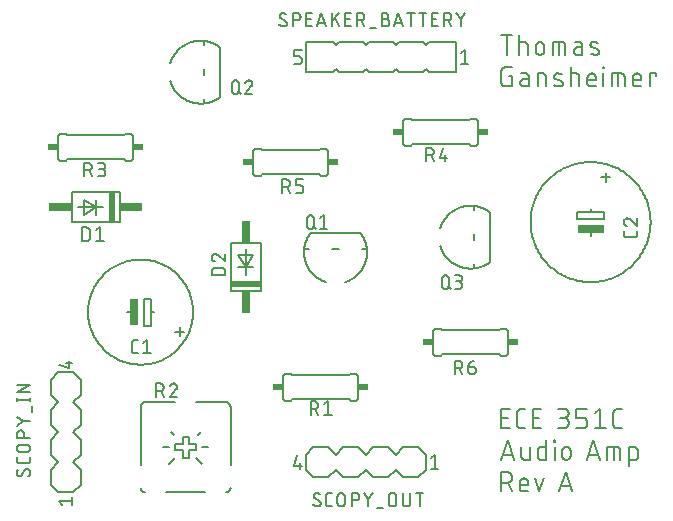
<source format=gbr>
G04 EAGLE Gerber X2 export*
%TF.Part,Single*%
%TF.FileFunction,Legend,Top,1*%
%TF.FilePolarity,Positive*%
%TF.GenerationSoftware,Autodesk,EAGLE,9.6.2*%
%TF.CreationDate,2021-04-18T15:31:11Z*%
G75*
%MOMM*%
%FSLAX34Y34*%
%LPD*%
%INSilkscreen Top*%
%AMOC8*
5,1,8,0,0,1.08239X$1,22.5*%
G01*
%ADD10C,0.152400*%
%ADD11R,0.635000X2.286000*%
%ADD12C,0.127000*%
%ADD13R,2.286000X0.635000*%
%ADD14R,0.508000X2.540000*%
%ADD15R,1.905000X0.762000*%
%ADD16R,2.540000X0.508000*%
%ADD17R,0.762000X1.905000*%
%ADD18R,0.863600X0.609600*%


D10*
X424378Y395732D02*
X424378Y411988D01*
X428893Y411988D02*
X419862Y411988D01*
X434833Y411988D02*
X434833Y395732D01*
X434833Y406569D02*
X439349Y406569D01*
X439453Y406567D01*
X439556Y406561D01*
X439660Y406551D01*
X439763Y406537D01*
X439865Y406519D01*
X439966Y406498D01*
X440067Y406472D01*
X440166Y406443D01*
X440265Y406410D01*
X440362Y406373D01*
X440457Y406332D01*
X440551Y406288D01*
X440643Y406240D01*
X440733Y406189D01*
X440822Y406134D01*
X440908Y406076D01*
X440991Y406014D01*
X441073Y405950D01*
X441151Y405882D01*
X441227Y405812D01*
X441301Y405739D01*
X441371Y405662D01*
X441439Y405584D01*
X441503Y405502D01*
X441565Y405419D01*
X441623Y405333D01*
X441678Y405244D01*
X441729Y405154D01*
X441777Y405062D01*
X441821Y404968D01*
X441862Y404873D01*
X441899Y404776D01*
X441932Y404677D01*
X441961Y404578D01*
X441987Y404477D01*
X442008Y404376D01*
X442026Y404274D01*
X442040Y404171D01*
X442050Y404067D01*
X442056Y403964D01*
X442058Y403860D01*
X442058Y395732D01*
X448901Y399344D02*
X448901Y402957D01*
X448902Y402957D02*
X448904Y403076D01*
X448910Y403196D01*
X448920Y403315D01*
X448934Y403433D01*
X448951Y403552D01*
X448973Y403669D01*
X448998Y403786D01*
X449028Y403901D01*
X449061Y404016D01*
X449098Y404130D01*
X449138Y404242D01*
X449183Y404353D01*
X449231Y404462D01*
X449282Y404570D01*
X449337Y404676D01*
X449396Y404780D01*
X449458Y404882D01*
X449523Y404982D01*
X449592Y405080D01*
X449664Y405176D01*
X449739Y405269D01*
X449816Y405359D01*
X449897Y405447D01*
X449981Y405532D01*
X450068Y405614D01*
X450157Y405694D01*
X450249Y405770D01*
X450343Y405844D01*
X450440Y405914D01*
X450538Y405981D01*
X450639Y406045D01*
X450743Y406105D01*
X450848Y406162D01*
X450955Y406215D01*
X451063Y406265D01*
X451173Y406311D01*
X451285Y406353D01*
X451398Y406392D01*
X451512Y406427D01*
X451627Y406458D01*
X451744Y406486D01*
X451861Y406509D01*
X451978Y406529D01*
X452097Y406545D01*
X452216Y406557D01*
X452335Y406565D01*
X452454Y406569D01*
X452574Y406569D01*
X452693Y406565D01*
X452812Y406557D01*
X452931Y406545D01*
X453050Y406529D01*
X453167Y406509D01*
X453284Y406486D01*
X453401Y406458D01*
X453516Y406427D01*
X453630Y406392D01*
X453743Y406353D01*
X453855Y406311D01*
X453965Y406265D01*
X454073Y406215D01*
X454180Y406162D01*
X454285Y406105D01*
X454389Y406045D01*
X454490Y405981D01*
X454588Y405914D01*
X454685Y405844D01*
X454779Y405770D01*
X454871Y405694D01*
X454960Y405614D01*
X455047Y405532D01*
X455131Y405447D01*
X455212Y405359D01*
X455289Y405269D01*
X455364Y405176D01*
X455436Y405080D01*
X455505Y404982D01*
X455570Y404882D01*
X455632Y404780D01*
X455691Y404676D01*
X455746Y404570D01*
X455797Y404462D01*
X455845Y404353D01*
X455890Y404242D01*
X455930Y404130D01*
X455967Y404016D01*
X456000Y403901D01*
X456030Y403786D01*
X456055Y403669D01*
X456077Y403552D01*
X456094Y403433D01*
X456108Y403315D01*
X456118Y403196D01*
X456124Y403076D01*
X456126Y402957D01*
X456126Y399344D01*
X456124Y399225D01*
X456118Y399105D01*
X456108Y398986D01*
X456094Y398868D01*
X456077Y398749D01*
X456055Y398632D01*
X456030Y398515D01*
X456000Y398400D01*
X455967Y398285D01*
X455930Y398171D01*
X455890Y398059D01*
X455845Y397948D01*
X455797Y397839D01*
X455746Y397731D01*
X455691Y397625D01*
X455632Y397521D01*
X455570Y397419D01*
X455505Y397319D01*
X455436Y397221D01*
X455364Y397125D01*
X455289Y397032D01*
X455212Y396942D01*
X455131Y396854D01*
X455047Y396769D01*
X454960Y396687D01*
X454871Y396607D01*
X454779Y396531D01*
X454685Y396457D01*
X454588Y396387D01*
X454490Y396320D01*
X454389Y396256D01*
X454285Y396196D01*
X454180Y396139D01*
X454073Y396086D01*
X453965Y396036D01*
X453855Y395990D01*
X453743Y395948D01*
X453630Y395909D01*
X453516Y395874D01*
X453401Y395843D01*
X453284Y395815D01*
X453167Y395792D01*
X453050Y395772D01*
X452931Y395756D01*
X452812Y395744D01*
X452693Y395736D01*
X452574Y395732D01*
X452454Y395732D01*
X452335Y395736D01*
X452216Y395744D01*
X452097Y395756D01*
X451978Y395772D01*
X451861Y395792D01*
X451744Y395815D01*
X451627Y395843D01*
X451512Y395874D01*
X451398Y395909D01*
X451285Y395948D01*
X451173Y395990D01*
X451063Y396036D01*
X450955Y396086D01*
X450848Y396139D01*
X450743Y396196D01*
X450639Y396256D01*
X450538Y396320D01*
X450440Y396387D01*
X450343Y396457D01*
X450249Y396531D01*
X450157Y396607D01*
X450068Y396687D01*
X449981Y396769D01*
X449897Y396854D01*
X449816Y396942D01*
X449739Y397032D01*
X449664Y397125D01*
X449592Y397221D01*
X449523Y397319D01*
X449458Y397419D01*
X449396Y397521D01*
X449337Y397625D01*
X449282Y397731D01*
X449231Y397839D01*
X449183Y397948D01*
X449138Y398059D01*
X449098Y398171D01*
X449061Y398285D01*
X449028Y398400D01*
X448998Y398515D01*
X448973Y398632D01*
X448951Y398749D01*
X448934Y398868D01*
X448920Y398986D01*
X448910Y399105D01*
X448904Y399225D01*
X448902Y399344D01*
X463247Y395732D02*
X463247Y406569D01*
X471375Y406569D01*
X471476Y406567D01*
X471577Y406561D01*
X471678Y406552D01*
X471779Y406539D01*
X471879Y406522D01*
X471978Y406501D01*
X472076Y406477D01*
X472173Y406449D01*
X472270Y406417D01*
X472365Y406382D01*
X472458Y406343D01*
X472550Y406301D01*
X472641Y406255D01*
X472730Y406206D01*
X472816Y406154D01*
X472901Y406098D01*
X472984Y406040D01*
X473064Y405978D01*
X473142Y405913D01*
X473218Y405846D01*
X473291Y405776D01*
X473361Y405703D01*
X473428Y405627D01*
X473493Y405549D01*
X473555Y405469D01*
X473613Y405386D01*
X473669Y405301D01*
X473721Y405215D01*
X473770Y405126D01*
X473816Y405035D01*
X473858Y404943D01*
X473897Y404850D01*
X473932Y404755D01*
X473964Y404658D01*
X473992Y404561D01*
X474016Y404463D01*
X474037Y404364D01*
X474054Y404264D01*
X474067Y404163D01*
X474076Y404062D01*
X474082Y403961D01*
X474084Y403860D01*
X474085Y403860D02*
X474085Y395732D01*
X468666Y395732D02*
X468666Y406569D01*
X484293Y402054D02*
X488357Y402054D01*
X484293Y402054D02*
X484181Y402052D01*
X484070Y402046D01*
X483959Y402036D01*
X483848Y402023D01*
X483738Y402005D01*
X483629Y401983D01*
X483520Y401958D01*
X483412Y401929D01*
X483306Y401896D01*
X483200Y401859D01*
X483096Y401819D01*
X482994Y401775D01*
X482893Y401727D01*
X482794Y401676D01*
X482696Y401621D01*
X482601Y401563D01*
X482508Y401502D01*
X482417Y401437D01*
X482328Y401369D01*
X482242Y401298D01*
X482159Y401225D01*
X482078Y401148D01*
X481999Y401068D01*
X481924Y400986D01*
X481852Y400901D01*
X481782Y400814D01*
X481716Y400724D01*
X481653Y400632D01*
X481593Y400537D01*
X481537Y400441D01*
X481484Y400343D01*
X481435Y400243D01*
X481389Y400141D01*
X481347Y400038D01*
X481308Y399933D01*
X481273Y399827D01*
X481242Y399720D01*
X481215Y399612D01*
X481191Y399503D01*
X481172Y399393D01*
X481156Y399283D01*
X481144Y399172D01*
X481136Y399060D01*
X481132Y398949D01*
X481132Y398837D01*
X481136Y398726D01*
X481144Y398614D01*
X481156Y398503D01*
X481172Y398393D01*
X481191Y398283D01*
X481215Y398174D01*
X481242Y398066D01*
X481273Y397959D01*
X481308Y397853D01*
X481347Y397748D01*
X481389Y397645D01*
X481435Y397543D01*
X481484Y397443D01*
X481537Y397345D01*
X481593Y397249D01*
X481653Y397154D01*
X481716Y397062D01*
X481782Y396972D01*
X481852Y396885D01*
X481924Y396800D01*
X481999Y396718D01*
X482078Y396638D01*
X482159Y396561D01*
X482242Y396488D01*
X482328Y396417D01*
X482417Y396349D01*
X482508Y396284D01*
X482601Y396223D01*
X482696Y396165D01*
X482794Y396110D01*
X482893Y396059D01*
X482994Y396011D01*
X483096Y395967D01*
X483200Y395927D01*
X483306Y395890D01*
X483412Y395857D01*
X483520Y395828D01*
X483629Y395803D01*
X483738Y395781D01*
X483848Y395763D01*
X483959Y395750D01*
X484070Y395740D01*
X484181Y395734D01*
X484293Y395732D01*
X488357Y395732D01*
X488357Y403860D01*
X488355Y403961D01*
X488349Y404062D01*
X488340Y404163D01*
X488327Y404264D01*
X488310Y404364D01*
X488289Y404463D01*
X488265Y404561D01*
X488237Y404658D01*
X488205Y404755D01*
X488170Y404850D01*
X488131Y404943D01*
X488089Y405035D01*
X488043Y405126D01*
X487994Y405215D01*
X487942Y405301D01*
X487886Y405386D01*
X487828Y405469D01*
X487766Y405549D01*
X487701Y405627D01*
X487634Y405703D01*
X487564Y405776D01*
X487491Y405846D01*
X487415Y405913D01*
X487337Y405978D01*
X487257Y406040D01*
X487174Y406098D01*
X487089Y406154D01*
X487003Y406206D01*
X486914Y406255D01*
X486823Y406301D01*
X486731Y406343D01*
X486638Y406382D01*
X486543Y406417D01*
X486446Y406449D01*
X486349Y406477D01*
X486251Y406501D01*
X486152Y406522D01*
X486052Y406539D01*
X485951Y406552D01*
X485850Y406561D01*
X485749Y406567D01*
X485648Y406569D01*
X482036Y406569D01*
X496629Y402054D02*
X501144Y400248D01*
X496628Y402054D02*
X496540Y402091D01*
X496454Y402132D01*
X496369Y402176D01*
X496286Y402224D01*
X496206Y402275D01*
X496127Y402329D01*
X496051Y402387D01*
X495977Y402447D01*
X495905Y402511D01*
X495837Y402577D01*
X495771Y402647D01*
X495708Y402718D01*
X495647Y402793D01*
X495590Y402869D01*
X495537Y402948D01*
X495486Y403029D01*
X495439Y403112D01*
X495395Y403197D01*
X495355Y403284D01*
X495318Y403372D01*
X495285Y403462D01*
X495255Y403553D01*
X495230Y403645D01*
X495208Y403738D01*
X495190Y403832D01*
X495175Y403926D01*
X495165Y404021D01*
X495159Y404117D01*
X495156Y404212D01*
X495157Y404308D01*
X495163Y404403D01*
X495172Y404499D01*
X495185Y404593D01*
X495201Y404687D01*
X495222Y404781D01*
X495247Y404873D01*
X495275Y404964D01*
X495307Y405054D01*
X495342Y405143D01*
X495381Y405230D01*
X495424Y405316D01*
X495470Y405400D01*
X495520Y405481D01*
X495572Y405561D01*
X495628Y405639D01*
X495688Y405714D01*
X495750Y405786D01*
X495815Y405856D01*
X495883Y405924D01*
X495953Y405988D01*
X496026Y406050D01*
X496102Y406108D01*
X496180Y406164D01*
X496260Y406216D01*
X496342Y406265D01*
X496426Y406310D01*
X496512Y406352D01*
X496599Y406391D01*
X496688Y406426D01*
X496779Y406457D01*
X496870Y406484D01*
X496963Y406508D01*
X497056Y406528D01*
X497150Y406544D01*
X497245Y406556D01*
X497340Y406565D01*
X497436Y406569D01*
X497531Y406570D01*
X497778Y406563D01*
X498024Y406551D01*
X498270Y406533D01*
X498516Y406508D01*
X498760Y406478D01*
X499004Y406442D01*
X499247Y406401D01*
X499489Y406353D01*
X499730Y406299D01*
X499969Y406240D01*
X500207Y406175D01*
X500443Y406104D01*
X500678Y406028D01*
X500911Y405946D01*
X501141Y405858D01*
X501369Y405765D01*
X501596Y405667D01*
X501145Y400247D02*
X501233Y400210D01*
X501319Y400169D01*
X501404Y400125D01*
X501487Y400077D01*
X501567Y400026D01*
X501646Y399972D01*
X501722Y399914D01*
X501796Y399854D01*
X501868Y399790D01*
X501936Y399724D01*
X502002Y399654D01*
X502065Y399583D01*
X502126Y399508D01*
X502183Y399432D01*
X502236Y399353D01*
X502287Y399272D01*
X502334Y399189D01*
X502378Y399104D01*
X502418Y399017D01*
X502455Y398929D01*
X502488Y398839D01*
X502518Y398748D01*
X502543Y398656D01*
X502565Y398563D01*
X502583Y398469D01*
X502598Y398375D01*
X502608Y398280D01*
X502614Y398184D01*
X502617Y398089D01*
X502616Y397993D01*
X502610Y397898D01*
X502601Y397802D01*
X502588Y397708D01*
X502572Y397614D01*
X502551Y397520D01*
X502526Y397428D01*
X502498Y397337D01*
X502466Y397247D01*
X502431Y397158D01*
X502392Y397071D01*
X502349Y396985D01*
X502303Y396901D01*
X502253Y396820D01*
X502201Y396740D01*
X502145Y396662D01*
X502085Y396587D01*
X502023Y396515D01*
X501958Y396445D01*
X501890Y396377D01*
X501820Y396313D01*
X501747Y396251D01*
X501671Y396193D01*
X501593Y396137D01*
X501513Y396085D01*
X501431Y396036D01*
X501347Y395991D01*
X501261Y395949D01*
X501174Y395910D01*
X501085Y395875D01*
X500994Y395844D01*
X500903Y395817D01*
X500810Y395793D01*
X500717Y395773D01*
X500623Y395757D01*
X500528Y395745D01*
X500433Y395736D01*
X500337Y395732D01*
X500242Y395731D01*
X500241Y395732D02*
X499879Y395741D01*
X499517Y395759D01*
X499156Y395786D01*
X498796Y395821D01*
X498436Y395864D01*
X498077Y395916D01*
X497720Y395977D01*
X497365Y396046D01*
X497011Y396123D01*
X496659Y396209D01*
X496309Y396303D01*
X495961Y396406D01*
X495616Y396516D01*
X495274Y396635D01*
X428893Y378093D02*
X426184Y378093D01*
X428893Y378093D02*
X428893Y369062D01*
X423474Y369062D01*
X423356Y369064D01*
X423238Y369070D01*
X423120Y369079D01*
X423003Y369093D01*
X422886Y369110D01*
X422769Y369131D01*
X422654Y369156D01*
X422539Y369185D01*
X422425Y369218D01*
X422313Y369254D01*
X422202Y369294D01*
X422092Y369337D01*
X421983Y369384D01*
X421876Y369434D01*
X421771Y369489D01*
X421668Y369546D01*
X421567Y369607D01*
X421467Y369671D01*
X421370Y369738D01*
X421275Y369808D01*
X421183Y369882D01*
X421092Y369958D01*
X421005Y370038D01*
X420920Y370120D01*
X420838Y370205D01*
X420758Y370292D01*
X420682Y370383D01*
X420608Y370475D01*
X420538Y370570D01*
X420471Y370667D01*
X420407Y370767D01*
X420346Y370868D01*
X420289Y370971D01*
X420234Y371076D01*
X420184Y371183D01*
X420137Y371292D01*
X420094Y371402D01*
X420054Y371513D01*
X420018Y371625D01*
X419985Y371739D01*
X419956Y371854D01*
X419931Y371969D01*
X419910Y372086D01*
X419893Y372203D01*
X419879Y372320D01*
X419870Y372438D01*
X419864Y372556D01*
X419862Y372674D01*
X419862Y381706D01*
X419864Y381824D01*
X419870Y381942D01*
X419879Y382060D01*
X419893Y382177D01*
X419910Y382294D01*
X419931Y382411D01*
X419956Y382526D01*
X419985Y382641D01*
X420018Y382755D01*
X420054Y382867D01*
X420094Y382978D01*
X420137Y383088D01*
X420184Y383197D01*
X420234Y383304D01*
X420288Y383409D01*
X420346Y383512D01*
X420407Y383613D01*
X420471Y383713D01*
X420538Y383810D01*
X420608Y383905D01*
X420682Y383997D01*
X420758Y384088D01*
X420838Y384175D01*
X420920Y384260D01*
X421005Y384342D01*
X421092Y384422D01*
X421183Y384498D01*
X421275Y384572D01*
X421370Y384642D01*
X421467Y384709D01*
X421567Y384773D01*
X421668Y384834D01*
X421771Y384891D01*
X421876Y384945D01*
X421983Y384996D01*
X422092Y385043D01*
X422202Y385086D01*
X422313Y385126D01*
X422425Y385162D01*
X422539Y385195D01*
X422654Y385224D01*
X422769Y385249D01*
X422886Y385270D01*
X423003Y385287D01*
X423120Y385301D01*
X423238Y385310D01*
X423356Y385316D01*
X423474Y385318D01*
X428893Y385318D01*
X438963Y375384D02*
X443027Y375384D01*
X438963Y375384D02*
X438851Y375382D01*
X438740Y375376D01*
X438629Y375366D01*
X438518Y375353D01*
X438408Y375335D01*
X438299Y375313D01*
X438190Y375288D01*
X438082Y375259D01*
X437976Y375226D01*
X437870Y375189D01*
X437766Y375149D01*
X437664Y375105D01*
X437563Y375057D01*
X437464Y375006D01*
X437366Y374951D01*
X437271Y374893D01*
X437178Y374832D01*
X437087Y374767D01*
X436998Y374699D01*
X436912Y374628D01*
X436829Y374555D01*
X436748Y374478D01*
X436669Y374398D01*
X436594Y374316D01*
X436522Y374231D01*
X436452Y374144D01*
X436386Y374054D01*
X436323Y373962D01*
X436263Y373867D01*
X436207Y373771D01*
X436154Y373673D01*
X436105Y373573D01*
X436059Y373471D01*
X436017Y373368D01*
X435978Y373263D01*
X435943Y373157D01*
X435912Y373050D01*
X435885Y372942D01*
X435861Y372833D01*
X435842Y372723D01*
X435826Y372613D01*
X435814Y372502D01*
X435806Y372390D01*
X435802Y372279D01*
X435802Y372167D01*
X435806Y372056D01*
X435814Y371944D01*
X435826Y371833D01*
X435842Y371723D01*
X435861Y371613D01*
X435885Y371504D01*
X435912Y371396D01*
X435943Y371289D01*
X435978Y371183D01*
X436017Y371078D01*
X436059Y370975D01*
X436105Y370873D01*
X436154Y370773D01*
X436207Y370675D01*
X436263Y370579D01*
X436323Y370484D01*
X436386Y370392D01*
X436452Y370302D01*
X436522Y370215D01*
X436594Y370130D01*
X436669Y370048D01*
X436748Y369968D01*
X436829Y369891D01*
X436912Y369818D01*
X436998Y369747D01*
X437087Y369679D01*
X437178Y369614D01*
X437271Y369553D01*
X437366Y369495D01*
X437464Y369440D01*
X437563Y369389D01*
X437664Y369341D01*
X437766Y369297D01*
X437870Y369257D01*
X437976Y369220D01*
X438082Y369187D01*
X438190Y369158D01*
X438299Y369133D01*
X438408Y369111D01*
X438518Y369093D01*
X438629Y369080D01*
X438740Y369070D01*
X438851Y369064D01*
X438963Y369062D01*
X443027Y369062D01*
X443027Y377190D01*
X443025Y377291D01*
X443019Y377392D01*
X443010Y377493D01*
X442997Y377594D01*
X442980Y377694D01*
X442959Y377793D01*
X442935Y377891D01*
X442907Y377988D01*
X442875Y378085D01*
X442840Y378180D01*
X442801Y378273D01*
X442759Y378365D01*
X442713Y378456D01*
X442664Y378545D01*
X442612Y378631D01*
X442556Y378716D01*
X442498Y378799D01*
X442436Y378879D01*
X442371Y378957D01*
X442304Y379033D01*
X442234Y379106D01*
X442161Y379176D01*
X442085Y379243D01*
X442007Y379308D01*
X441927Y379370D01*
X441844Y379428D01*
X441759Y379484D01*
X441673Y379536D01*
X441584Y379585D01*
X441493Y379631D01*
X441401Y379673D01*
X441308Y379712D01*
X441213Y379747D01*
X441116Y379779D01*
X441019Y379807D01*
X440921Y379831D01*
X440822Y379852D01*
X440722Y379869D01*
X440621Y379882D01*
X440520Y379891D01*
X440419Y379897D01*
X440318Y379899D01*
X436705Y379899D01*
X450464Y379899D02*
X450464Y369062D01*
X450464Y379899D02*
X454980Y379899D01*
X455084Y379897D01*
X455187Y379891D01*
X455291Y379881D01*
X455394Y379867D01*
X455496Y379849D01*
X455597Y379828D01*
X455698Y379802D01*
X455797Y379773D01*
X455896Y379740D01*
X455993Y379703D01*
X456088Y379662D01*
X456182Y379618D01*
X456274Y379570D01*
X456364Y379519D01*
X456453Y379464D01*
X456539Y379406D01*
X456622Y379344D01*
X456704Y379280D01*
X456782Y379212D01*
X456858Y379142D01*
X456932Y379069D01*
X457002Y378992D01*
X457070Y378914D01*
X457134Y378832D01*
X457196Y378749D01*
X457254Y378663D01*
X457309Y378574D01*
X457360Y378484D01*
X457408Y378392D01*
X457452Y378298D01*
X457493Y378203D01*
X457530Y378106D01*
X457563Y378007D01*
X457592Y377908D01*
X457618Y377807D01*
X457639Y377706D01*
X457657Y377604D01*
X457671Y377501D01*
X457681Y377397D01*
X457687Y377294D01*
X457689Y377190D01*
X457689Y369062D01*
X465887Y375384D02*
X470403Y373578D01*
X465887Y375384D02*
X465799Y375421D01*
X465713Y375462D01*
X465628Y375506D01*
X465545Y375554D01*
X465465Y375605D01*
X465386Y375659D01*
X465310Y375717D01*
X465236Y375777D01*
X465164Y375841D01*
X465096Y375907D01*
X465030Y375977D01*
X464967Y376048D01*
X464906Y376123D01*
X464849Y376199D01*
X464796Y376278D01*
X464745Y376359D01*
X464698Y376442D01*
X464654Y376527D01*
X464614Y376614D01*
X464577Y376702D01*
X464544Y376792D01*
X464514Y376883D01*
X464489Y376975D01*
X464467Y377068D01*
X464449Y377162D01*
X464434Y377256D01*
X464424Y377351D01*
X464418Y377447D01*
X464415Y377542D01*
X464416Y377638D01*
X464422Y377733D01*
X464431Y377829D01*
X464444Y377923D01*
X464460Y378017D01*
X464481Y378111D01*
X464506Y378203D01*
X464534Y378294D01*
X464566Y378384D01*
X464601Y378473D01*
X464640Y378560D01*
X464683Y378646D01*
X464729Y378730D01*
X464779Y378811D01*
X464831Y378891D01*
X464887Y378969D01*
X464947Y379044D01*
X465009Y379116D01*
X465074Y379186D01*
X465142Y379254D01*
X465212Y379318D01*
X465285Y379380D01*
X465361Y379438D01*
X465439Y379494D01*
X465519Y379546D01*
X465601Y379595D01*
X465685Y379640D01*
X465771Y379682D01*
X465858Y379721D01*
X465947Y379756D01*
X466038Y379787D01*
X466129Y379814D01*
X466222Y379838D01*
X466315Y379858D01*
X466409Y379874D01*
X466504Y379886D01*
X466599Y379895D01*
X466695Y379899D01*
X466790Y379900D01*
X467037Y379893D01*
X467283Y379881D01*
X467529Y379863D01*
X467775Y379838D01*
X468019Y379808D01*
X468263Y379772D01*
X468506Y379731D01*
X468748Y379683D01*
X468989Y379629D01*
X469228Y379570D01*
X469466Y379505D01*
X469702Y379434D01*
X469937Y379358D01*
X470170Y379276D01*
X470400Y379188D01*
X470628Y379095D01*
X470855Y378997D01*
X470403Y373577D02*
X470491Y373540D01*
X470577Y373499D01*
X470662Y373455D01*
X470745Y373407D01*
X470825Y373356D01*
X470904Y373302D01*
X470980Y373244D01*
X471054Y373184D01*
X471126Y373120D01*
X471194Y373054D01*
X471260Y372984D01*
X471323Y372913D01*
X471384Y372838D01*
X471441Y372762D01*
X471494Y372683D01*
X471545Y372602D01*
X471592Y372519D01*
X471636Y372434D01*
X471676Y372347D01*
X471713Y372259D01*
X471746Y372169D01*
X471776Y372078D01*
X471801Y371986D01*
X471823Y371893D01*
X471841Y371799D01*
X471856Y371705D01*
X471866Y371610D01*
X471872Y371514D01*
X471875Y371419D01*
X471874Y371323D01*
X471868Y371228D01*
X471859Y371132D01*
X471846Y371038D01*
X471830Y370944D01*
X471809Y370850D01*
X471784Y370758D01*
X471756Y370667D01*
X471724Y370577D01*
X471689Y370488D01*
X471650Y370401D01*
X471607Y370315D01*
X471561Y370231D01*
X471511Y370150D01*
X471459Y370070D01*
X471403Y369992D01*
X471343Y369917D01*
X471281Y369845D01*
X471216Y369775D01*
X471148Y369707D01*
X471078Y369643D01*
X471005Y369581D01*
X470929Y369523D01*
X470851Y369467D01*
X470771Y369415D01*
X470689Y369366D01*
X470605Y369321D01*
X470519Y369279D01*
X470432Y369240D01*
X470343Y369205D01*
X470252Y369174D01*
X470161Y369147D01*
X470068Y369123D01*
X469975Y369103D01*
X469881Y369087D01*
X469786Y369075D01*
X469691Y369066D01*
X469595Y369062D01*
X469500Y369061D01*
X469499Y369062D02*
X469137Y369071D01*
X468775Y369089D01*
X468414Y369116D01*
X468054Y369151D01*
X467694Y369194D01*
X467335Y369246D01*
X466978Y369307D01*
X466623Y369376D01*
X466269Y369453D01*
X465917Y369539D01*
X465567Y369633D01*
X465219Y369736D01*
X464874Y369846D01*
X464532Y369965D01*
X478601Y369062D02*
X478601Y385318D01*
X478601Y379899D02*
X483116Y379899D01*
X483220Y379897D01*
X483323Y379891D01*
X483427Y379881D01*
X483530Y379867D01*
X483632Y379849D01*
X483733Y379828D01*
X483834Y379802D01*
X483933Y379773D01*
X484032Y379740D01*
X484129Y379703D01*
X484224Y379662D01*
X484318Y379618D01*
X484410Y379570D01*
X484500Y379519D01*
X484589Y379464D01*
X484675Y379406D01*
X484758Y379344D01*
X484840Y379280D01*
X484918Y379212D01*
X484994Y379142D01*
X485068Y379069D01*
X485138Y378992D01*
X485206Y378914D01*
X485270Y378832D01*
X485332Y378749D01*
X485390Y378663D01*
X485445Y378574D01*
X485496Y378484D01*
X485544Y378392D01*
X485588Y378298D01*
X485629Y378203D01*
X485666Y378106D01*
X485699Y378007D01*
X485728Y377908D01*
X485754Y377807D01*
X485775Y377706D01*
X485793Y377604D01*
X485807Y377501D01*
X485817Y377397D01*
X485823Y377294D01*
X485825Y377190D01*
X485826Y377190D02*
X485826Y369062D01*
X495378Y369062D02*
X499894Y369062D01*
X495378Y369062D02*
X495277Y369064D01*
X495176Y369070D01*
X495075Y369079D01*
X494974Y369092D01*
X494874Y369109D01*
X494775Y369130D01*
X494677Y369154D01*
X494580Y369182D01*
X494483Y369214D01*
X494388Y369249D01*
X494295Y369288D01*
X494203Y369330D01*
X494112Y369376D01*
X494024Y369425D01*
X493937Y369477D01*
X493852Y369533D01*
X493769Y369591D01*
X493689Y369653D01*
X493611Y369718D01*
X493535Y369785D01*
X493462Y369855D01*
X493392Y369928D01*
X493325Y370004D01*
X493260Y370082D01*
X493198Y370162D01*
X493140Y370245D01*
X493084Y370330D01*
X493032Y370417D01*
X492983Y370505D01*
X492937Y370596D01*
X492895Y370688D01*
X492856Y370781D01*
X492821Y370876D01*
X492789Y370973D01*
X492761Y371070D01*
X492737Y371168D01*
X492716Y371267D01*
X492699Y371367D01*
X492686Y371468D01*
X492677Y371569D01*
X492671Y371670D01*
X492669Y371771D01*
X492669Y376287D01*
X492671Y376406D01*
X492677Y376526D01*
X492687Y376645D01*
X492701Y376763D01*
X492718Y376882D01*
X492740Y376999D01*
X492765Y377116D01*
X492795Y377231D01*
X492828Y377346D01*
X492865Y377460D01*
X492905Y377572D01*
X492950Y377683D01*
X492998Y377792D01*
X493049Y377900D01*
X493104Y378006D01*
X493163Y378110D01*
X493225Y378212D01*
X493290Y378312D01*
X493359Y378410D01*
X493431Y378506D01*
X493506Y378599D01*
X493583Y378689D01*
X493664Y378777D01*
X493748Y378862D01*
X493835Y378944D01*
X493924Y379024D01*
X494016Y379100D01*
X494110Y379174D01*
X494207Y379244D01*
X494305Y379311D01*
X494406Y379375D01*
X494510Y379435D01*
X494615Y379492D01*
X494722Y379545D01*
X494830Y379595D01*
X494940Y379641D01*
X495052Y379683D01*
X495165Y379722D01*
X495279Y379757D01*
X495394Y379788D01*
X495511Y379816D01*
X495628Y379839D01*
X495745Y379859D01*
X495864Y379875D01*
X495983Y379887D01*
X496102Y379895D01*
X496221Y379899D01*
X496341Y379899D01*
X496460Y379895D01*
X496579Y379887D01*
X496698Y379875D01*
X496817Y379859D01*
X496934Y379839D01*
X497051Y379816D01*
X497168Y379788D01*
X497283Y379757D01*
X497397Y379722D01*
X497510Y379683D01*
X497622Y379641D01*
X497732Y379595D01*
X497840Y379545D01*
X497947Y379492D01*
X498052Y379435D01*
X498156Y379375D01*
X498257Y379311D01*
X498355Y379244D01*
X498452Y379174D01*
X498546Y379100D01*
X498638Y379024D01*
X498727Y378944D01*
X498814Y378862D01*
X498898Y378777D01*
X498979Y378689D01*
X499056Y378599D01*
X499131Y378506D01*
X499203Y378410D01*
X499272Y378312D01*
X499337Y378212D01*
X499399Y378110D01*
X499458Y378006D01*
X499513Y377900D01*
X499564Y377792D01*
X499612Y377683D01*
X499657Y377572D01*
X499697Y377460D01*
X499734Y377346D01*
X499767Y377231D01*
X499797Y377116D01*
X499822Y376999D01*
X499844Y376882D01*
X499861Y376763D01*
X499875Y376645D01*
X499885Y376526D01*
X499891Y376406D01*
X499893Y376287D01*
X499894Y376287D02*
X499894Y374481D01*
X492669Y374481D01*
X506181Y379899D02*
X506181Y369062D01*
X505729Y384415D02*
X505729Y385318D01*
X506632Y385318D01*
X506632Y384415D01*
X505729Y384415D01*
X513267Y379899D02*
X513267Y369062D01*
X513267Y379899D02*
X521395Y379899D01*
X521496Y379897D01*
X521597Y379891D01*
X521698Y379882D01*
X521799Y379869D01*
X521899Y379852D01*
X521998Y379831D01*
X522096Y379807D01*
X522193Y379779D01*
X522290Y379747D01*
X522385Y379712D01*
X522478Y379673D01*
X522570Y379631D01*
X522661Y379585D01*
X522750Y379536D01*
X522836Y379484D01*
X522921Y379428D01*
X523004Y379370D01*
X523084Y379308D01*
X523162Y379243D01*
X523238Y379176D01*
X523311Y379106D01*
X523381Y379033D01*
X523448Y378957D01*
X523513Y378879D01*
X523575Y378799D01*
X523633Y378716D01*
X523689Y378631D01*
X523741Y378545D01*
X523790Y378456D01*
X523836Y378365D01*
X523878Y378273D01*
X523917Y378180D01*
X523952Y378085D01*
X523984Y377988D01*
X524012Y377891D01*
X524036Y377793D01*
X524057Y377694D01*
X524074Y377594D01*
X524087Y377493D01*
X524096Y377392D01*
X524102Y377291D01*
X524104Y377190D01*
X524105Y377190D02*
X524105Y369062D01*
X518686Y369062D02*
X518686Y379899D01*
X533935Y369062D02*
X538451Y369062D01*
X533935Y369062D02*
X533834Y369064D01*
X533733Y369070D01*
X533632Y369079D01*
X533531Y369092D01*
X533431Y369109D01*
X533332Y369130D01*
X533234Y369154D01*
X533137Y369182D01*
X533040Y369214D01*
X532945Y369249D01*
X532852Y369288D01*
X532760Y369330D01*
X532669Y369376D01*
X532581Y369425D01*
X532494Y369477D01*
X532409Y369533D01*
X532326Y369591D01*
X532246Y369653D01*
X532168Y369718D01*
X532092Y369785D01*
X532019Y369855D01*
X531949Y369928D01*
X531882Y370004D01*
X531817Y370082D01*
X531755Y370162D01*
X531697Y370245D01*
X531641Y370330D01*
X531589Y370417D01*
X531540Y370505D01*
X531494Y370596D01*
X531452Y370688D01*
X531413Y370781D01*
X531378Y370876D01*
X531346Y370973D01*
X531318Y371070D01*
X531294Y371168D01*
X531273Y371267D01*
X531256Y371367D01*
X531243Y371468D01*
X531234Y371569D01*
X531228Y371670D01*
X531226Y371771D01*
X531226Y376287D01*
X531228Y376406D01*
X531234Y376526D01*
X531244Y376645D01*
X531258Y376763D01*
X531275Y376882D01*
X531297Y376999D01*
X531322Y377116D01*
X531352Y377231D01*
X531385Y377346D01*
X531422Y377460D01*
X531462Y377572D01*
X531507Y377683D01*
X531555Y377792D01*
X531606Y377900D01*
X531661Y378006D01*
X531720Y378110D01*
X531782Y378212D01*
X531847Y378312D01*
X531916Y378410D01*
X531988Y378506D01*
X532063Y378599D01*
X532140Y378689D01*
X532221Y378777D01*
X532305Y378862D01*
X532392Y378944D01*
X532481Y379024D01*
X532573Y379100D01*
X532667Y379174D01*
X532764Y379244D01*
X532862Y379311D01*
X532963Y379375D01*
X533067Y379435D01*
X533172Y379492D01*
X533279Y379545D01*
X533387Y379595D01*
X533497Y379641D01*
X533609Y379683D01*
X533722Y379722D01*
X533836Y379757D01*
X533951Y379788D01*
X534068Y379816D01*
X534185Y379839D01*
X534302Y379859D01*
X534421Y379875D01*
X534540Y379887D01*
X534659Y379895D01*
X534778Y379899D01*
X534898Y379899D01*
X535017Y379895D01*
X535136Y379887D01*
X535255Y379875D01*
X535374Y379859D01*
X535491Y379839D01*
X535608Y379816D01*
X535725Y379788D01*
X535840Y379757D01*
X535954Y379722D01*
X536067Y379683D01*
X536179Y379641D01*
X536289Y379595D01*
X536397Y379545D01*
X536504Y379492D01*
X536609Y379435D01*
X536713Y379375D01*
X536814Y379311D01*
X536912Y379244D01*
X537009Y379174D01*
X537103Y379100D01*
X537195Y379024D01*
X537284Y378944D01*
X537371Y378862D01*
X537455Y378777D01*
X537536Y378689D01*
X537613Y378599D01*
X537688Y378506D01*
X537760Y378410D01*
X537829Y378312D01*
X537894Y378212D01*
X537956Y378110D01*
X538015Y378006D01*
X538070Y377900D01*
X538121Y377792D01*
X538169Y377683D01*
X538214Y377572D01*
X538254Y377460D01*
X538291Y377346D01*
X538324Y377231D01*
X538354Y377116D01*
X538379Y376999D01*
X538401Y376882D01*
X538418Y376763D01*
X538432Y376645D01*
X538442Y376526D01*
X538448Y376406D01*
X538450Y376287D01*
X538451Y376287D02*
X538451Y374481D01*
X531226Y374481D01*
X545379Y369062D02*
X545379Y379899D01*
X550797Y379899D01*
X550797Y378093D01*
X427087Y79502D02*
X419862Y79502D01*
X419862Y95758D01*
X427087Y95758D01*
X425281Y88533D02*
X419862Y88533D01*
X436431Y79502D02*
X440044Y79502D01*
X436431Y79502D02*
X436313Y79504D01*
X436195Y79510D01*
X436077Y79519D01*
X435960Y79533D01*
X435843Y79550D01*
X435726Y79571D01*
X435611Y79596D01*
X435496Y79625D01*
X435382Y79658D01*
X435270Y79694D01*
X435159Y79734D01*
X435049Y79777D01*
X434940Y79824D01*
X434833Y79874D01*
X434728Y79929D01*
X434625Y79986D01*
X434524Y80047D01*
X434424Y80111D01*
X434327Y80178D01*
X434232Y80248D01*
X434140Y80322D01*
X434049Y80398D01*
X433962Y80478D01*
X433877Y80560D01*
X433795Y80645D01*
X433715Y80732D01*
X433639Y80823D01*
X433565Y80915D01*
X433495Y81010D01*
X433428Y81107D01*
X433364Y81207D01*
X433303Y81308D01*
X433246Y81411D01*
X433191Y81516D01*
X433141Y81623D01*
X433094Y81732D01*
X433051Y81842D01*
X433011Y81953D01*
X432975Y82065D01*
X432942Y82179D01*
X432913Y82294D01*
X432888Y82409D01*
X432867Y82526D01*
X432850Y82643D01*
X432836Y82760D01*
X432827Y82878D01*
X432821Y82996D01*
X432819Y83114D01*
X432819Y92146D01*
X432821Y92264D01*
X432827Y92382D01*
X432836Y92500D01*
X432850Y92617D01*
X432867Y92734D01*
X432888Y92851D01*
X432913Y92966D01*
X432942Y93081D01*
X432975Y93195D01*
X433011Y93307D01*
X433051Y93418D01*
X433094Y93528D01*
X433141Y93637D01*
X433191Y93744D01*
X433245Y93849D01*
X433303Y93952D01*
X433364Y94053D01*
X433428Y94153D01*
X433495Y94250D01*
X433565Y94345D01*
X433639Y94437D01*
X433715Y94528D01*
X433795Y94615D01*
X433877Y94700D01*
X433962Y94782D01*
X434049Y94862D01*
X434140Y94938D01*
X434232Y95012D01*
X434327Y95082D01*
X434424Y95149D01*
X434524Y95213D01*
X434625Y95274D01*
X434728Y95331D01*
X434833Y95385D01*
X434940Y95436D01*
X435049Y95483D01*
X435159Y95526D01*
X435270Y95566D01*
X435382Y95602D01*
X435496Y95635D01*
X435611Y95664D01*
X435726Y95689D01*
X435843Y95710D01*
X435960Y95727D01*
X436077Y95741D01*
X436195Y95750D01*
X436313Y95756D01*
X436431Y95758D01*
X440044Y95758D01*
X446435Y79502D02*
X453660Y79502D01*
X446435Y79502D02*
X446435Y95758D01*
X453660Y95758D01*
X451854Y88533D02*
X446435Y88533D01*
X467768Y79502D02*
X472283Y79502D01*
X472416Y79504D01*
X472548Y79510D01*
X472680Y79520D01*
X472812Y79533D01*
X472944Y79551D01*
X473074Y79572D01*
X473205Y79597D01*
X473334Y79626D01*
X473462Y79659D01*
X473590Y79695D01*
X473716Y79735D01*
X473841Y79779D01*
X473965Y79827D01*
X474087Y79878D01*
X474208Y79933D01*
X474327Y79991D01*
X474445Y80053D01*
X474560Y80118D01*
X474674Y80187D01*
X474785Y80258D01*
X474894Y80334D01*
X475001Y80412D01*
X475106Y80493D01*
X475208Y80578D01*
X475308Y80665D01*
X475405Y80755D01*
X475500Y80848D01*
X475591Y80944D01*
X475680Y81042D01*
X475766Y81143D01*
X475849Y81247D01*
X475929Y81353D01*
X476005Y81461D01*
X476079Y81571D01*
X476149Y81684D01*
X476216Y81798D01*
X476279Y81915D01*
X476339Y82033D01*
X476396Y82153D01*
X476449Y82275D01*
X476498Y82398D01*
X476544Y82522D01*
X476586Y82648D01*
X476624Y82775D01*
X476659Y82903D01*
X476690Y83032D01*
X476717Y83161D01*
X476740Y83292D01*
X476760Y83423D01*
X476775Y83555D01*
X476787Y83687D01*
X476795Y83819D01*
X476799Y83952D01*
X476799Y84084D01*
X476795Y84217D01*
X476787Y84349D01*
X476775Y84481D01*
X476760Y84613D01*
X476740Y84744D01*
X476717Y84875D01*
X476690Y85004D01*
X476659Y85133D01*
X476624Y85261D01*
X476586Y85388D01*
X476544Y85514D01*
X476498Y85638D01*
X476449Y85761D01*
X476396Y85883D01*
X476339Y86003D01*
X476279Y86121D01*
X476216Y86238D01*
X476149Y86352D01*
X476079Y86465D01*
X476005Y86575D01*
X475929Y86683D01*
X475849Y86789D01*
X475766Y86893D01*
X475680Y86994D01*
X475591Y87092D01*
X475500Y87188D01*
X475405Y87281D01*
X475308Y87371D01*
X475208Y87458D01*
X475106Y87543D01*
X475001Y87624D01*
X474894Y87702D01*
X474785Y87778D01*
X474674Y87849D01*
X474560Y87918D01*
X474445Y87983D01*
X474327Y88045D01*
X474208Y88103D01*
X474087Y88158D01*
X473965Y88209D01*
X473841Y88257D01*
X473716Y88301D01*
X473590Y88341D01*
X473462Y88377D01*
X473334Y88410D01*
X473205Y88439D01*
X473074Y88464D01*
X472944Y88485D01*
X472812Y88503D01*
X472680Y88516D01*
X472548Y88526D01*
X472416Y88532D01*
X472283Y88534D01*
X473187Y95758D02*
X467768Y95758D01*
X473187Y95758D02*
X473306Y95756D01*
X473426Y95750D01*
X473545Y95740D01*
X473663Y95726D01*
X473782Y95709D01*
X473899Y95687D01*
X474016Y95662D01*
X474131Y95632D01*
X474246Y95599D01*
X474360Y95562D01*
X474472Y95522D01*
X474583Y95477D01*
X474692Y95429D01*
X474800Y95378D01*
X474906Y95323D01*
X475010Y95264D01*
X475112Y95202D01*
X475212Y95137D01*
X475310Y95068D01*
X475406Y94996D01*
X475499Y94921D01*
X475589Y94844D01*
X475677Y94763D01*
X475762Y94679D01*
X475844Y94592D01*
X475924Y94503D01*
X476000Y94411D01*
X476074Y94317D01*
X476144Y94220D01*
X476211Y94122D01*
X476275Y94021D01*
X476335Y93917D01*
X476392Y93812D01*
X476445Y93705D01*
X476495Y93597D01*
X476541Y93487D01*
X476583Y93375D01*
X476622Y93262D01*
X476657Y93148D01*
X476688Y93033D01*
X476716Y92916D01*
X476739Y92799D01*
X476759Y92682D01*
X476775Y92563D01*
X476787Y92444D01*
X476795Y92325D01*
X476799Y92206D01*
X476799Y92086D01*
X476795Y91967D01*
X476787Y91848D01*
X476775Y91729D01*
X476759Y91610D01*
X476739Y91493D01*
X476716Y91376D01*
X476688Y91259D01*
X476657Y91144D01*
X476622Y91030D01*
X476583Y90917D01*
X476541Y90805D01*
X476495Y90695D01*
X476445Y90587D01*
X476392Y90480D01*
X476335Y90375D01*
X476275Y90271D01*
X476211Y90170D01*
X476144Y90072D01*
X476074Y89975D01*
X476000Y89881D01*
X475924Y89789D01*
X475844Y89700D01*
X475762Y89613D01*
X475677Y89529D01*
X475589Y89448D01*
X475499Y89371D01*
X475406Y89296D01*
X475310Y89224D01*
X475212Y89155D01*
X475112Y89090D01*
X475010Y89028D01*
X474906Y88969D01*
X474800Y88914D01*
X474692Y88863D01*
X474583Y88815D01*
X474472Y88770D01*
X474360Y88730D01*
X474246Y88693D01*
X474131Y88660D01*
X474016Y88630D01*
X473899Y88605D01*
X473782Y88583D01*
X473663Y88566D01*
X473545Y88552D01*
X473426Y88542D01*
X473306Y88536D01*
X473187Y88534D01*
X473187Y88533D02*
X469574Y88533D01*
X483399Y79502D02*
X488818Y79502D01*
X488936Y79504D01*
X489054Y79510D01*
X489172Y79519D01*
X489289Y79533D01*
X489406Y79550D01*
X489523Y79571D01*
X489638Y79596D01*
X489753Y79625D01*
X489867Y79658D01*
X489979Y79694D01*
X490090Y79734D01*
X490200Y79777D01*
X490309Y79824D01*
X490416Y79874D01*
X490521Y79929D01*
X490624Y79986D01*
X490725Y80047D01*
X490825Y80111D01*
X490922Y80178D01*
X491017Y80248D01*
X491109Y80322D01*
X491200Y80398D01*
X491287Y80478D01*
X491372Y80560D01*
X491454Y80645D01*
X491534Y80732D01*
X491610Y80823D01*
X491684Y80915D01*
X491754Y81010D01*
X491821Y81107D01*
X491885Y81207D01*
X491946Y81308D01*
X492003Y81411D01*
X492058Y81516D01*
X492108Y81623D01*
X492155Y81732D01*
X492198Y81842D01*
X492238Y81953D01*
X492274Y82065D01*
X492307Y82179D01*
X492336Y82294D01*
X492361Y82409D01*
X492382Y82526D01*
X492399Y82643D01*
X492413Y82760D01*
X492422Y82878D01*
X492428Y82996D01*
X492430Y83114D01*
X492430Y84921D01*
X492428Y85039D01*
X492422Y85157D01*
X492413Y85275D01*
X492399Y85392D01*
X492382Y85509D01*
X492361Y85626D01*
X492336Y85741D01*
X492307Y85856D01*
X492274Y85970D01*
X492238Y86082D01*
X492198Y86193D01*
X492155Y86303D01*
X492108Y86412D01*
X492058Y86519D01*
X492003Y86624D01*
X491946Y86727D01*
X491885Y86828D01*
X491821Y86928D01*
X491754Y87025D01*
X491684Y87120D01*
X491610Y87212D01*
X491534Y87303D01*
X491454Y87390D01*
X491372Y87475D01*
X491287Y87557D01*
X491200Y87637D01*
X491109Y87713D01*
X491017Y87787D01*
X490922Y87857D01*
X490825Y87924D01*
X490725Y87988D01*
X490624Y88049D01*
X490521Y88106D01*
X490416Y88161D01*
X490309Y88211D01*
X490200Y88258D01*
X490090Y88301D01*
X489979Y88341D01*
X489867Y88377D01*
X489753Y88410D01*
X489638Y88439D01*
X489523Y88464D01*
X489406Y88485D01*
X489289Y88502D01*
X489172Y88516D01*
X489054Y88525D01*
X488936Y88531D01*
X488818Y88533D01*
X483399Y88533D01*
X483399Y95758D01*
X492430Y95758D01*
X499030Y92146D02*
X503546Y95758D01*
X503546Y79502D01*
X508061Y79502D02*
X499030Y79502D01*
X518235Y79502D02*
X521847Y79502D01*
X518235Y79502D02*
X518117Y79504D01*
X517999Y79510D01*
X517881Y79519D01*
X517764Y79533D01*
X517647Y79550D01*
X517530Y79571D01*
X517415Y79596D01*
X517300Y79625D01*
X517186Y79658D01*
X517074Y79694D01*
X516963Y79734D01*
X516853Y79777D01*
X516744Y79824D01*
X516637Y79874D01*
X516532Y79929D01*
X516429Y79986D01*
X516328Y80047D01*
X516228Y80111D01*
X516131Y80178D01*
X516036Y80248D01*
X515944Y80322D01*
X515853Y80398D01*
X515766Y80478D01*
X515681Y80560D01*
X515599Y80645D01*
X515519Y80732D01*
X515443Y80823D01*
X515369Y80915D01*
X515299Y81010D01*
X515232Y81107D01*
X515168Y81207D01*
X515107Y81308D01*
X515050Y81411D01*
X514995Y81516D01*
X514945Y81623D01*
X514898Y81732D01*
X514855Y81842D01*
X514815Y81953D01*
X514779Y82065D01*
X514746Y82179D01*
X514717Y82294D01*
X514692Y82409D01*
X514671Y82526D01*
X514654Y82643D01*
X514640Y82760D01*
X514631Y82878D01*
X514625Y82996D01*
X514623Y83114D01*
X514622Y83114D02*
X514622Y92146D01*
X514623Y92146D02*
X514625Y92264D01*
X514631Y92382D01*
X514640Y92500D01*
X514654Y92617D01*
X514671Y92734D01*
X514692Y92851D01*
X514717Y92966D01*
X514746Y93081D01*
X514779Y93195D01*
X514815Y93307D01*
X514855Y93418D01*
X514898Y93528D01*
X514945Y93637D01*
X514995Y93744D01*
X515049Y93849D01*
X515107Y93952D01*
X515168Y94053D01*
X515232Y94153D01*
X515299Y94250D01*
X515369Y94345D01*
X515443Y94437D01*
X515519Y94528D01*
X515599Y94615D01*
X515681Y94700D01*
X515766Y94782D01*
X515853Y94862D01*
X515944Y94938D01*
X516036Y95012D01*
X516131Y95082D01*
X516228Y95149D01*
X516328Y95213D01*
X516429Y95274D01*
X516532Y95331D01*
X516637Y95385D01*
X516744Y95436D01*
X516853Y95483D01*
X516963Y95526D01*
X517074Y95566D01*
X517186Y95602D01*
X517300Y95635D01*
X517415Y95664D01*
X517530Y95689D01*
X517647Y95710D01*
X517764Y95727D01*
X517881Y95741D01*
X517999Y95750D01*
X518117Y95756D01*
X518235Y95758D01*
X521847Y95758D01*
X425281Y69088D02*
X419862Y52832D01*
X430699Y52832D02*
X425281Y69088D01*
X429345Y56896D02*
X421217Y56896D01*
X436778Y55541D02*
X436778Y63669D01*
X436779Y55541D02*
X436781Y55440D01*
X436787Y55339D01*
X436796Y55238D01*
X436809Y55137D01*
X436826Y55037D01*
X436847Y54938D01*
X436871Y54840D01*
X436899Y54743D01*
X436931Y54646D01*
X436966Y54551D01*
X437005Y54458D01*
X437047Y54366D01*
X437093Y54275D01*
X437142Y54186D01*
X437194Y54100D01*
X437250Y54015D01*
X437308Y53932D01*
X437370Y53852D01*
X437435Y53774D01*
X437502Y53698D01*
X437572Y53625D01*
X437645Y53555D01*
X437721Y53488D01*
X437799Y53423D01*
X437879Y53361D01*
X437962Y53303D01*
X438047Y53247D01*
X438134Y53195D01*
X438222Y53146D01*
X438313Y53100D01*
X438405Y53058D01*
X438498Y53019D01*
X438593Y52984D01*
X438690Y52952D01*
X438787Y52924D01*
X438885Y52900D01*
X438984Y52879D01*
X439084Y52862D01*
X439185Y52849D01*
X439286Y52840D01*
X439387Y52834D01*
X439488Y52832D01*
X444003Y52832D01*
X444003Y63669D01*
X457998Y69088D02*
X457998Y52832D01*
X453483Y52832D01*
X453382Y52834D01*
X453281Y52840D01*
X453180Y52849D01*
X453079Y52862D01*
X452979Y52879D01*
X452880Y52900D01*
X452782Y52924D01*
X452685Y52952D01*
X452588Y52984D01*
X452493Y53019D01*
X452400Y53058D01*
X452308Y53100D01*
X452217Y53146D01*
X452129Y53195D01*
X452042Y53247D01*
X451957Y53303D01*
X451874Y53361D01*
X451794Y53423D01*
X451716Y53488D01*
X451640Y53555D01*
X451567Y53625D01*
X451497Y53698D01*
X451430Y53774D01*
X451365Y53852D01*
X451303Y53932D01*
X451245Y54015D01*
X451189Y54100D01*
X451137Y54186D01*
X451088Y54275D01*
X451042Y54366D01*
X451000Y54458D01*
X450961Y54551D01*
X450926Y54646D01*
X450894Y54743D01*
X450866Y54840D01*
X450842Y54938D01*
X450821Y55037D01*
X450804Y55137D01*
X450791Y55238D01*
X450782Y55339D01*
X450776Y55440D01*
X450774Y55541D01*
X450773Y55541D02*
X450773Y60960D01*
X450774Y60960D02*
X450776Y61061D01*
X450782Y61162D01*
X450791Y61263D01*
X450804Y61364D01*
X450821Y61464D01*
X450842Y61563D01*
X450866Y61661D01*
X450894Y61758D01*
X450926Y61855D01*
X450961Y61950D01*
X451000Y62043D01*
X451042Y62135D01*
X451088Y62226D01*
X451137Y62315D01*
X451189Y62401D01*
X451245Y62486D01*
X451303Y62569D01*
X451365Y62649D01*
X451430Y62727D01*
X451497Y62803D01*
X451567Y62876D01*
X451640Y62946D01*
X451716Y63013D01*
X451794Y63078D01*
X451874Y63140D01*
X451957Y63198D01*
X452042Y63254D01*
X452129Y63306D01*
X452217Y63355D01*
X452308Y63401D01*
X452400Y63443D01*
X452493Y63482D01*
X452588Y63517D01*
X452685Y63549D01*
X452782Y63577D01*
X452880Y63601D01*
X452979Y63622D01*
X453079Y63639D01*
X453180Y63652D01*
X453281Y63661D01*
X453382Y63667D01*
X453483Y63669D01*
X457998Y63669D01*
X464880Y63669D02*
X464880Y52832D01*
X464428Y68185D02*
X464428Y69088D01*
X465331Y69088D01*
X465331Y68185D01*
X464428Y68185D01*
X471167Y60057D02*
X471167Y56444D01*
X471168Y60057D02*
X471170Y60176D01*
X471176Y60296D01*
X471186Y60415D01*
X471200Y60533D01*
X471217Y60652D01*
X471239Y60769D01*
X471264Y60886D01*
X471294Y61001D01*
X471327Y61116D01*
X471364Y61230D01*
X471404Y61342D01*
X471449Y61453D01*
X471497Y61562D01*
X471548Y61670D01*
X471603Y61776D01*
X471662Y61880D01*
X471724Y61982D01*
X471789Y62082D01*
X471858Y62180D01*
X471930Y62276D01*
X472005Y62369D01*
X472082Y62459D01*
X472163Y62547D01*
X472247Y62632D01*
X472334Y62714D01*
X472423Y62794D01*
X472515Y62870D01*
X472609Y62944D01*
X472706Y63014D01*
X472804Y63081D01*
X472905Y63145D01*
X473009Y63205D01*
X473114Y63262D01*
X473221Y63315D01*
X473329Y63365D01*
X473439Y63411D01*
X473551Y63453D01*
X473664Y63492D01*
X473778Y63527D01*
X473893Y63558D01*
X474010Y63586D01*
X474127Y63609D01*
X474244Y63629D01*
X474363Y63645D01*
X474482Y63657D01*
X474601Y63665D01*
X474720Y63669D01*
X474840Y63669D01*
X474959Y63665D01*
X475078Y63657D01*
X475197Y63645D01*
X475316Y63629D01*
X475433Y63609D01*
X475550Y63586D01*
X475667Y63558D01*
X475782Y63527D01*
X475896Y63492D01*
X476009Y63453D01*
X476121Y63411D01*
X476231Y63365D01*
X476339Y63315D01*
X476446Y63262D01*
X476551Y63205D01*
X476655Y63145D01*
X476756Y63081D01*
X476854Y63014D01*
X476951Y62944D01*
X477045Y62870D01*
X477137Y62794D01*
X477226Y62714D01*
X477313Y62632D01*
X477397Y62547D01*
X477478Y62459D01*
X477555Y62369D01*
X477630Y62276D01*
X477702Y62180D01*
X477771Y62082D01*
X477836Y61982D01*
X477898Y61880D01*
X477957Y61776D01*
X478012Y61670D01*
X478063Y61562D01*
X478111Y61453D01*
X478156Y61342D01*
X478196Y61230D01*
X478233Y61116D01*
X478266Y61001D01*
X478296Y60886D01*
X478321Y60769D01*
X478343Y60652D01*
X478360Y60533D01*
X478374Y60415D01*
X478384Y60296D01*
X478390Y60176D01*
X478392Y60057D01*
X478392Y56444D01*
X478390Y56325D01*
X478384Y56205D01*
X478374Y56086D01*
X478360Y55968D01*
X478343Y55849D01*
X478321Y55732D01*
X478296Y55615D01*
X478266Y55500D01*
X478233Y55385D01*
X478196Y55271D01*
X478156Y55159D01*
X478111Y55048D01*
X478063Y54939D01*
X478012Y54831D01*
X477957Y54725D01*
X477898Y54621D01*
X477836Y54519D01*
X477771Y54419D01*
X477702Y54321D01*
X477630Y54225D01*
X477555Y54132D01*
X477478Y54042D01*
X477397Y53954D01*
X477313Y53869D01*
X477226Y53787D01*
X477137Y53707D01*
X477045Y53631D01*
X476951Y53557D01*
X476854Y53487D01*
X476756Y53420D01*
X476655Y53356D01*
X476551Y53296D01*
X476446Y53239D01*
X476339Y53186D01*
X476231Y53136D01*
X476121Y53090D01*
X476009Y53048D01*
X475896Y53009D01*
X475782Y52974D01*
X475667Y52943D01*
X475550Y52915D01*
X475433Y52892D01*
X475316Y52872D01*
X475197Y52856D01*
X475078Y52844D01*
X474959Y52836D01*
X474840Y52832D01*
X474720Y52832D01*
X474601Y52836D01*
X474482Y52844D01*
X474363Y52856D01*
X474244Y52872D01*
X474127Y52892D01*
X474010Y52915D01*
X473893Y52943D01*
X473778Y52974D01*
X473664Y53009D01*
X473551Y53048D01*
X473439Y53090D01*
X473329Y53136D01*
X473221Y53186D01*
X473114Y53239D01*
X473009Y53296D01*
X472905Y53356D01*
X472804Y53420D01*
X472706Y53487D01*
X472609Y53557D01*
X472515Y53631D01*
X472423Y53707D01*
X472334Y53787D01*
X472247Y53869D01*
X472163Y53954D01*
X472082Y54042D01*
X472005Y54132D01*
X471930Y54225D01*
X471858Y54321D01*
X471789Y54419D01*
X471724Y54519D01*
X471662Y54621D01*
X471603Y54725D01*
X471548Y54831D01*
X471497Y54939D01*
X471449Y55048D01*
X471404Y55159D01*
X471364Y55271D01*
X471327Y55385D01*
X471294Y55500D01*
X471264Y55615D01*
X471239Y55732D01*
X471217Y55849D01*
X471200Y55968D01*
X471186Y56086D01*
X471176Y56205D01*
X471170Y56325D01*
X471168Y56444D01*
X492287Y52832D02*
X497705Y69088D01*
X503124Y52832D01*
X501769Y56896D02*
X493641Y56896D01*
X509481Y52832D02*
X509481Y63669D01*
X517609Y63669D01*
X517710Y63667D01*
X517811Y63661D01*
X517912Y63652D01*
X518013Y63639D01*
X518113Y63622D01*
X518212Y63601D01*
X518310Y63577D01*
X518407Y63549D01*
X518504Y63517D01*
X518599Y63482D01*
X518692Y63443D01*
X518784Y63401D01*
X518875Y63355D01*
X518964Y63306D01*
X519050Y63254D01*
X519135Y63198D01*
X519218Y63140D01*
X519298Y63078D01*
X519376Y63013D01*
X519452Y62946D01*
X519525Y62876D01*
X519595Y62803D01*
X519662Y62727D01*
X519727Y62649D01*
X519789Y62569D01*
X519847Y62486D01*
X519903Y62401D01*
X519955Y62315D01*
X520004Y62226D01*
X520050Y62135D01*
X520092Y62043D01*
X520131Y61950D01*
X520166Y61855D01*
X520198Y61758D01*
X520226Y61661D01*
X520250Y61563D01*
X520271Y61464D01*
X520288Y61364D01*
X520301Y61263D01*
X520310Y61162D01*
X520316Y61061D01*
X520318Y60960D01*
X520318Y52832D01*
X514900Y52832D02*
X514900Y63669D01*
X528034Y63669D02*
X528034Y47413D01*
X528034Y63669D02*
X532549Y63669D01*
X532653Y63667D01*
X532756Y63661D01*
X532860Y63651D01*
X532963Y63637D01*
X533065Y63619D01*
X533166Y63598D01*
X533267Y63572D01*
X533366Y63543D01*
X533465Y63510D01*
X533562Y63473D01*
X533657Y63432D01*
X533751Y63388D01*
X533843Y63340D01*
X533933Y63289D01*
X534022Y63234D01*
X534108Y63176D01*
X534191Y63114D01*
X534273Y63050D01*
X534351Y62982D01*
X534427Y62912D01*
X534501Y62839D01*
X534571Y62762D01*
X534639Y62684D01*
X534703Y62602D01*
X534765Y62519D01*
X534823Y62433D01*
X534878Y62344D01*
X534929Y62254D01*
X534977Y62162D01*
X535021Y62068D01*
X535062Y61973D01*
X535099Y61876D01*
X535132Y61777D01*
X535161Y61678D01*
X535187Y61577D01*
X535208Y61476D01*
X535226Y61374D01*
X535240Y61271D01*
X535250Y61167D01*
X535256Y61064D01*
X535258Y60960D01*
X535259Y60960D02*
X535259Y55541D01*
X535258Y55541D02*
X535256Y55440D01*
X535250Y55339D01*
X535241Y55238D01*
X535228Y55137D01*
X535211Y55037D01*
X535190Y54938D01*
X535166Y54840D01*
X535138Y54743D01*
X535106Y54646D01*
X535071Y54551D01*
X535032Y54458D01*
X534990Y54366D01*
X534944Y54275D01*
X534895Y54186D01*
X534843Y54100D01*
X534787Y54015D01*
X534729Y53932D01*
X534667Y53852D01*
X534602Y53774D01*
X534535Y53698D01*
X534465Y53625D01*
X534392Y53555D01*
X534316Y53488D01*
X534238Y53423D01*
X534158Y53361D01*
X534075Y53303D01*
X533990Y53247D01*
X533904Y53195D01*
X533815Y53146D01*
X533724Y53100D01*
X533632Y53058D01*
X533539Y53019D01*
X533444Y52984D01*
X533347Y52952D01*
X533250Y52924D01*
X533152Y52900D01*
X533053Y52879D01*
X532953Y52862D01*
X532852Y52849D01*
X532751Y52840D01*
X532650Y52834D01*
X532549Y52832D01*
X528034Y52832D01*
X419862Y42418D02*
X419862Y26162D01*
X419862Y42418D02*
X424378Y42418D01*
X424511Y42416D01*
X424643Y42410D01*
X424775Y42400D01*
X424907Y42387D01*
X425039Y42369D01*
X425169Y42348D01*
X425300Y42323D01*
X425429Y42294D01*
X425557Y42261D01*
X425685Y42225D01*
X425811Y42185D01*
X425936Y42141D01*
X426060Y42093D01*
X426182Y42042D01*
X426303Y41987D01*
X426422Y41929D01*
X426540Y41867D01*
X426655Y41802D01*
X426769Y41733D01*
X426880Y41662D01*
X426989Y41586D01*
X427096Y41508D01*
X427201Y41427D01*
X427303Y41342D01*
X427403Y41255D01*
X427500Y41165D01*
X427595Y41072D01*
X427686Y40976D01*
X427775Y40878D01*
X427861Y40777D01*
X427944Y40673D01*
X428024Y40567D01*
X428100Y40459D01*
X428174Y40349D01*
X428244Y40236D01*
X428311Y40122D01*
X428374Y40005D01*
X428434Y39887D01*
X428491Y39767D01*
X428544Y39645D01*
X428593Y39522D01*
X428639Y39398D01*
X428681Y39272D01*
X428719Y39145D01*
X428754Y39017D01*
X428785Y38888D01*
X428812Y38759D01*
X428835Y38628D01*
X428855Y38497D01*
X428870Y38365D01*
X428882Y38233D01*
X428890Y38101D01*
X428894Y37968D01*
X428894Y37836D01*
X428890Y37703D01*
X428882Y37571D01*
X428870Y37439D01*
X428855Y37307D01*
X428835Y37176D01*
X428812Y37045D01*
X428785Y36916D01*
X428754Y36787D01*
X428719Y36659D01*
X428681Y36532D01*
X428639Y36406D01*
X428593Y36282D01*
X428544Y36159D01*
X428491Y36037D01*
X428434Y35917D01*
X428374Y35799D01*
X428311Y35682D01*
X428244Y35568D01*
X428174Y35455D01*
X428100Y35345D01*
X428024Y35237D01*
X427944Y35131D01*
X427861Y35027D01*
X427775Y34926D01*
X427686Y34828D01*
X427595Y34732D01*
X427500Y34639D01*
X427403Y34549D01*
X427303Y34462D01*
X427201Y34377D01*
X427096Y34296D01*
X426989Y34218D01*
X426880Y34142D01*
X426769Y34071D01*
X426655Y34002D01*
X426540Y33937D01*
X426422Y33875D01*
X426303Y33817D01*
X426182Y33762D01*
X426060Y33711D01*
X425936Y33663D01*
X425811Y33619D01*
X425685Y33579D01*
X425557Y33543D01*
X425429Y33510D01*
X425300Y33481D01*
X425169Y33456D01*
X425039Y33435D01*
X424907Y33417D01*
X424775Y33404D01*
X424643Y33394D01*
X424511Y33388D01*
X424378Y33386D01*
X424378Y33387D02*
X419862Y33387D01*
X425281Y33387D02*
X428893Y26162D01*
X437972Y26162D02*
X442488Y26162D01*
X437972Y26162D02*
X437871Y26164D01*
X437770Y26170D01*
X437669Y26179D01*
X437568Y26192D01*
X437468Y26209D01*
X437369Y26230D01*
X437271Y26254D01*
X437174Y26282D01*
X437077Y26314D01*
X436982Y26349D01*
X436889Y26388D01*
X436797Y26430D01*
X436706Y26476D01*
X436618Y26525D01*
X436531Y26577D01*
X436446Y26633D01*
X436363Y26691D01*
X436283Y26753D01*
X436205Y26818D01*
X436129Y26885D01*
X436056Y26955D01*
X435986Y27028D01*
X435919Y27104D01*
X435854Y27182D01*
X435792Y27262D01*
X435734Y27345D01*
X435678Y27430D01*
X435626Y27516D01*
X435577Y27605D01*
X435531Y27696D01*
X435489Y27788D01*
X435450Y27881D01*
X435415Y27976D01*
X435383Y28073D01*
X435355Y28170D01*
X435331Y28268D01*
X435310Y28367D01*
X435293Y28467D01*
X435280Y28568D01*
X435271Y28669D01*
X435265Y28770D01*
X435263Y28871D01*
X435263Y33387D01*
X435265Y33506D01*
X435271Y33626D01*
X435281Y33745D01*
X435295Y33863D01*
X435312Y33982D01*
X435334Y34099D01*
X435359Y34216D01*
X435389Y34331D01*
X435422Y34446D01*
X435459Y34560D01*
X435499Y34672D01*
X435544Y34783D01*
X435592Y34892D01*
X435643Y35000D01*
X435698Y35106D01*
X435757Y35210D01*
X435819Y35312D01*
X435884Y35412D01*
X435953Y35510D01*
X436025Y35606D01*
X436100Y35699D01*
X436177Y35789D01*
X436258Y35877D01*
X436342Y35962D01*
X436429Y36044D01*
X436518Y36124D01*
X436610Y36200D01*
X436704Y36274D01*
X436801Y36344D01*
X436899Y36411D01*
X437000Y36475D01*
X437104Y36535D01*
X437209Y36592D01*
X437316Y36645D01*
X437424Y36695D01*
X437534Y36741D01*
X437646Y36783D01*
X437759Y36822D01*
X437873Y36857D01*
X437988Y36888D01*
X438105Y36916D01*
X438222Y36939D01*
X438339Y36959D01*
X438458Y36975D01*
X438577Y36987D01*
X438696Y36995D01*
X438815Y36999D01*
X438935Y36999D01*
X439054Y36995D01*
X439173Y36987D01*
X439292Y36975D01*
X439411Y36959D01*
X439528Y36939D01*
X439645Y36916D01*
X439762Y36888D01*
X439877Y36857D01*
X439991Y36822D01*
X440104Y36783D01*
X440216Y36741D01*
X440326Y36695D01*
X440434Y36645D01*
X440541Y36592D01*
X440646Y36535D01*
X440750Y36475D01*
X440851Y36411D01*
X440949Y36344D01*
X441046Y36274D01*
X441140Y36200D01*
X441232Y36124D01*
X441321Y36044D01*
X441408Y35962D01*
X441492Y35877D01*
X441573Y35789D01*
X441650Y35699D01*
X441725Y35606D01*
X441797Y35510D01*
X441866Y35412D01*
X441931Y35312D01*
X441993Y35210D01*
X442052Y35106D01*
X442107Y35000D01*
X442158Y34892D01*
X442206Y34783D01*
X442251Y34672D01*
X442291Y34560D01*
X442328Y34446D01*
X442361Y34331D01*
X442391Y34216D01*
X442416Y34099D01*
X442438Y33982D01*
X442455Y33863D01*
X442469Y33745D01*
X442479Y33626D01*
X442485Y33506D01*
X442487Y33387D01*
X442488Y33387D02*
X442488Y31581D01*
X435263Y31581D01*
X448289Y36999D02*
X451901Y26162D01*
X455514Y36999D01*
X468887Y26162D02*
X474306Y42418D01*
X479725Y26162D01*
X478370Y30226D02*
X470242Y30226D01*
X125730Y177800D02*
X123190Y177800D01*
X123190Y189230D01*
X116840Y189230D01*
X116840Y166370D01*
X123190Y166370D01*
X123190Y177800D01*
X107950Y177800D02*
X102870Y177800D01*
X147320Y165100D02*
X147320Y157480D01*
X151130Y161290D02*
X143510Y161290D01*
X69850Y177800D02*
X69863Y178891D01*
X69904Y179981D01*
X69970Y181070D01*
X70064Y182157D01*
X70184Y183241D01*
X70331Y184322D01*
X70504Y185399D01*
X70704Y186472D01*
X70930Y187539D01*
X71182Y188600D01*
X71460Y189655D01*
X71764Y190703D01*
X72093Y191743D01*
X72448Y192775D01*
X72828Y193797D01*
X73234Y194810D01*
X73663Y195813D01*
X74118Y196805D01*
X74596Y197785D01*
X75099Y198754D01*
X75625Y199709D01*
X76174Y200652D01*
X76746Y201581D01*
X77341Y202495D01*
X77958Y203395D01*
X78597Y204279D01*
X79258Y205147D01*
X79940Y205999D01*
X80642Y206834D01*
X81365Y207651D01*
X82107Y208450D01*
X82869Y209231D01*
X83650Y209993D01*
X84449Y210735D01*
X85266Y211458D01*
X86101Y212160D01*
X86953Y212842D01*
X87821Y213503D01*
X88705Y214142D01*
X89605Y214759D01*
X90519Y215354D01*
X91448Y215926D01*
X92391Y216475D01*
X93346Y217001D01*
X94315Y217504D01*
X95295Y217982D01*
X96287Y218437D01*
X97290Y218866D01*
X98303Y219272D01*
X99325Y219652D01*
X100357Y220007D01*
X101397Y220336D01*
X102445Y220640D01*
X103500Y220918D01*
X104561Y221170D01*
X105628Y221396D01*
X106701Y221596D01*
X107778Y221769D01*
X108859Y221916D01*
X109943Y222036D01*
X111030Y222130D01*
X112119Y222196D01*
X113209Y222237D01*
X114300Y222250D01*
X115391Y222237D01*
X116481Y222196D01*
X117570Y222130D01*
X118657Y222036D01*
X119741Y221916D01*
X120822Y221769D01*
X121899Y221596D01*
X122972Y221396D01*
X124039Y221170D01*
X125100Y220918D01*
X126155Y220640D01*
X127203Y220336D01*
X128243Y220007D01*
X129275Y219652D01*
X130297Y219272D01*
X131310Y218866D01*
X132313Y218437D01*
X133305Y217982D01*
X134285Y217504D01*
X135254Y217001D01*
X136209Y216475D01*
X137152Y215926D01*
X138081Y215354D01*
X138995Y214759D01*
X139895Y214142D01*
X140779Y213503D01*
X141647Y212842D01*
X142499Y212160D01*
X143334Y211458D01*
X144151Y210735D01*
X144950Y209993D01*
X145731Y209231D01*
X146493Y208450D01*
X147235Y207651D01*
X147958Y206834D01*
X148660Y205999D01*
X149342Y205147D01*
X150003Y204279D01*
X150642Y203395D01*
X151259Y202495D01*
X151854Y201581D01*
X152426Y200652D01*
X152975Y199709D01*
X153501Y198754D01*
X154004Y197785D01*
X154482Y196805D01*
X154937Y195813D01*
X155366Y194810D01*
X155772Y193797D01*
X156152Y192775D01*
X156507Y191743D01*
X156836Y190703D01*
X157140Y189655D01*
X157418Y188600D01*
X157670Y187539D01*
X157896Y186472D01*
X158096Y185399D01*
X158269Y184322D01*
X158416Y183241D01*
X158536Y182157D01*
X158630Y181070D01*
X158696Y179981D01*
X158737Y178891D01*
X158750Y177800D01*
X158737Y176709D01*
X158696Y175619D01*
X158630Y174530D01*
X158536Y173443D01*
X158416Y172359D01*
X158269Y171278D01*
X158096Y170201D01*
X157896Y169128D01*
X157670Y168061D01*
X157418Y167000D01*
X157140Y165945D01*
X156836Y164897D01*
X156507Y163857D01*
X156152Y162825D01*
X155772Y161803D01*
X155366Y160790D01*
X154937Y159787D01*
X154482Y158795D01*
X154004Y157815D01*
X153501Y156846D01*
X152975Y155891D01*
X152426Y154948D01*
X151854Y154019D01*
X151259Y153105D01*
X150642Y152205D01*
X150003Y151321D01*
X149342Y150453D01*
X148660Y149601D01*
X147958Y148766D01*
X147235Y147949D01*
X146493Y147150D01*
X145731Y146369D01*
X144950Y145607D01*
X144151Y144865D01*
X143334Y144142D01*
X142499Y143440D01*
X141647Y142758D01*
X140779Y142097D01*
X139895Y141458D01*
X138995Y140841D01*
X138081Y140246D01*
X137152Y139674D01*
X136209Y139125D01*
X135254Y138599D01*
X134285Y138096D01*
X133305Y137618D01*
X132313Y137163D01*
X131310Y136734D01*
X130297Y136328D01*
X129275Y135948D01*
X128243Y135593D01*
X127203Y135264D01*
X126155Y134960D01*
X125100Y134682D01*
X124039Y134430D01*
X122972Y134204D01*
X121899Y134004D01*
X120822Y133831D01*
X119741Y133684D01*
X118657Y133564D01*
X117570Y133470D01*
X116481Y133404D01*
X115391Y133363D01*
X114300Y133350D01*
X113209Y133363D01*
X112119Y133404D01*
X111030Y133470D01*
X109943Y133564D01*
X108859Y133684D01*
X107778Y133831D01*
X106701Y134004D01*
X105628Y134204D01*
X104561Y134430D01*
X103500Y134682D01*
X102445Y134960D01*
X101397Y135264D01*
X100357Y135593D01*
X99325Y135948D01*
X98303Y136328D01*
X97290Y136734D01*
X96287Y137163D01*
X95295Y137618D01*
X94315Y138096D01*
X93346Y138599D01*
X92391Y139125D01*
X91448Y139674D01*
X90519Y140246D01*
X89605Y140841D01*
X88705Y141458D01*
X87821Y142097D01*
X86953Y142758D01*
X86101Y143440D01*
X85266Y144142D01*
X84449Y144865D01*
X83650Y145607D01*
X82869Y146369D01*
X82107Y147150D01*
X81365Y147949D01*
X80642Y148766D01*
X79940Y149601D01*
X79258Y150453D01*
X78597Y151321D01*
X77958Y152205D01*
X77341Y153105D01*
X76746Y154019D01*
X76174Y154948D01*
X75625Y155891D01*
X75099Y156846D01*
X74596Y157815D01*
X74118Y158795D01*
X73663Y159787D01*
X73234Y160790D01*
X72828Y161803D01*
X72448Y162825D01*
X72093Y163857D01*
X71764Y164897D01*
X71460Y165945D01*
X71182Y167000D01*
X70930Y168061D01*
X70704Y169128D01*
X70504Y170201D01*
X70331Y171278D01*
X70184Y172359D01*
X70064Y173443D01*
X69970Y174530D01*
X69904Y175619D01*
X69863Y176709D01*
X69850Y177800D01*
D11*
X108585Y177800D03*
D12*
X109691Y142875D02*
X112231Y142875D01*
X109691Y142875D02*
X109591Y142877D01*
X109492Y142883D01*
X109392Y142893D01*
X109294Y142906D01*
X109195Y142924D01*
X109098Y142945D01*
X109002Y142970D01*
X108906Y142999D01*
X108812Y143032D01*
X108719Y143068D01*
X108628Y143108D01*
X108538Y143152D01*
X108450Y143199D01*
X108364Y143249D01*
X108280Y143303D01*
X108198Y143360D01*
X108119Y143420D01*
X108041Y143484D01*
X107967Y143550D01*
X107895Y143619D01*
X107826Y143691D01*
X107760Y143765D01*
X107696Y143843D01*
X107636Y143922D01*
X107579Y144004D01*
X107525Y144088D01*
X107475Y144174D01*
X107428Y144262D01*
X107384Y144352D01*
X107344Y144443D01*
X107308Y144536D01*
X107275Y144630D01*
X107246Y144726D01*
X107221Y144822D01*
X107200Y144919D01*
X107182Y145018D01*
X107169Y145116D01*
X107159Y145216D01*
X107153Y145315D01*
X107151Y145415D01*
X107151Y151765D01*
X107153Y151865D01*
X107159Y151964D01*
X107169Y152064D01*
X107182Y152162D01*
X107200Y152261D01*
X107221Y152358D01*
X107246Y152454D01*
X107275Y152550D01*
X107308Y152644D01*
X107344Y152737D01*
X107384Y152828D01*
X107428Y152918D01*
X107475Y153006D01*
X107525Y153092D01*
X107579Y153176D01*
X107636Y153258D01*
X107696Y153337D01*
X107760Y153415D01*
X107826Y153489D01*
X107895Y153561D01*
X107967Y153630D01*
X108041Y153696D01*
X108119Y153760D01*
X108198Y153820D01*
X108280Y153877D01*
X108364Y153931D01*
X108450Y153981D01*
X108538Y154028D01*
X108628Y154072D01*
X108719Y154112D01*
X108812Y154148D01*
X108906Y154181D01*
X109002Y154210D01*
X109098Y154235D01*
X109195Y154256D01*
X109294Y154274D01*
X109392Y154287D01*
X109492Y154297D01*
X109591Y154303D01*
X109691Y154305D01*
X112231Y154305D01*
X116713Y151765D02*
X119888Y154305D01*
X119888Y142875D01*
X116713Y142875D02*
X123063Y142875D01*
D10*
X495300Y262890D02*
X495300Y265430D01*
X495300Y262890D02*
X483870Y262890D01*
X483870Y256540D01*
X506730Y256540D01*
X506730Y262890D01*
X495300Y262890D01*
X495300Y247650D02*
X495300Y242570D01*
X504190Y292100D02*
X511810Y292100D01*
X508000Y288290D02*
X508000Y295910D01*
X444500Y254000D02*
X444515Y255247D01*
X444561Y256493D01*
X444638Y257737D01*
X444745Y258979D01*
X444882Y260218D01*
X445050Y261454D01*
X445248Y262685D01*
X445476Y263911D01*
X445734Y265130D01*
X446022Y266343D01*
X446340Y267549D01*
X446687Y268746D01*
X447064Y269935D01*
X447470Y271114D01*
X447904Y272283D01*
X448367Y273440D01*
X448858Y274586D01*
X449377Y275720D01*
X449924Y276840D01*
X450498Y277947D01*
X451100Y279039D01*
X451727Y280116D01*
X452381Y281178D01*
X453061Y282223D01*
X453767Y283251D01*
X454497Y284262D01*
X455252Y285254D01*
X456031Y286227D01*
X456834Y287181D01*
X457660Y288115D01*
X458508Y289029D01*
X459379Y289921D01*
X460271Y290792D01*
X461185Y291640D01*
X462119Y292466D01*
X463073Y293269D01*
X464046Y294048D01*
X465038Y294803D01*
X466049Y295533D01*
X467077Y296239D01*
X468122Y296919D01*
X469184Y297573D01*
X470261Y298200D01*
X471353Y298802D01*
X472460Y299376D01*
X473580Y299923D01*
X474714Y300442D01*
X475860Y300933D01*
X477017Y301396D01*
X478186Y301830D01*
X479365Y302236D01*
X480554Y302613D01*
X481751Y302960D01*
X482957Y303278D01*
X484170Y303566D01*
X485389Y303824D01*
X486615Y304052D01*
X487846Y304250D01*
X489082Y304418D01*
X490321Y304555D01*
X491563Y304662D01*
X492807Y304739D01*
X494053Y304785D01*
X495300Y304800D01*
X496547Y304785D01*
X497793Y304739D01*
X499037Y304662D01*
X500279Y304555D01*
X501518Y304418D01*
X502754Y304250D01*
X503985Y304052D01*
X505211Y303824D01*
X506430Y303566D01*
X507643Y303278D01*
X508849Y302960D01*
X510046Y302613D01*
X511235Y302236D01*
X512414Y301830D01*
X513583Y301396D01*
X514740Y300933D01*
X515886Y300442D01*
X517020Y299923D01*
X518140Y299376D01*
X519247Y298802D01*
X520339Y298200D01*
X521416Y297573D01*
X522478Y296919D01*
X523523Y296239D01*
X524551Y295533D01*
X525562Y294803D01*
X526554Y294048D01*
X527527Y293269D01*
X528481Y292466D01*
X529415Y291640D01*
X530329Y290792D01*
X531221Y289921D01*
X532092Y289029D01*
X532940Y288115D01*
X533766Y287181D01*
X534569Y286227D01*
X535348Y285254D01*
X536103Y284262D01*
X536833Y283251D01*
X537539Y282223D01*
X538219Y281178D01*
X538873Y280116D01*
X539500Y279039D01*
X540102Y277947D01*
X540676Y276840D01*
X541223Y275720D01*
X541742Y274586D01*
X542233Y273440D01*
X542696Y272283D01*
X543130Y271114D01*
X543536Y269935D01*
X543913Y268746D01*
X544260Y267549D01*
X544578Y266343D01*
X544866Y265130D01*
X545124Y263911D01*
X545352Y262685D01*
X545550Y261454D01*
X545718Y260218D01*
X545855Y258979D01*
X545962Y257737D01*
X546039Y256493D01*
X546085Y255247D01*
X546100Y254000D01*
X546085Y252753D01*
X546039Y251507D01*
X545962Y250263D01*
X545855Y249021D01*
X545718Y247782D01*
X545550Y246546D01*
X545352Y245315D01*
X545124Y244089D01*
X544866Y242870D01*
X544578Y241657D01*
X544260Y240451D01*
X543913Y239254D01*
X543536Y238065D01*
X543130Y236886D01*
X542696Y235717D01*
X542233Y234560D01*
X541742Y233414D01*
X541223Y232280D01*
X540676Y231160D01*
X540102Y230053D01*
X539500Y228961D01*
X538873Y227884D01*
X538219Y226822D01*
X537539Y225777D01*
X536833Y224749D01*
X536103Y223738D01*
X535348Y222746D01*
X534569Y221773D01*
X533766Y220819D01*
X532940Y219885D01*
X532092Y218971D01*
X531221Y218079D01*
X530329Y217208D01*
X529415Y216360D01*
X528481Y215534D01*
X527527Y214731D01*
X526554Y213952D01*
X525562Y213197D01*
X524551Y212467D01*
X523523Y211761D01*
X522478Y211081D01*
X521416Y210427D01*
X520339Y209800D01*
X519247Y209198D01*
X518140Y208624D01*
X517020Y208077D01*
X515886Y207558D01*
X514740Y207067D01*
X513583Y206604D01*
X512414Y206170D01*
X511235Y205764D01*
X510046Y205387D01*
X508849Y205040D01*
X507643Y204722D01*
X506430Y204434D01*
X505211Y204176D01*
X503985Y203948D01*
X502754Y203750D01*
X501518Y203582D01*
X500279Y203445D01*
X499037Y203338D01*
X497793Y203261D01*
X496547Y203215D01*
X495300Y203200D01*
X494053Y203215D01*
X492807Y203261D01*
X491563Y203338D01*
X490321Y203445D01*
X489082Y203582D01*
X487846Y203750D01*
X486615Y203948D01*
X485389Y204176D01*
X484170Y204434D01*
X482957Y204722D01*
X481751Y205040D01*
X480554Y205387D01*
X479365Y205764D01*
X478186Y206170D01*
X477017Y206604D01*
X475860Y207067D01*
X474714Y207558D01*
X473580Y208077D01*
X472460Y208624D01*
X471353Y209198D01*
X470261Y209800D01*
X469184Y210427D01*
X468122Y211081D01*
X467077Y211761D01*
X466049Y212467D01*
X465038Y213197D01*
X464046Y213952D01*
X463073Y214731D01*
X462119Y215534D01*
X461185Y216360D01*
X460271Y217208D01*
X459379Y218079D01*
X458508Y218971D01*
X457660Y219885D01*
X456834Y220819D01*
X456031Y221773D01*
X455252Y222746D01*
X454497Y223738D01*
X453767Y224749D01*
X453061Y225777D01*
X452381Y226822D01*
X451727Y227884D01*
X451100Y228961D01*
X450498Y230053D01*
X449924Y231160D01*
X449377Y232280D01*
X448858Y233414D01*
X448367Y234560D01*
X447904Y235717D01*
X447470Y236886D01*
X447064Y238065D01*
X446687Y239254D01*
X446340Y240451D01*
X446022Y241657D01*
X445734Y242870D01*
X445476Y244089D01*
X445248Y245315D01*
X445050Y246546D01*
X444882Y247782D01*
X444745Y249021D01*
X444638Y250263D01*
X444561Y251507D01*
X444515Y252753D01*
X444500Y254000D01*
D13*
X495300Y248285D03*
D12*
X534797Y246343D02*
X534797Y243803D01*
X534795Y243703D01*
X534789Y243604D01*
X534779Y243504D01*
X534766Y243406D01*
X534748Y243307D01*
X534727Y243210D01*
X534702Y243114D01*
X534673Y243018D01*
X534640Y242924D01*
X534604Y242831D01*
X534564Y242740D01*
X534520Y242650D01*
X534473Y242562D01*
X534423Y242476D01*
X534369Y242392D01*
X534312Y242310D01*
X534252Y242231D01*
X534188Y242153D01*
X534122Y242079D01*
X534053Y242007D01*
X533981Y241938D01*
X533907Y241872D01*
X533829Y241808D01*
X533750Y241748D01*
X533668Y241691D01*
X533584Y241637D01*
X533498Y241587D01*
X533410Y241540D01*
X533320Y241496D01*
X533229Y241456D01*
X533136Y241420D01*
X533042Y241387D01*
X532946Y241358D01*
X532850Y241333D01*
X532753Y241312D01*
X532654Y241294D01*
X532556Y241281D01*
X532456Y241271D01*
X532357Y241265D01*
X532257Y241263D01*
X525907Y241263D01*
X525807Y241265D01*
X525708Y241271D01*
X525608Y241281D01*
X525510Y241294D01*
X525411Y241312D01*
X525314Y241333D01*
X525218Y241358D01*
X525122Y241387D01*
X525028Y241420D01*
X524935Y241456D01*
X524844Y241496D01*
X524754Y241540D01*
X524666Y241587D01*
X524580Y241637D01*
X524496Y241691D01*
X524414Y241748D01*
X524335Y241808D01*
X524257Y241872D01*
X524183Y241938D01*
X524111Y242007D01*
X524042Y242079D01*
X523976Y242153D01*
X523912Y242231D01*
X523852Y242310D01*
X523795Y242392D01*
X523741Y242476D01*
X523691Y242562D01*
X523644Y242650D01*
X523600Y242740D01*
X523560Y242831D01*
X523524Y242924D01*
X523491Y243018D01*
X523462Y243114D01*
X523437Y243210D01*
X523416Y243307D01*
X523398Y243406D01*
X523385Y243504D01*
X523375Y243604D01*
X523369Y243703D01*
X523367Y243803D01*
X523367Y246343D01*
X523367Y254318D02*
X523369Y254422D01*
X523375Y254527D01*
X523384Y254631D01*
X523397Y254734D01*
X523415Y254837D01*
X523435Y254939D01*
X523460Y255041D01*
X523488Y255141D01*
X523520Y255241D01*
X523556Y255339D01*
X523595Y255436D01*
X523637Y255531D01*
X523683Y255625D01*
X523733Y255717D01*
X523785Y255807D01*
X523841Y255895D01*
X523901Y255981D01*
X523963Y256065D01*
X524028Y256146D01*
X524096Y256225D01*
X524168Y256302D01*
X524241Y256375D01*
X524318Y256447D01*
X524397Y256515D01*
X524478Y256580D01*
X524562Y256642D01*
X524648Y256702D01*
X524736Y256758D01*
X524826Y256810D01*
X524918Y256860D01*
X525012Y256906D01*
X525107Y256948D01*
X525204Y256987D01*
X525302Y257023D01*
X525402Y257055D01*
X525502Y257083D01*
X525604Y257108D01*
X525706Y257128D01*
X525809Y257146D01*
X525912Y257159D01*
X526016Y257168D01*
X526121Y257174D01*
X526225Y257176D01*
X523367Y254318D02*
X523369Y254200D01*
X523375Y254081D01*
X523384Y253963D01*
X523397Y253846D01*
X523415Y253729D01*
X523435Y253612D01*
X523460Y253496D01*
X523488Y253381D01*
X523521Y253268D01*
X523556Y253155D01*
X523596Y253043D01*
X523638Y252933D01*
X523685Y252824D01*
X523735Y252716D01*
X523788Y252611D01*
X523845Y252507D01*
X523905Y252405D01*
X523968Y252305D01*
X524035Y252207D01*
X524104Y252111D01*
X524177Y252018D01*
X524253Y251927D01*
X524331Y251838D01*
X524413Y251752D01*
X524497Y251669D01*
X524583Y251588D01*
X524673Y251511D01*
X524764Y251436D01*
X524858Y251364D01*
X524955Y251295D01*
X525053Y251230D01*
X525154Y251167D01*
X525257Y251108D01*
X525361Y251052D01*
X525467Y251000D01*
X525575Y250951D01*
X525684Y250906D01*
X525795Y250864D01*
X525907Y250826D01*
X528447Y256223D02*
X528372Y256299D01*
X528293Y256374D01*
X528212Y256445D01*
X528128Y256514D01*
X528042Y256579D01*
X527954Y256641D01*
X527864Y256701D01*
X527772Y256757D01*
X527677Y256810D01*
X527581Y256859D01*
X527483Y256905D01*
X527384Y256948D01*
X527283Y256987D01*
X527181Y257022D01*
X527078Y257054D01*
X526974Y257082D01*
X526869Y257107D01*
X526762Y257128D01*
X526656Y257145D01*
X526549Y257158D01*
X526441Y257167D01*
X526333Y257173D01*
X526225Y257175D01*
X528447Y256223D02*
X534797Y250825D01*
X534797Y257175D01*
D10*
X96520Y279400D02*
X55880Y279400D01*
X55880Y254000D01*
X96520Y254000D01*
X96520Y279400D01*
X82550Y266700D02*
X76200Y266700D01*
X66040Y260350D02*
X66040Y273050D01*
X76200Y266700D01*
X60960Y266700D01*
X66040Y260350D02*
X76200Y266700D01*
X76200Y260350D01*
X76200Y266700D02*
X76200Y273050D01*
D14*
X90170Y266700D03*
D15*
X46355Y266700D03*
X106045Y266700D03*
D12*
X65024Y249555D02*
X65024Y238125D01*
X65024Y249555D02*
X68199Y249555D01*
X68310Y249553D01*
X68420Y249547D01*
X68531Y249538D01*
X68641Y249524D01*
X68750Y249507D01*
X68859Y249486D01*
X68967Y249461D01*
X69074Y249432D01*
X69180Y249400D01*
X69285Y249364D01*
X69388Y249324D01*
X69490Y249281D01*
X69591Y249234D01*
X69690Y249183D01*
X69787Y249130D01*
X69881Y249073D01*
X69974Y249012D01*
X70065Y248949D01*
X70154Y248882D01*
X70240Y248812D01*
X70323Y248739D01*
X70405Y248664D01*
X70483Y248586D01*
X70558Y248504D01*
X70631Y248421D01*
X70701Y248335D01*
X70768Y248246D01*
X70831Y248155D01*
X70892Y248062D01*
X70949Y247968D01*
X71002Y247871D01*
X71053Y247772D01*
X71100Y247671D01*
X71143Y247569D01*
X71183Y247466D01*
X71219Y247361D01*
X71251Y247255D01*
X71280Y247148D01*
X71305Y247040D01*
X71326Y246931D01*
X71343Y246822D01*
X71357Y246712D01*
X71366Y246601D01*
X71372Y246491D01*
X71374Y246380D01*
X71374Y241300D01*
X71372Y241189D01*
X71366Y241079D01*
X71357Y240968D01*
X71343Y240858D01*
X71326Y240749D01*
X71305Y240640D01*
X71280Y240532D01*
X71251Y240425D01*
X71219Y240319D01*
X71183Y240214D01*
X71143Y240111D01*
X71100Y240009D01*
X71053Y239908D01*
X71002Y239809D01*
X70949Y239712D01*
X70892Y239618D01*
X70831Y239525D01*
X70768Y239434D01*
X70701Y239345D01*
X70631Y239259D01*
X70558Y239176D01*
X70483Y239094D01*
X70405Y239016D01*
X70323Y238941D01*
X70240Y238868D01*
X70154Y238798D01*
X70065Y238731D01*
X69974Y238668D01*
X69881Y238607D01*
X69786Y238550D01*
X69690Y238497D01*
X69591Y238446D01*
X69490Y238399D01*
X69388Y238356D01*
X69285Y238316D01*
X69180Y238280D01*
X69074Y238248D01*
X68967Y238219D01*
X68859Y238194D01*
X68750Y238173D01*
X68641Y238156D01*
X68531Y238142D01*
X68420Y238133D01*
X68310Y238127D01*
X68199Y238125D01*
X65024Y238125D01*
X76835Y247015D02*
X80010Y249555D01*
X80010Y238125D01*
X76835Y238125D02*
X83185Y238125D01*
D10*
X215900Y236220D02*
X215900Y195580D01*
X215900Y236220D02*
X190500Y236220D01*
X190500Y195580D01*
X215900Y195580D01*
X203200Y209550D02*
X203200Y215900D01*
X196850Y226060D02*
X209550Y226060D01*
X203200Y215900D01*
X203200Y231140D01*
X196850Y226060D02*
X203200Y215900D01*
X196850Y215900D01*
X203200Y215900D02*
X209550Y215900D01*
D16*
X203200Y201930D03*
D17*
X203200Y245745D03*
X203200Y186055D03*
D12*
X186055Y208915D02*
X174625Y208915D01*
X174625Y212090D01*
X174627Y212201D01*
X174633Y212311D01*
X174642Y212422D01*
X174656Y212532D01*
X174673Y212641D01*
X174694Y212750D01*
X174719Y212858D01*
X174748Y212965D01*
X174780Y213071D01*
X174816Y213176D01*
X174856Y213279D01*
X174899Y213381D01*
X174946Y213482D01*
X174997Y213581D01*
X175050Y213678D01*
X175107Y213772D01*
X175168Y213865D01*
X175231Y213956D01*
X175298Y214045D01*
X175368Y214131D01*
X175441Y214214D01*
X175516Y214296D01*
X175594Y214374D01*
X175676Y214449D01*
X175759Y214522D01*
X175845Y214592D01*
X175934Y214659D01*
X176025Y214722D01*
X176118Y214783D01*
X176213Y214840D01*
X176309Y214893D01*
X176408Y214944D01*
X176509Y214991D01*
X176611Y215034D01*
X176714Y215074D01*
X176819Y215110D01*
X176925Y215142D01*
X177032Y215171D01*
X177140Y215196D01*
X177249Y215217D01*
X177358Y215234D01*
X177468Y215248D01*
X177579Y215257D01*
X177689Y215263D01*
X177800Y215265D01*
X182880Y215265D01*
X182991Y215263D01*
X183101Y215257D01*
X183212Y215248D01*
X183322Y215234D01*
X183431Y215217D01*
X183540Y215196D01*
X183648Y215171D01*
X183755Y215142D01*
X183861Y215110D01*
X183966Y215074D01*
X184069Y215034D01*
X184171Y214991D01*
X184272Y214944D01*
X184371Y214893D01*
X184468Y214840D01*
X184562Y214783D01*
X184655Y214722D01*
X184746Y214659D01*
X184835Y214592D01*
X184921Y214522D01*
X185004Y214449D01*
X185086Y214374D01*
X185164Y214296D01*
X185239Y214214D01*
X185312Y214131D01*
X185382Y214045D01*
X185449Y213956D01*
X185512Y213865D01*
X185573Y213772D01*
X185630Y213678D01*
X185683Y213581D01*
X185734Y213482D01*
X185781Y213381D01*
X185824Y213279D01*
X185864Y213176D01*
X185900Y213071D01*
X185932Y212965D01*
X185961Y212858D01*
X185986Y212750D01*
X186007Y212641D01*
X186024Y212532D01*
X186038Y212422D01*
X186047Y212311D01*
X186053Y212201D01*
X186055Y212090D01*
X186055Y208915D01*
X174625Y224219D02*
X174627Y224323D01*
X174633Y224428D01*
X174642Y224532D01*
X174655Y224635D01*
X174673Y224738D01*
X174693Y224840D01*
X174718Y224942D01*
X174746Y225042D01*
X174778Y225142D01*
X174814Y225240D01*
X174853Y225337D01*
X174895Y225432D01*
X174941Y225526D01*
X174991Y225618D01*
X175043Y225708D01*
X175099Y225796D01*
X175159Y225882D01*
X175221Y225966D01*
X175286Y226047D01*
X175354Y226126D01*
X175426Y226203D01*
X175499Y226276D01*
X175576Y226348D01*
X175655Y226416D01*
X175736Y226481D01*
X175820Y226543D01*
X175906Y226603D01*
X175994Y226659D01*
X176084Y226711D01*
X176176Y226761D01*
X176270Y226807D01*
X176365Y226849D01*
X176462Y226888D01*
X176560Y226924D01*
X176660Y226956D01*
X176760Y226984D01*
X176862Y227009D01*
X176964Y227029D01*
X177067Y227047D01*
X177170Y227060D01*
X177274Y227069D01*
X177379Y227075D01*
X177483Y227077D01*
X174625Y224219D02*
X174627Y224101D01*
X174633Y223982D01*
X174642Y223864D01*
X174655Y223747D01*
X174673Y223630D01*
X174693Y223513D01*
X174718Y223397D01*
X174746Y223282D01*
X174779Y223169D01*
X174814Y223056D01*
X174854Y222944D01*
X174896Y222834D01*
X174943Y222725D01*
X174993Y222617D01*
X175046Y222512D01*
X175103Y222408D01*
X175163Y222306D01*
X175226Y222206D01*
X175293Y222108D01*
X175362Y222012D01*
X175435Y221919D01*
X175511Y221828D01*
X175589Y221739D01*
X175671Y221653D01*
X175755Y221570D01*
X175841Y221489D01*
X175931Y221412D01*
X176022Y221337D01*
X176116Y221265D01*
X176213Y221196D01*
X176311Y221131D01*
X176412Y221068D01*
X176515Y221009D01*
X176619Y220953D01*
X176725Y220901D01*
X176833Y220852D01*
X176942Y220807D01*
X177053Y220765D01*
X177165Y220727D01*
X179705Y226124D02*
X179630Y226200D01*
X179551Y226275D01*
X179470Y226346D01*
X179386Y226415D01*
X179300Y226480D01*
X179212Y226542D01*
X179122Y226602D01*
X179030Y226658D01*
X178935Y226711D01*
X178839Y226760D01*
X178741Y226806D01*
X178642Y226849D01*
X178541Y226888D01*
X178439Y226923D01*
X178336Y226955D01*
X178232Y226983D01*
X178127Y227008D01*
X178020Y227029D01*
X177914Y227046D01*
X177807Y227059D01*
X177699Y227068D01*
X177591Y227074D01*
X177483Y227076D01*
X179705Y226124D02*
X186055Y220726D01*
X186055Y227076D01*
X300346Y245109D02*
X300733Y244605D01*
X301109Y244092D01*
X301472Y243570D01*
X301823Y243040D01*
X302160Y242502D01*
X302485Y241955D01*
X302797Y241401D01*
X303096Y240840D01*
X303381Y240271D01*
X303652Y239696D01*
X303910Y239115D01*
X304153Y238528D01*
X304383Y237935D01*
X304598Y237337D01*
X304799Y236734D01*
X304986Y236126D01*
X305158Y235514D01*
X305316Y234898D01*
X305458Y234278D01*
X305586Y233656D01*
X305699Y233030D01*
X305798Y232402D01*
X305881Y231772D01*
X305949Y231139D01*
X305949Y231140D02*
X306003Y230491D01*
X306041Y229842D01*
X306063Y229191D01*
X306070Y228540D01*
X306061Y227889D01*
X306035Y227239D01*
X305994Y226589D01*
X305937Y225941D01*
X305864Y225294D01*
X305776Y224649D01*
X305671Y224006D01*
X305551Y223366D01*
X305416Y222730D01*
X305265Y222096D01*
X305098Y221467D01*
X304917Y220842D01*
X304720Y220221D01*
X304508Y219606D01*
X304281Y218996D01*
X304039Y218391D01*
X303782Y217793D01*
X303511Y217201D01*
X303226Y216616D01*
X302926Y216038D01*
X302613Y215468D01*
X302285Y214905D01*
X301944Y214351D01*
X301590Y213805D01*
X301222Y213268D01*
X300841Y212739D01*
X300448Y212221D01*
X300042Y211712D01*
X299624Y211213D01*
X299193Y210725D01*
X298751Y210247D01*
X298297Y209780D01*
X297832Y209325D01*
X297356Y208881D01*
X296870Y208448D01*
X296373Y208028D01*
X295866Y207620D01*
X295349Y207224D01*
X294822Y206841D01*
X294286Y206471D01*
X293742Y206114D01*
X293189Y205771D01*
X292628Y205441D01*
X292058Y205125D01*
X291482Y204823D01*
X290898Y204536D01*
X290307Y204262D01*
X289710Y204003D01*
X289106Y203759D01*
X288497Y203529D01*
X287883Y203315D01*
X287263Y203115D01*
X271537Y203115D02*
X270922Y203314D01*
X270311Y203526D01*
X269706Y203754D01*
X269107Y203996D01*
X268514Y204253D01*
X267927Y204524D01*
X267347Y204809D01*
X266774Y205108D01*
X266208Y205421D01*
X265650Y205748D01*
X265100Y206088D01*
X264559Y206441D01*
X264026Y206807D01*
X263503Y207186D01*
X262988Y207578D01*
X262484Y207981D01*
X261989Y208398D01*
X261504Y208825D01*
X261030Y209265D01*
X260567Y209716D01*
X260115Y210178D01*
X259674Y210651D01*
X259245Y211134D01*
X258828Y211628D01*
X258422Y212131D01*
X258029Y212644D01*
X257649Y213167D01*
X257281Y213699D01*
X256927Y214239D01*
X256585Y214788D01*
X256257Y215345D01*
X255943Y215910D01*
X255642Y216482D01*
X255355Y217061D01*
X255083Y217648D01*
X254824Y218240D01*
X254581Y218839D01*
X254351Y219443D01*
X254137Y220053D01*
X253937Y220668D01*
X253752Y221287D01*
X253582Y221911D01*
X253428Y222539D01*
X253289Y223170D01*
X253165Y223804D01*
X253056Y224442D01*
X252963Y225081D01*
X252886Y225723D01*
X252824Y226366D01*
X252777Y227011D01*
X252747Y227657D01*
X252732Y228303D01*
X252732Y228949D01*
X252749Y229596D01*
X252781Y230241D01*
X252828Y230886D01*
X252891Y231529D01*
X252970Y232171D01*
X253064Y232810D01*
X253174Y233447D01*
X253299Y234082D01*
X253440Y234713D01*
X253596Y235340D01*
X253767Y235963D01*
X253953Y236582D01*
X254154Y237197D01*
X254369Y237806D01*
X254600Y238410D01*
X254845Y239008D01*
X255104Y239600D01*
X255378Y240186D01*
X255666Y240765D01*
X255968Y241336D01*
X256283Y241901D01*
X256612Y242457D01*
X256955Y243005D01*
X257311Y243545D01*
X257679Y244076D01*
X258061Y244598D01*
X258455Y245110D01*
X300345Y245110D01*
X301937Y231140D02*
X305949Y231140D01*
X282263Y231140D02*
X276537Y231140D01*
X256863Y231140D02*
X252851Y231140D01*
X255004Y251460D02*
X255004Y256540D01*
X255006Y256651D01*
X255012Y256761D01*
X255021Y256872D01*
X255035Y256982D01*
X255052Y257091D01*
X255073Y257200D01*
X255098Y257308D01*
X255127Y257415D01*
X255159Y257521D01*
X255195Y257626D01*
X255235Y257729D01*
X255278Y257831D01*
X255325Y257932D01*
X255376Y258031D01*
X255429Y258128D01*
X255486Y258222D01*
X255547Y258315D01*
X255610Y258406D01*
X255677Y258495D01*
X255747Y258581D01*
X255820Y258664D01*
X255895Y258746D01*
X255973Y258824D01*
X256055Y258899D01*
X256138Y258972D01*
X256224Y259042D01*
X256313Y259109D01*
X256404Y259172D01*
X256497Y259233D01*
X256592Y259290D01*
X256688Y259343D01*
X256787Y259394D01*
X256888Y259441D01*
X256990Y259484D01*
X257093Y259524D01*
X257198Y259560D01*
X257304Y259592D01*
X257411Y259621D01*
X257519Y259646D01*
X257628Y259667D01*
X257737Y259684D01*
X257847Y259698D01*
X257958Y259707D01*
X258068Y259713D01*
X258179Y259715D01*
X258290Y259713D01*
X258400Y259707D01*
X258511Y259698D01*
X258621Y259684D01*
X258730Y259667D01*
X258839Y259646D01*
X258947Y259621D01*
X259054Y259592D01*
X259160Y259560D01*
X259265Y259524D01*
X259368Y259484D01*
X259470Y259441D01*
X259571Y259394D01*
X259670Y259343D01*
X259767Y259290D01*
X259861Y259233D01*
X259954Y259172D01*
X260045Y259109D01*
X260134Y259042D01*
X260220Y258972D01*
X260303Y258899D01*
X260385Y258824D01*
X260463Y258746D01*
X260538Y258664D01*
X260611Y258581D01*
X260681Y258495D01*
X260748Y258406D01*
X260811Y258315D01*
X260872Y258222D01*
X260929Y258128D01*
X260982Y258031D01*
X261033Y257932D01*
X261080Y257831D01*
X261123Y257729D01*
X261163Y257626D01*
X261199Y257521D01*
X261231Y257415D01*
X261260Y257308D01*
X261285Y257200D01*
X261306Y257091D01*
X261323Y256982D01*
X261337Y256872D01*
X261346Y256761D01*
X261352Y256651D01*
X261354Y256540D01*
X261354Y251460D01*
X261352Y251349D01*
X261346Y251239D01*
X261337Y251128D01*
X261323Y251018D01*
X261306Y250909D01*
X261285Y250800D01*
X261260Y250692D01*
X261231Y250585D01*
X261199Y250479D01*
X261163Y250374D01*
X261123Y250271D01*
X261080Y250169D01*
X261033Y250068D01*
X260982Y249969D01*
X260929Y249872D01*
X260872Y249778D01*
X260811Y249685D01*
X260748Y249594D01*
X260681Y249505D01*
X260611Y249419D01*
X260538Y249336D01*
X260463Y249254D01*
X260385Y249176D01*
X260303Y249101D01*
X260220Y249028D01*
X260134Y248958D01*
X260045Y248891D01*
X259954Y248828D01*
X259861Y248767D01*
X259766Y248710D01*
X259670Y248657D01*
X259571Y248606D01*
X259470Y248559D01*
X259368Y248516D01*
X259265Y248476D01*
X259160Y248440D01*
X259054Y248408D01*
X258947Y248379D01*
X258839Y248354D01*
X258730Y248333D01*
X258621Y248316D01*
X258511Y248302D01*
X258400Y248293D01*
X258290Y248287D01*
X258179Y248285D01*
X258068Y248287D01*
X257958Y248293D01*
X257847Y248302D01*
X257737Y248316D01*
X257628Y248333D01*
X257519Y248354D01*
X257411Y248379D01*
X257304Y248408D01*
X257198Y248440D01*
X257093Y248476D01*
X256990Y248516D01*
X256888Y248559D01*
X256787Y248606D01*
X256688Y248657D01*
X256592Y248710D01*
X256497Y248767D01*
X256404Y248828D01*
X256313Y248891D01*
X256224Y248958D01*
X256138Y249028D01*
X256055Y249101D01*
X255973Y249176D01*
X255895Y249254D01*
X255820Y249336D01*
X255747Y249419D01*
X255677Y249505D01*
X255610Y249594D01*
X255547Y249685D01*
X255486Y249778D01*
X255429Y249873D01*
X255376Y249969D01*
X255325Y250068D01*
X255278Y250169D01*
X255235Y250271D01*
X255195Y250374D01*
X255159Y250479D01*
X255127Y250585D01*
X255098Y250692D01*
X255073Y250800D01*
X255052Y250909D01*
X255035Y251018D01*
X255021Y251128D01*
X255012Y251239D01*
X255006Y251349D01*
X255004Y251460D01*
X260084Y250825D02*
X262624Y248285D01*
X266065Y257175D02*
X269240Y259715D01*
X269240Y248285D01*
X266065Y248285D02*
X272415Y248285D01*
X181609Y360054D02*
X181105Y359667D01*
X180592Y359291D01*
X180070Y358928D01*
X179540Y358577D01*
X179002Y358240D01*
X178455Y357915D01*
X177901Y357603D01*
X177340Y357304D01*
X176771Y357019D01*
X176196Y356748D01*
X175615Y356490D01*
X175028Y356247D01*
X174435Y356017D01*
X173837Y355802D01*
X173234Y355601D01*
X172626Y355414D01*
X172014Y355242D01*
X171398Y355084D01*
X170778Y354942D01*
X170156Y354814D01*
X169530Y354701D01*
X168902Y354602D01*
X168272Y354519D01*
X167639Y354451D01*
X167640Y354451D02*
X166991Y354397D01*
X166342Y354359D01*
X165691Y354337D01*
X165040Y354330D01*
X164389Y354339D01*
X163739Y354365D01*
X163089Y354406D01*
X162441Y354463D01*
X161794Y354536D01*
X161149Y354624D01*
X160506Y354729D01*
X159866Y354849D01*
X159230Y354984D01*
X158596Y355135D01*
X157967Y355302D01*
X157342Y355483D01*
X156721Y355680D01*
X156106Y355892D01*
X155496Y356119D01*
X154891Y356361D01*
X154293Y356618D01*
X153701Y356889D01*
X153116Y357174D01*
X152538Y357474D01*
X151968Y357787D01*
X151405Y358115D01*
X150851Y358456D01*
X150305Y358810D01*
X149768Y359178D01*
X149239Y359559D01*
X148721Y359952D01*
X148212Y360358D01*
X147713Y360776D01*
X147225Y361207D01*
X146747Y361649D01*
X146280Y362103D01*
X145825Y362568D01*
X145381Y363044D01*
X144948Y363530D01*
X144528Y364027D01*
X144120Y364534D01*
X143724Y365051D01*
X143341Y365578D01*
X142971Y366114D01*
X142614Y366658D01*
X142271Y367211D01*
X141941Y367772D01*
X141625Y368342D01*
X141323Y368918D01*
X141036Y369502D01*
X140762Y370093D01*
X140503Y370690D01*
X140259Y371294D01*
X140029Y371903D01*
X139815Y372517D01*
X139615Y373137D01*
X139615Y388863D02*
X139814Y389478D01*
X140026Y390089D01*
X140254Y390694D01*
X140496Y391293D01*
X140753Y391886D01*
X141024Y392473D01*
X141309Y393053D01*
X141608Y393626D01*
X141921Y394192D01*
X142248Y394750D01*
X142588Y395300D01*
X142941Y395841D01*
X143307Y396374D01*
X143686Y396897D01*
X144078Y397412D01*
X144481Y397916D01*
X144898Y398411D01*
X145325Y398896D01*
X145765Y399370D01*
X146216Y399833D01*
X146678Y400285D01*
X147151Y400726D01*
X147634Y401155D01*
X148128Y401572D01*
X148631Y401978D01*
X149144Y402371D01*
X149667Y402751D01*
X150199Y403119D01*
X150739Y403473D01*
X151288Y403815D01*
X151845Y404143D01*
X152410Y404457D01*
X152982Y404758D01*
X153561Y405045D01*
X154148Y405317D01*
X154740Y405576D01*
X155339Y405819D01*
X155943Y406049D01*
X156553Y406263D01*
X157168Y406463D01*
X157787Y406648D01*
X158411Y406818D01*
X159039Y406972D01*
X159670Y407111D01*
X160304Y407235D01*
X160942Y407344D01*
X161581Y407437D01*
X162223Y407514D01*
X162866Y407576D01*
X163511Y407623D01*
X164157Y407653D01*
X164803Y407668D01*
X165449Y407668D01*
X166096Y407651D01*
X166741Y407619D01*
X167386Y407572D01*
X168029Y407509D01*
X168671Y407430D01*
X169310Y407336D01*
X169947Y407226D01*
X170582Y407101D01*
X171213Y406960D01*
X171840Y406804D01*
X172463Y406633D01*
X173082Y406447D01*
X173697Y406246D01*
X174306Y406031D01*
X174910Y405800D01*
X175508Y405555D01*
X176100Y405296D01*
X176686Y405022D01*
X177265Y404734D01*
X177836Y404432D01*
X178401Y404117D01*
X178957Y403788D01*
X179505Y403445D01*
X180045Y403089D01*
X180576Y402721D01*
X181098Y402339D01*
X181610Y401945D01*
X181610Y360055D01*
X167640Y358463D02*
X167640Y354451D01*
X167640Y378137D02*
X167640Y383863D01*
X167640Y403537D02*
X167640Y407549D01*
X191504Y370840D02*
X191504Y365760D01*
X191504Y370840D02*
X191506Y370951D01*
X191512Y371061D01*
X191521Y371172D01*
X191535Y371282D01*
X191552Y371391D01*
X191573Y371500D01*
X191598Y371608D01*
X191627Y371715D01*
X191659Y371821D01*
X191695Y371926D01*
X191735Y372029D01*
X191778Y372131D01*
X191825Y372232D01*
X191876Y372331D01*
X191929Y372428D01*
X191986Y372522D01*
X192047Y372615D01*
X192110Y372706D01*
X192177Y372795D01*
X192247Y372881D01*
X192320Y372964D01*
X192395Y373046D01*
X192473Y373124D01*
X192555Y373199D01*
X192638Y373272D01*
X192724Y373342D01*
X192813Y373409D01*
X192904Y373472D01*
X192997Y373533D01*
X193092Y373590D01*
X193188Y373643D01*
X193287Y373694D01*
X193388Y373741D01*
X193490Y373784D01*
X193593Y373824D01*
X193698Y373860D01*
X193804Y373892D01*
X193911Y373921D01*
X194019Y373946D01*
X194128Y373967D01*
X194237Y373984D01*
X194347Y373998D01*
X194458Y374007D01*
X194568Y374013D01*
X194679Y374015D01*
X194790Y374013D01*
X194900Y374007D01*
X195011Y373998D01*
X195121Y373984D01*
X195230Y373967D01*
X195339Y373946D01*
X195447Y373921D01*
X195554Y373892D01*
X195660Y373860D01*
X195765Y373824D01*
X195868Y373784D01*
X195970Y373741D01*
X196071Y373694D01*
X196170Y373643D01*
X196267Y373590D01*
X196361Y373533D01*
X196454Y373472D01*
X196545Y373409D01*
X196634Y373342D01*
X196720Y373272D01*
X196803Y373199D01*
X196885Y373124D01*
X196963Y373046D01*
X197038Y372964D01*
X197111Y372881D01*
X197181Y372795D01*
X197248Y372706D01*
X197311Y372615D01*
X197372Y372522D01*
X197429Y372428D01*
X197482Y372331D01*
X197533Y372232D01*
X197580Y372131D01*
X197623Y372029D01*
X197663Y371926D01*
X197699Y371821D01*
X197731Y371715D01*
X197760Y371608D01*
X197785Y371500D01*
X197806Y371391D01*
X197823Y371282D01*
X197837Y371172D01*
X197846Y371061D01*
X197852Y370951D01*
X197854Y370840D01*
X197854Y365760D01*
X197852Y365649D01*
X197846Y365539D01*
X197837Y365428D01*
X197823Y365318D01*
X197806Y365209D01*
X197785Y365100D01*
X197760Y364992D01*
X197731Y364885D01*
X197699Y364779D01*
X197663Y364674D01*
X197623Y364571D01*
X197580Y364469D01*
X197533Y364368D01*
X197482Y364269D01*
X197429Y364172D01*
X197372Y364078D01*
X197311Y363985D01*
X197248Y363894D01*
X197181Y363805D01*
X197111Y363719D01*
X197038Y363636D01*
X196963Y363554D01*
X196885Y363476D01*
X196803Y363401D01*
X196720Y363328D01*
X196634Y363258D01*
X196545Y363191D01*
X196454Y363128D01*
X196361Y363067D01*
X196266Y363010D01*
X196170Y362957D01*
X196071Y362906D01*
X195970Y362859D01*
X195868Y362816D01*
X195765Y362776D01*
X195660Y362740D01*
X195554Y362708D01*
X195447Y362679D01*
X195339Y362654D01*
X195230Y362633D01*
X195121Y362616D01*
X195011Y362602D01*
X194900Y362593D01*
X194790Y362587D01*
X194679Y362585D01*
X194568Y362587D01*
X194458Y362593D01*
X194347Y362602D01*
X194237Y362616D01*
X194128Y362633D01*
X194019Y362654D01*
X193911Y362679D01*
X193804Y362708D01*
X193698Y362740D01*
X193593Y362776D01*
X193490Y362816D01*
X193388Y362859D01*
X193287Y362906D01*
X193188Y362957D01*
X193092Y363010D01*
X192997Y363067D01*
X192904Y363128D01*
X192813Y363191D01*
X192724Y363258D01*
X192638Y363328D01*
X192555Y363401D01*
X192473Y363476D01*
X192395Y363554D01*
X192320Y363636D01*
X192247Y363719D01*
X192177Y363805D01*
X192110Y363894D01*
X192047Y363985D01*
X191986Y364078D01*
X191929Y364173D01*
X191876Y364269D01*
X191825Y364368D01*
X191778Y364469D01*
X191735Y364571D01*
X191695Y364674D01*
X191659Y364779D01*
X191627Y364885D01*
X191598Y364992D01*
X191573Y365100D01*
X191552Y365209D01*
X191535Y365318D01*
X191521Y365428D01*
X191512Y365539D01*
X191506Y365649D01*
X191504Y365760D01*
X196584Y365125D02*
X199124Y362585D01*
X208916Y371158D02*
X208914Y371262D01*
X208908Y371367D01*
X208899Y371471D01*
X208886Y371574D01*
X208868Y371677D01*
X208848Y371779D01*
X208823Y371881D01*
X208795Y371981D01*
X208763Y372081D01*
X208727Y372179D01*
X208688Y372276D01*
X208646Y372371D01*
X208600Y372465D01*
X208550Y372557D01*
X208498Y372647D01*
X208442Y372735D01*
X208382Y372821D01*
X208320Y372905D01*
X208255Y372986D01*
X208187Y373065D01*
X208115Y373142D01*
X208042Y373215D01*
X207965Y373287D01*
X207886Y373355D01*
X207805Y373420D01*
X207721Y373482D01*
X207635Y373542D01*
X207547Y373598D01*
X207457Y373650D01*
X207365Y373700D01*
X207271Y373746D01*
X207176Y373788D01*
X207079Y373827D01*
X206981Y373863D01*
X206881Y373895D01*
X206781Y373923D01*
X206679Y373948D01*
X206577Y373968D01*
X206474Y373986D01*
X206371Y373999D01*
X206267Y374008D01*
X206162Y374014D01*
X206058Y374016D01*
X206058Y374015D02*
X205940Y374013D01*
X205821Y374007D01*
X205703Y373998D01*
X205586Y373985D01*
X205469Y373967D01*
X205352Y373947D01*
X205236Y373922D01*
X205121Y373894D01*
X205008Y373861D01*
X204895Y373826D01*
X204783Y373786D01*
X204673Y373744D01*
X204564Y373697D01*
X204456Y373647D01*
X204351Y373594D01*
X204247Y373537D01*
X204145Y373477D01*
X204045Y373414D01*
X203947Y373347D01*
X203851Y373278D01*
X203758Y373205D01*
X203667Y373129D01*
X203578Y373051D01*
X203492Y372969D01*
X203409Y372885D01*
X203328Y372799D01*
X203251Y372709D01*
X203176Y372618D01*
X203104Y372524D01*
X203035Y372427D01*
X202970Y372329D01*
X202907Y372228D01*
X202848Y372125D01*
X202792Y372021D01*
X202740Y371915D01*
X202691Y371807D01*
X202646Y371698D01*
X202604Y371587D01*
X202566Y371475D01*
X207963Y368936D02*
X208039Y369011D01*
X208114Y369090D01*
X208185Y369171D01*
X208254Y369255D01*
X208319Y369341D01*
X208381Y369429D01*
X208441Y369519D01*
X208497Y369611D01*
X208550Y369706D01*
X208599Y369802D01*
X208645Y369900D01*
X208688Y369999D01*
X208727Y370100D01*
X208762Y370202D01*
X208794Y370305D01*
X208822Y370409D01*
X208847Y370514D01*
X208868Y370621D01*
X208885Y370727D01*
X208898Y370834D01*
X208907Y370942D01*
X208913Y371050D01*
X208915Y371158D01*
X207963Y368935D02*
X202565Y362585D01*
X208915Y362585D01*
D10*
X368215Y233437D02*
X368413Y232822D01*
X368626Y232211D01*
X368854Y231606D01*
X369096Y231007D01*
X369353Y230414D01*
X369624Y229827D01*
X369909Y229247D01*
X370208Y228674D01*
X370521Y228108D01*
X370848Y227550D01*
X371187Y227001D01*
X371541Y226459D01*
X371907Y225926D01*
X372286Y225403D01*
X372677Y224888D01*
X373081Y224384D01*
X373497Y223889D01*
X373925Y223405D01*
X374365Y222931D01*
X374816Y222467D01*
X375278Y222015D01*
X375750Y221574D01*
X376234Y221145D01*
X376727Y220728D01*
X377231Y220322D01*
X377744Y219929D01*
X378267Y219549D01*
X378798Y219181D01*
X379339Y218827D01*
X379888Y218485D01*
X380445Y218157D01*
X381010Y217843D01*
X381582Y217542D01*
X382161Y217255D01*
X382747Y216983D01*
X383340Y216725D01*
X383938Y216481D01*
X384543Y216251D01*
X385153Y216037D01*
X385767Y215837D01*
X386387Y215652D01*
X387011Y215483D01*
X387638Y215328D01*
X388269Y215189D01*
X388904Y215065D01*
X389541Y214956D01*
X390181Y214863D01*
X390823Y214786D01*
X391466Y214724D01*
X392111Y214677D01*
X392756Y214647D01*
X393403Y214632D01*
X394049Y214632D01*
X394695Y214649D01*
X395341Y214681D01*
X395986Y214728D01*
X396629Y214791D01*
X397270Y214870D01*
X397910Y214964D01*
X398547Y215074D01*
X399181Y215199D01*
X399812Y215340D01*
X400439Y215496D01*
X401063Y215666D01*
X401682Y215852D01*
X402296Y216053D01*
X402906Y216269D01*
X403510Y216500D01*
X404108Y216745D01*
X404700Y217004D01*
X405285Y217278D01*
X405864Y217566D01*
X406436Y217867D01*
X407000Y218183D01*
X407556Y218512D01*
X408105Y218855D01*
X408644Y219210D01*
X409175Y219579D01*
X409697Y219960D01*
X410210Y220354D01*
X410210Y262250D02*
X409698Y262644D01*
X409176Y263026D01*
X408645Y263394D01*
X408105Y263750D01*
X407557Y264093D01*
X407001Y264422D01*
X406436Y264737D01*
X405865Y265039D01*
X405286Y265327D01*
X404700Y265601D01*
X404108Y265860D01*
X403510Y266105D01*
X402906Y266336D01*
X402297Y266551D01*
X401682Y266752D01*
X401063Y266938D01*
X400440Y267109D01*
X399813Y267265D01*
X399182Y267406D01*
X398547Y267531D01*
X397910Y267641D01*
X397271Y267735D01*
X396629Y267814D01*
X395986Y267877D01*
X395341Y267924D01*
X394696Y267956D01*
X394049Y267973D01*
X393403Y267973D01*
X392757Y267958D01*
X392111Y267928D01*
X391466Y267881D01*
X390823Y267819D01*
X390181Y267742D01*
X389542Y267649D01*
X388904Y267540D01*
X388270Y267416D01*
X387639Y267277D01*
X387011Y267123D01*
X386387Y266953D01*
X385768Y266768D01*
X385153Y266568D01*
X384543Y266354D01*
X383939Y266124D01*
X383340Y265881D01*
X382748Y265622D01*
X382161Y265350D01*
X381582Y265063D01*
X381010Y264762D01*
X380445Y264448D01*
X379888Y264120D01*
X379339Y263778D01*
X378799Y263424D01*
X378267Y263056D01*
X377744Y262676D01*
X377231Y262283D01*
X376728Y261877D01*
X376234Y261460D01*
X375751Y261031D01*
X375278Y260590D01*
X374816Y260138D01*
X374365Y259675D01*
X373925Y259201D01*
X373498Y258716D01*
X373081Y258221D01*
X372678Y257717D01*
X372286Y257202D01*
X371907Y256679D01*
X371541Y256146D01*
X371188Y255605D01*
X370848Y255055D01*
X370521Y254497D01*
X370208Y253931D01*
X369909Y253358D01*
X369624Y252778D01*
X369353Y252191D01*
X369096Y251598D01*
X368854Y250999D01*
X368626Y250394D01*
X368414Y249783D01*
X368215Y249168D01*
X410210Y262250D02*
X410210Y220350D01*
X396240Y218760D02*
X396240Y214750D01*
X396240Y238440D02*
X396240Y244160D01*
X396240Y263840D02*
X396240Y267850D01*
D12*
X369304Y205740D02*
X369304Y200660D01*
X369304Y205740D02*
X369306Y205851D01*
X369312Y205961D01*
X369321Y206072D01*
X369335Y206182D01*
X369352Y206291D01*
X369373Y206400D01*
X369398Y206508D01*
X369427Y206615D01*
X369459Y206721D01*
X369495Y206826D01*
X369535Y206929D01*
X369578Y207031D01*
X369625Y207132D01*
X369676Y207231D01*
X369729Y207328D01*
X369786Y207422D01*
X369847Y207515D01*
X369910Y207606D01*
X369977Y207695D01*
X370047Y207781D01*
X370120Y207864D01*
X370195Y207946D01*
X370273Y208024D01*
X370355Y208099D01*
X370438Y208172D01*
X370524Y208242D01*
X370613Y208309D01*
X370704Y208372D01*
X370797Y208433D01*
X370892Y208490D01*
X370988Y208543D01*
X371087Y208594D01*
X371188Y208641D01*
X371290Y208684D01*
X371393Y208724D01*
X371498Y208760D01*
X371604Y208792D01*
X371711Y208821D01*
X371819Y208846D01*
X371928Y208867D01*
X372037Y208884D01*
X372147Y208898D01*
X372258Y208907D01*
X372368Y208913D01*
X372479Y208915D01*
X372590Y208913D01*
X372700Y208907D01*
X372811Y208898D01*
X372921Y208884D01*
X373030Y208867D01*
X373139Y208846D01*
X373247Y208821D01*
X373354Y208792D01*
X373460Y208760D01*
X373565Y208724D01*
X373668Y208684D01*
X373770Y208641D01*
X373871Y208594D01*
X373970Y208543D01*
X374067Y208490D01*
X374161Y208433D01*
X374254Y208372D01*
X374345Y208309D01*
X374434Y208242D01*
X374520Y208172D01*
X374603Y208099D01*
X374685Y208024D01*
X374763Y207946D01*
X374838Y207864D01*
X374911Y207781D01*
X374981Y207695D01*
X375048Y207606D01*
X375111Y207515D01*
X375172Y207422D01*
X375229Y207328D01*
X375282Y207231D01*
X375333Y207132D01*
X375380Y207031D01*
X375423Y206929D01*
X375463Y206826D01*
X375499Y206721D01*
X375531Y206615D01*
X375560Y206508D01*
X375585Y206400D01*
X375606Y206291D01*
X375623Y206182D01*
X375637Y206072D01*
X375646Y205961D01*
X375652Y205851D01*
X375654Y205740D01*
X375654Y200660D01*
X375652Y200549D01*
X375646Y200439D01*
X375637Y200328D01*
X375623Y200218D01*
X375606Y200109D01*
X375585Y200000D01*
X375560Y199892D01*
X375531Y199785D01*
X375499Y199679D01*
X375463Y199574D01*
X375423Y199471D01*
X375380Y199369D01*
X375333Y199268D01*
X375282Y199169D01*
X375229Y199072D01*
X375172Y198978D01*
X375111Y198885D01*
X375048Y198794D01*
X374981Y198705D01*
X374911Y198619D01*
X374838Y198536D01*
X374763Y198454D01*
X374685Y198376D01*
X374603Y198301D01*
X374520Y198228D01*
X374434Y198158D01*
X374345Y198091D01*
X374254Y198028D01*
X374161Y197967D01*
X374066Y197910D01*
X373970Y197857D01*
X373871Y197806D01*
X373770Y197759D01*
X373668Y197716D01*
X373565Y197676D01*
X373460Y197640D01*
X373354Y197608D01*
X373247Y197579D01*
X373139Y197554D01*
X373030Y197533D01*
X372921Y197516D01*
X372811Y197502D01*
X372700Y197493D01*
X372590Y197487D01*
X372479Y197485D01*
X372368Y197487D01*
X372258Y197493D01*
X372147Y197502D01*
X372037Y197516D01*
X371928Y197533D01*
X371819Y197554D01*
X371711Y197579D01*
X371604Y197608D01*
X371498Y197640D01*
X371393Y197676D01*
X371290Y197716D01*
X371188Y197759D01*
X371087Y197806D01*
X370988Y197857D01*
X370892Y197910D01*
X370797Y197967D01*
X370704Y198028D01*
X370613Y198091D01*
X370524Y198158D01*
X370438Y198228D01*
X370355Y198301D01*
X370273Y198376D01*
X370195Y198454D01*
X370120Y198536D01*
X370047Y198619D01*
X369977Y198705D01*
X369910Y198794D01*
X369847Y198885D01*
X369786Y198978D01*
X369729Y199073D01*
X369676Y199169D01*
X369625Y199268D01*
X369578Y199369D01*
X369535Y199471D01*
X369495Y199574D01*
X369459Y199679D01*
X369427Y199785D01*
X369398Y199892D01*
X369373Y200000D01*
X369352Y200109D01*
X369335Y200218D01*
X369321Y200328D01*
X369312Y200439D01*
X369306Y200549D01*
X369304Y200660D01*
X374384Y200025D02*
X376924Y197485D01*
X380365Y197485D02*
X383540Y197485D01*
X383651Y197487D01*
X383761Y197493D01*
X383872Y197502D01*
X383982Y197516D01*
X384091Y197533D01*
X384200Y197554D01*
X384308Y197579D01*
X384415Y197608D01*
X384521Y197640D01*
X384626Y197676D01*
X384729Y197716D01*
X384831Y197759D01*
X384932Y197806D01*
X385031Y197857D01*
X385128Y197910D01*
X385222Y197967D01*
X385315Y198028D01*
X385406Y198091D01*
X385495Y198158D01*
X385581Y198228D01*
X385664Y198301D01*
X385746Y198376D01*
X385824Y198454D01*
X385899Y198536D01*
X385972Y198619D01*
X386042Y198705D01*
X386109Y198794D01*
X386172Y198885D01*
X386233Y198978D01*
X386290Y199072D01*
X386343Y199169D01*
X386394Y199268D01*
X386441Y199369D01*
X386484Y199471D01*
X386524Y199574D01*
X386560Y199679D01*
X386592Y199785D01*
X386621Y199892D01*
X386646Y200000D01*
X386667Y200109D01*
X386684Y200218D01*
X386698Y200328D01*
X386707Y200439D01*
X386713Y200549D01*
X386715Y200660D01*
X386713Y200771D01*
X386707Y200881D01*
X386698Y200992D01*
X386684Y201102D01*
X386667Y201211D01*
X386646Y201320D01*
X386621Y201428D01*
X386592Y201535D01*
X386560Y201641D01*
X386524Y201746D01*
X386484Y201849D01*
X386441Y201951D01*
X386394Y202052D01*
X386343Y202151D01*
X386290Y202247D01*
X386233Y202342D01*
X386172Y202435D01*
X386109Y202526D01*
X386042Y202615D01*
X385972Y202701D01*
X385899Y202784D01*
X385824Y202866D01*
X385746Y202944D01*
X385664Y203019D01*
X385581Y203092D01*
X385495Y203162D01*
X385406Y203229D01*
X385315Y203292D01*
X385222Y203353D01*
X385128Y203410D01*
X385031Y203463D01*
X384932Y203514D01*
X384831Y203561D01*
X384729Y203604D01*
X384626Y203644D01*
X384521Y203680D01*
X384415Y203712D01*
X384308Y203741D01*
X384200Y203766D01*
X384091Y203787D01*
X383982Y203804D01*
X383872Y203818D01*
X383761Y203827D01*
X383651Y203833D01*
X383540Y203835D01*
X384175Y208915D02*
X380365Y208915D01*
X384175Y208915D02*
X384275Y208913D01*
X384374Y208907D01*
X384474Y208897D01*
X384572Y208884D01*
X384671Y208866D01*
X384768Y208845D01*
X384864Y208820D01*
X384960Y208791D01*
X385054Y208758D01*
X385147Y208722D01*
X385238Y208682D01*
X385328Y208638D01*
X385416Y208591D01*
X385502Y208541D01*
X385586Y208487D01*
X385668Y208430D01*
X385747Y208370D01*
X385825Y208306D01*
X385899Y208240D01*
X385971Y208171D01*
X386040Y208099D01*
X386106Y208025D01*
X386170Y207947D01*
X386230Y207868D01*
X386287Y207786D01*
X386341Y207702D01*
X386391Y207616D01*
X386438Y207528D01*
X386482Y207438D01*
X386522Y207347D01*
X386558Y207254D01*
X386591Y207160D01*
X386620Y207064D01*
X386645Y206968D01*
X386666Y206871D01*
X386684Y206772D01*
X386697Y206674D01*
X386707Y206574D01*
X386713Y206475D01*
X386715Y206375D01*
X386713Y206275D01*
X386707Y206176D01*
X386697Y206076D01*
X386684Y205978D01*
X386666Y205879D01*
X386645Y205782D01*
X386620Y205686D01*
X386591Y205590D01*
X386558Y205496D01*
X386522Y205403D01*
X386482Y205312D01*
X386438Y205222D01*
X386391Y205134D01*
X386341Y205048D01*
X386287Y204964D01*
X386230Y204882D01*
X386170Y204803D01*
X386106Y204725D01*
X386040Y204651D01*
X385971Y204579D01*
X385899Y204510D01*
X385825Y204444D01*
X385747Y204380D01*
X385668Y204320D01*
X385586Y204263D01*
X385502Y204209D01*
X385416Y204159D01*
X385328Y204112D01*
X385238Y204068D01*
X385147Y204028D01*
X385054Y203992D01*
X384960Y203959D01*
X384864Y203930D01*
X384768Y203905D01*
X384671Y203884D01*
X384572Y203866D01*
X384474Y203853D01*
X384374Y203843D01*
X384275Y203837D01*
X384175Y203835D01*
X381635Y203835D01*
D10*
X237490Y125730D02*
X237390Y125728D01*
X237291Y125722D01*
X237191Y125712D01*
X237093Y125699D01*
X236994Y125681D01*
X236897Y125660D01*
X236801Y125635D01*
X236705Y125606D01*
X236611Y125573D01*
X236518Y125537D01*
X236427Y125497D01*
X236337Y125453D01*
X236249Y125406D01*
X236163Y125356D01*
X236079Y125302D01*
X235997Y125245D01*
X235918Y125185D01*
X235840Y125121D01*
X235766Y125055D01*
X235694Y124986D01*
X235625Y124914D01*
X235559Y124840D01*
X235495Y124762D01*
X235435Y124683D01*
X235378Y124601D01*
X235324Y124517D01*
X235274Y124431D01*
X235227Y124343D01*
X235183Y124253D01*
X235143Y124162D01*
X235107Y124069D01*
X235074Y123975D01*
X235045Y123879D01*
X235020Y123783D01*
X234999Y123686D01*
X234981Y123587D01*
X234968Y123489D01*
X234958Y123389D01*
X234952Y123290D01*
X234950Y123190D01*
X234950Y105410D02*
X234952Y105310D01*
X234958Y105211D01*
X234968Y105111D01*
X234981Y105013D01*
X234999Y104914D01*
X235020Y104817D01*
X235045Y104721D01*
X235074Y104625D01*
X235107Y104531D01*
X235143Y104438D01*
X235183Y104347D01*
X235227Y104257D01*
X235274Y104169D01*
X235324Y104083D01*
X235378Y103999D01*
X235435Y103917D01*
X235495Y103838D01*
X235559Y103760D01*
X235625Y103686D01*
X235694Y103614D01*
X235766Y103545D01*
X235840Y103479D01*
X235918Y103415D01*
X235997Y103355D01*
X236079Y103298D01*
X236163Y103244D01*
X236249Y103194D01*
X236337Y103147D01*
X236427Y103103D01*
X236518Y103063D01*
X236611Y103027D01*
X236705Y102994D01*
X236801Y102965D01*
X236897Y102940D01*
X236994Y102919D01*
X237093Y102901D01*
X237191Y102888D01*
X237291Y102878D01*
X237390Y102872D01*
X237490Y102870D01*
X295910Y102870D02*
X296010Y102872D01*
X296109Y102878D01*
X296209Y102888D01*
X296307Y102901D01*
X296406Y102919D01*
X296503Y102940D01*
X296599Y102965D01*
X296695Y102994D01*
X296789Y103027D01*
X296882Y103063D01*
X296973Y103103D01*
X297063Y103147D01*
X297151Y103194D01*
X297237Y103244D01*
X297321Y103298D01*
X297403Y103355D01*
X297482Y103415D01*
X297560Y103479D01*
X297634Y103545D01*
X297706Y103614D01*
X297775Y103686D01*
X297841Y103760D01*
X297905Y103838D01*
X297965Y103917D01*
X298022Y103999D01*
X298076Y104083D01*
X298126Y104169D01*
X298173Y104257D01*
X298217Y104347D01*
X298257Y104438D01*
X298293Y104531D01*
X298326Y104625D01*
X298355Y104721D01*
X298380Y104817D01*
X298401Y104914D01*
X298419Y105013D01*
X298432Y105111D01*
X298442Y105211D01*
X298448Y105310D01*
X298450Y105410D01*
X298450Y123190D02*
X298448Y123290D01*
X298442Y123389D01*
X298432Y123489D01*
X298419Y123587D01*
X298401Y123686D01*
X298380Y123783D01*
X298355Y123879D01*
X298326Y123975D01*
X298293Y124069D01*
X298257Y124162D01*
X298217Y124253D01*
X298173Y124343D01*
X298126Y124431D01*
X298076Y124517D01*
X298022Y124601D01*
X297965Y124683D01*
X297905Y124762D01*
X297841Y124840D01*
X297775Y124914D01*
X297706Y124986D01*
X297634Y125055D01*
X297560Y125121D01*
X297482Y125185D01*
X297403Y125245D01*
X297321Y125302D01*
X297237Y125356D01*
X297151Y125406D01*
X297063Y125453D01*
X296973Y125497D01*
X296882Y125537D01*
X296789Y125573D01*
X296695Y125606D01*
X296599Y125635D01*
X296503Y125660D01*
X296406Y125681D01*
X296307Y125699D01*
X296209Y125712D01*
X296109Y125722D01*
X296010Y125728D01*
X295910Y125730D01*
X234950Y123190D02*
X234950Y105410D01*
X237490Y125730D02*
X241300Y125730D01*
X242570Y124460D01*
X241300Y102870D02*
X237490Y102870D01*
X241300Y102870D02*
X242570Y104140D01*
X290830Y124460D02*
X292100Y125730D01*
X290830Y124460D02*
X242570Y124460D01*
X290830Y104140D02*
X292100Y102870D01*
X290830Y104140D02*
X242570Y104140D01*
X292100Y125730D02*
X295910Y125730D01*
X295910Y102870D02*
X292100Y102870D01*
X298450Y105410D02*
X298450Y123190D01*
D18*
X302768Y114300D03*
X230632Y114300D03*
D12*
X258445Y102235D02*
X258445Y90805D01*
X258445Y102235D02*
X261620Y102235D01*
X261731Y102233D01*
X261841Y102227D01*
X261952Y102218D01*
X262062Y102204D01*
X262171Y102187D01*
X262280Y102166D01*
X262388Y102141D01*
X262495Y102112D01*
X262601Y102080D01*
X262706Y102044D01*
X262809Y102004D01*
X262911Y101961D01*
X263012Y101914D01*
X263111Y101863D01*
X263208Y101810D01*
X263302Y101753D01*
X263395Y101692D01*
X263486Y101629D01*
X263575Y101562D01*
X263661Y101492D01*
X263744Y101419D01*
X263826Y101344D01*
X263904Y101266D01*
X263979Y101184D01*
X264052Y101101D01*
X264122Y101015D01*
X264189Y100926D01*
X264252Y100835D01*
X264313Y100742D01*
X264370Y100647D01*
X264423Y100551D01*
X264474Y100452D01*
X264521Y100351D01*
X264564Y100249D01*
X264604Y100146D01*
X264640Y100041D01*
X264672Y99935D01*
X264701Y99828D01*
X264726Y99720D01*
X264747Y99611D01*
X264764Y99502D01*
X264778Y99392D01*
X264787Y99281D01*
X264793Y99171D01*
X264795Y99060D01*
X264793Y98949D01*
X264787Y98839D01*
X264778Y98728D01*
X264764Y98618D01*
X264747Y98509D01*
X264726Y98400D01*
X264701Y98292D01*
X264672Y98185D01*
X264640Y98079D01*
X264604Y97974D01*
X264564Y97871D01*
X264521Y97769D01*
X264474Y97668D01*
X264423Y97569D01*
X264370Y97472D01*
X264313Y97378D01*
X264252Y97285D01*
X264189Y97194D01*
X264122Y97105D01*
X264052Y97019D01*
X263979Y96936D01*
X263904Y96854D01*
X263826Y96776D01*
X263744Y96701D01*
X263661Y96628D01*
X263575Y96558D01*
X263486Y96491D01*
X263395Y96428D01*
X263302Y96367D01*
X263208Y96310D01*
X263111Y96257D01*
X263012Y96206D01*
X262911Y96159D01*
X262809Y96116D01*
X262706Y96076D01*
X262601Y96040D01*
X262495Y96008D01*
X262388Y95979D01*
X262280Y95954D01*
X262171Y95933D01*
X262062Y95916D01*
X261952Y95902D01*
X261841Y95893D01*
X261731Y95887D01*
X261620Y95885D01*
X258445Y95885D01*
X262255Y95885D02*
X264795Y90805D01*
X269792Y99695D02*
X272967Y102235D01*
X272967Y90805D01*
X269792Y90805D02*
X276142Y90805D01*
D10*
X44450Y326390D02*
X44452Y326490D01*
X44458Y326589D01*
X44468Y326689D01*
X44481Y326787D01*
X44499Y326886D01*
X44520Y326983D01*
X44545Y327079D01*
X44574Y327175D01*
X44607Y327269D01*
X44643Y327362D01*
X44683Y327453D01*
X44727Y327543D01*
X44774Y327631D01*
X44824Y327717D01*
X44878Y327801D01*
X44935Y327883D01*
X44995Y327962D01*
X45059Y328040D01*
X45125Y328114D01*
X45194Y328186D01*
X45266Y328255D01*
X45340Y328321D01*
X45418Y328385D01*
X45497Y328445D01*
X45579Y328502D01*
X45663Y328556D01*
X45749Y328606D01*
X45837Y328653D01*
X45927Y328697D01*
X46018Y328737D01*
X46111Y328773D01*
X46205Y328806D01*
X46301Y328835D01*
X46397Y328860D01*
X46494Y328881D01*
X46593Y328899D01*
X46691Y328912D01*
X46791Y328922D01*
X46890Y328928D01*
X46990Y328930D01*
X44450Y308610D02*
X44452Y308510D01*
X44458Y308411D01*
X44468Y308311D01*
X44481Y308213D01*
X44499Y308114D01*
X44520Y308017D01*
X44545Y307921D01*
X44574Y307825D01*
X44607Y307731D01*
X44643Y307638D01*
X44683Y307547D01*
X44727Y307457D01*
X44774Y307369D01*
X44824Y307283D01*
X44878Y307199D01*
X44935Y307117D01*
X44995Y307038D01*
X45059Y306960D01*
X45125Y306886D01*
X45194Y306814D01*
X45266Y306745D01*
X45340Y306679D01*
X45418Y306615D01*
X45497Y306555D01*
X45579Y306498D01*
X45663Y306444D01*
X45749Y306394D01*
X45837Y306347D01*
X45927Y306303D01*
X46018Y306263D01*
X46111Y306227D01*
X46205Y306194D01*
X46301Y306165D01*
X46397Y306140D01*
X46494Y306119D01*
X46593Y306101D01*
X46691Y306088D01*
X46791Y306078D01*
X46890Y306072D01*
X46990Y306070D01*
X105410Y306070D02*
X105510Y306072D01*
X105609Y306078D01*
X105709Y306088D01*
X105807Y306101D01*
X105906Y306119D01*
X106003Y306140D01*
X106099Y306165D01*
X106195Y306194D01*
X106289Y306227D01*
X106382Y306263D01*
X106473Y306303D01*
X106563Y306347D01*
X106651Y306394D01*
X106737Y306444D01*
X106821Y306498D01*
X106903Y306555D01*
X106982Y306615D01*
X107060Y306679D01*
X107134Y306745D01*
X107206Y306814D01*
X107275Y306886D01*
X107341Y306960D01*
X107405Y307038D01*
X107465Y307117D01*
X107522Y307199D01*
X107576Y307283D01*
X107626Y307369D01*
X107673Y307457D01*
X107717Y307547D01*
X107757Y307638D01*
X107793Y307731D01*
X107826Y307825D01*
X107855Y307921D01*
X107880Y308017D01*
X107901Y308114D01*
X107919Y308213D01*
X107932Y308311D01*
X107942Y308411D01*
X107948Y308510D01*
X107950Y308610D01*
X107950Y326390D02*
X107948Y326490D01*
X107942Y326589D01*
X107932Y326689D01*
X107919Y326787D01*
X107901Y326886D01*
X107880Y326983D01*
X107855Y327079D01*
X107826Y327175D01*
X107793Y327269D01*
X107757Y327362D01*
X107717Y327453D01*
X107673Y327543D01*
X107626Y327631D01*
X107576Y327717D01*
X107522Y327801D01*
X107465Y327883D01*
X107405Y327962D01*
X107341Y328040D01*
X107275Y328114D01*
X107206Y328186D01*
X107134Y328255D01*
X107060Y328321D01*
X106982Y328385D01*
X106903Y328445D01*
X106821Y328502D01*
X106737Y328556D01*
X106651Y328606D01*
X106563Y328653D01*
X106473Y328697D01*
X106382Y328737D01*
X106289Y328773D01*
X106195Y328806D01*
X106099Y328835D01*
X106003Y328860D01*
X105906Y328881D01*
X105807Y328899D01*
X105709Y328912D01*
X105609Y328922D01*
X105510Y328928D01*
X105410Y328930D01*
X44450Y326390D02*
X44450Y308610D01*
X46990Y328930D02*
X50800Y328930D01*
X52070Y327660D01*
X50800Y306070D02*
X46990Y306070D01*
X50800Y306070D02*
X52070Y307340D01*
X100330Y327660D02*
X101600Y328930D01*
X100330Y327660D02*
X52070Y327660D01*
X100330Y307340D02*
X101600Y306070D01*
X100330Y307340D02*
X52070Y307340D01*
X101600Y328930D02*
X105410Y328930D01*
X105410Y306070D02*
X101600Y306070D01*
X107950Y308610D02*
X107950Y326390D01*
D18*
X112268Y317500D03*
X40132Y317500D03*
D12*
X66675Y304165D02*
X66675Y292735D01*
X66675Y304165D02*
X69850Y304165D01*
X69961Y304163D01*
X70071Y304157D01*
X70182Y304148D01*
X70292Y304134D01*
X70401Y304117D01*
X70510Y304096D01*
X70618Y304071D01*
X70725Y304042D01*
X70831Y304010D01*
X70936Y303974D01*
X71039Y303934D01*
X71141Y303891D01*
X71242Y303844D01*
X71341Y303793D01*
X71438Y303740D01*
X71532Y303683D01*
X71625Y303622D01*
X71716Y303559D01*
X71805Y303492D01*
X71891Y303422D01*
X71974Y303349D01*
X72056Y303274D01*
X72134Y303196D01*
X72209Y303114D01*
X72282Y303031D01*
X72352Y302945D01*
X72419Y302856D01*
X72482Y302765D01*
X72543Y302672D01*
X72600Y302577D01*
X72653Y302481D01*
X72704Y302382D01*
X72751Y302281D01*
X72794Y302179D01*
X72834Y302076D01*
X72870Y301971D01*
X72902Y301865D01*
X72931Y301758D01*
X72956Y301650D01*
X72977Y301541D01*
X72994Y301432D01*
X73008Y301322D01*
X73017Y301211D01*
X73023Y301101D01*
X73025Y300990D01*
X73023Y300879D01*
X73017Y300769D01*
X73008Y300658D01*
X72994Y300548D01*
X72977Y300439D01*
X72956Y300330D01*
X72931Y300222D01*
X72902Y300115D01*
X72870Y300009D01*
X72834Y299904D01*
X72794Y299801D01*
X72751Y299699D01*
X72704Y299598D01*
X72653Y299499D01*
X72600Y299402D01*
X72543Y299308D01*
X72482Y299215D01*
X72419Y299124D01*
X72352Y299035D01*
X72282Y298949D01*
X72209Y298866D01*
X72134Y298784D01*
X72056Y298706D01*
X71974Y298631D01*
X71891Y298558D01*
X71805Y298488D01*
X71716Y298421D01*
X71625Y298358D01*
X71532Y298297D01*
X71437Y298240D01*
X71341Y298187D01*
X71242Y298136D01*
X71141Y298089D01*
X71039Y298046D01*
X70936Y298006D01*
X70831Y297970D01*
X70725Y297938D01*
X70618Y297909D01*
X70510Y297884D01*
X70401Y297863D01*
X70292Y297846D01*
X70182Y297832D01*
X70071Y297823D01*
X69961Y297817D01*
X69850Y297815D01*
X66675Y297815D01*
X70485Y297815D02*
X73025Y292735D01*
X78022Y292735D02*
X81197Y292735D01*
X81308Y292737D01*
X81418Y292743D01*
X81529Y292752D01*
X81639Y292766D01*
X81748Y292783D01*
X81857Y292804D01*
X81965Y292829D01*
X82072Y292858D01*
X82178Y292890D01*
X82283Y292926D01*
X82386Y292966D01*
X82488Y293009D01*
X82589Y293056D01*
X82688Y293107D01*
X82784Y293160D01*
X82879Y293217D01*
X82972Y293278D01*
X83063Y293341D01*
X83152Y293408D01*
X83238Y293478D01*
X83321Y293551D01*
X83403Y293626D01*
X83481Y293704D01*
X83556Y293786D01*
X83629Y293869D01*
X83699Y293955D01*
X83766Y294044D01*
X83829Y294135D01*
X83890Y294228D01*
X83947Y294322D01*
X84000Y294419D01*
X84051Y294518D01*
X84098Y294619D01*
X84141Y294721D01*
X84181Y294824D01*
X84217Y294929D01*
X84249Y295035D01*
X84278Y295142D01*
X84303Y295250D01*
X84324Y295359D01*
X84341Y295468D01*
X84355Y295578D01*
X84364Y295689D01*
X84370Y295799D01*
X84372Y295910D01*
X84370Y296021D01*
X84364Y296131D01*
X84355Y296242D01*
X84341Y296352D01*
X84324Y296461D01*
X84303Y296570D01*
X84278Y296678D01*
X84249Y296785D01*
X84217Y296891D01*
X84181Y296996D01*
X84141Y297099D01*
X84098Y297201D01*
X84051Y297302D01*
X84000Y297401D01*
X83947Y297497D01*
X83890Y297592D01*
X83829Y297685D01*
X83766Y297776D01*
X83699Y297865D01*
X83629Y297951D01*
X83556Y298034D01*
X83481Y298116D01*
X83403Y298194D01*
X83321Y298269D01*
X83238Y298342D01*
X83152Y298412D01*
X83063Y298479D01*
X82972Y298542D01*
X82879Y298603D01*
X82785Y298660D01*
X82688Y298713D01*
X82589Y298764D01*
X82488Y298811D01*
X82386Y298854D01*
X82283Y298894D01*
X82178Y298930D01*
X82072Y298962D01*
X81965Y298991D01*
X81857Y299016D01*
X81748Y299037D01*
X81639Y299054D01*
X81529Y299068D01*
X81418Y299077D01*
X81308Y299083D01*
X81197Y299085D01*
X81832Y304165D02*
X78022Y304165D01*
X81832Y304165D02*
X81932Y304163D01*
X82031Y304157D01*
X82131Y304147D01*
X82229Y304134D01*
X82328Y304116D01*
X82425Y304095D01*
X82521Y304070D01*
X82617Y304041D01*
X82711Y304008D01*
X82804Y303972D01*
X82895Y303932D01*
X82985Y303888D01*
X83073Y303841D01*
X83159Y303791D01*
X83243Y303737D01*
X83325Y303680D01*
X83404Y303620D01*
X83482Y303556D01*
X83556Y303490D01*
X83628Y303421D01*
X83697Y303349D01*
X83763Y303275D01*
X83827Y303197D01*
X83887Y303118D01*
X83944Y303036D01*
X83998Y302952D01*
X84048Y302866D01*
X84095Y302778D01*
X84139Y302688D01*
X84179Y302597D01*
X84215Y302504D01*
X84248Y302410D01*
X84277Y302314D01*
X84302Y302218D01*
X84323Y302121D01*
X84341Y302022D01*
X84354Y301924D01*
X84364Y301824D01*
X84370Y301725D01*
X84372Y301625D01*
X84370Y301525D01*
X84364Y301426D01*
X84354Y301326D01*
X84341Y301228D01*
X84323Y301129D01*
X84302Y301032D01*
X84277Y300936D01*
X84248Y300840D01*
X84215Y300746D01*
X84179Y300653D01*
X84139Y300562D01*
X84095Y300472D01*
X84048Y300384D01*
X83998Y300298D01*
X83944Y300214D01*
X83887Y300132D01*
X83827Y300053D01*
X83763Y299975D01*
X83697Y299901D01*
X83628Y299829D01*
X83556Y299760D01*
X83482Y299694D01*
X83404Y299630D01*
X83325Y299570D01*
X83243Y299513D01*
X83159Y299459D01*
X83073Y299409D01*
X82985Y299362D01*
X82895Y299318D01*
X82804Y299278D01*
X82711Y299242D01*
X82617Y299209D01*
X82521Y299180D01*
X82425Y299155D01*
X82328Y299134D01*
X82229Y299116D01*
X82131Y299103D01*
X82031Y299093D01*
X81932Y299087D01*
X81832Y299085D01*
X79292Y299085D01*
D10*
X336550Y339090D02*
X336552Y339190D01*
X336558Y339289D01*
X336568Y339389D01*
X336581Y339487D01*
X336599Y339586D01*
X336620Y339683D01*
X336645Y339779D01*
X336674Y339875D01*
X336707Y339969D01*
X336743Y340062D01*
X336783Y340153D01*
X336827Y340243D01*
X336874Y340331D01*
X336924Y340417D01*
X336978Y340501D01*
X337035Y340583D01*
X337095Y340662D01*
X337159Y340740D01*
X337225Y340814D01*
X337294Y340886D01*
X337366Y340955D01*
X337440Y341021D01*
X337518Y341085D01*
X337597Y341145D01*
X337679Y341202D01*
X337763Y341256D01*
X337849Y341306D01*
X337937Y341353D01*
X338027Y341397D01*
X338118Y341437D01*
X338211Y341473D01*
X338305Y341506D01*
X338401Y341535D01*
X338497Y341560D01*
X338594Y341581D01*
X338693Y341599D01*
X338791Y341612D01*
X338891Y341622D01*
X338990Y341628D01*
X339090Y341630D01*
X336550Y321310D02*
X336552Y321210D01*
X336558Y321111D01*
X336568Y321011D01*
X336581Y320913D01*
X336599Y320814D01*
X336620Y320717D01*
X336645Y320621D01*
X336674Y320525D01*
X336707Y320431D01*
X336743Y320338D01*
X336783Y320247D01*
X336827Y320157D01*
X336874Y320069D01*
X336924Y319983D01*
X336978Y319899D01*
X337035Y319817D01*
X337095Y319738D01*
X337159Y319660D01*
X337225Y319586D01*
X337294Y319514D01*
X337366Y319445D01*
X337440Y319379D01*
X337518Y319315D01*
X337597Y319255D01*
X337679Y319198D01*
X337763Y319144D01*
X337849Y319094D01*
X337937Y319047D01*
X338027Y319003D01*
X338118Y318963D01*
X338211Y318927D01*
X338305Y318894D01*
X338401Y318865D01*
X338497Y318840D01*
X338594Y318819D01*
X338693Y318801D01*
X338791Y318788D01*
X338891Y318778D01*
X338990Y318772D01*
X339090Y318770D01*
X397510Y318770D02*
X397610Y318772D01*
X397709Y318778D01*
X397809Y318788D01*
X397907Y318801D01*
X398006Y318819D01*
X398103Y318840D01*
X398199Y318865D01*
X398295Y318894D01*
X398389Y318927D01*
X398482Y318963D01*
X398573Y319003D01*
X398663Y319047D01*
X398751Y319094D01*
X398837Y319144D01*
X398921Y319198D01*
X399003Y319255D01*
X399082Y319315D01*
X399160Y319379D01*
X399234Y319445D01*
X399306Y319514D01*
X399375Y319586D01*
X399441Y319660D01*
X399505Y319738D01*
X399565Y319817D01*
X399622Y319899D01*
X399676Y319983D01*
X399726Y320069D01*
X399773Y320157D01*
X399817Y320247D01*
X399857Y320338D01*
X399893Y320431D01*
X399926Y320525D01*
X399955Y320621D01*
X399980Y320717D01*
X400001Y320814D01*
X400019Y320913D01*
X400032Y321011D01*
X400042Y321111D01*
X400048Y321210D01*
X400050Y321310D01*
X400050Y339090D02*
X400048Y339190D01*
X400042Y339289D01*
X400032Y339389D01*
X400019Y339487D01*
X400001Y339586D01*
X399980Y339683D01*
X399955Y339779D01*
X399926Y339875D01*
X399893Y339969D01*
X399857Y340062D01*
X399817Y340153D01*
X399773Y340243D01*
X399726Y340331D01*
X399676Y340417D01*
X399622Y340501D01*
X399565Y340583D01*
X399505Y340662D01*
X399441Y340740D01*
X399375Y340814D01*
X399306Y340886D01*
X399234Y340955D01*
X399160Y341021D01*
X399082Y341085D01*
X399003Y341145D01*
X398921Y341202D01*
X398837Y341256D01*
X398751Y341306D01*
X398663Y341353D01*
X398573Y341397D01*
X398482Y341437D01*
X398389Y341473D01*
X398295Y341506D01*
X398199Y341535D01*
X398103Y341560D01*
X398006Y341581D01*
X397907Y341599D01*
X397809Y341612D01*
X397709Y341622D01*
X397610Y341628D01*
X397510Y341630D01*
X336550Y339090D02*
X336550Y321310D01*
X339090Y341630D02*
X342900Y341630D01*
X344170Y340360D01*
X342900Y318770D02*
X339090Y318770D01*
X342900Y318770D02*
X344170Y320040D01*
X392430Y340360D02*
X393700Y341630D01*
X392430Y340360D02*
X344170Y340360D01*
X392430Y320040D02*
X393700Y318770D01*
X392430Y320040D02*
X344170Y320040D01*
X393700Y341630D02*
X397510Y341630D01*
X397510Y318770D02*
X393700Y318770D01*
X400050Y321310D02*
X400050Y339090D01*
D18*
X404368Y330200D03*
X332232Y330200D03*
D12*
X356235Y316865D02*
X356235Y305435D01*
X356235Y316865D02*
X359410Y316865D01*
X359521Y316863D01*
X359631Y316857D01*
X359742Y316848D01*
X359852Y316834D01*
X359961Y316817D01*
X360070Y316796D01*
X360178Y316771D01*
X360285Y316742D01*
X360391Y316710D01*
X360496Y316674D01*
X360599Y316634D01*
X360701Y316591D01*
X360802Y316544D01*
X360901Y316493D01*
X360998Y316440D01*
X361092Y316383D01*
X361185Y316322D01*
X361276Y316259D01*
X361365Y316192D01*
X361451Y316122D01*
X361534Y316049D01*
X361616Y315974D01*
X361694Y315896D01*
X361769Y315814D01*
X361842Y315731D01*
X361912Y315645D01*
X361979Y315556D01*
X362042Y315465D01*
X362103Y315372D01*
X362160Y315277D01*
X362213Y315181D01*
X362264Y315082D01*
X362311Y314981D01*
X362354Y314879D01*
X362394Y314776D01*
X362430Y314671D01*
X362462Y314565D01*
X362491Y314458D01*
X362516Y314350D01*
X362537Y314241D01*
X362554Y314132D01*
X362568Y314022D01*
X362577Y313911D01*
X362583Y313801D01*
X362585Y313690D01*
X362583Y313579D01*
X362577Y313469D01*
X362568Y313358D01*
X362554Y313248D01*
X362537Y313139D01*
X362516Y313030D01*
X362491Y312922D01*
X362462Y312815D01*
X362430Y312709D01*
X362394Y312604D01*
X362354Y312501D01*
X362311Y312399D01*
X362264Y312298D01*
X362213Y312199D01*
X362160Y312102D01*
X362103Y312008D01*
X362042Y311915D01*
X361979Y311824D01*
X361912Y311735D01*
X361842Y311649D01*
X361769Y311566D01*
X361694Y311484D01*
X361616Y311406D01*
X361534Y311331D01*
X361451Y311258D01*
X361365Y311188D01*
X361276Y311121D01*
X361185Y311058D01*
X361092Y310997D01*
X360998Y310940D01*
X360901Y310887D01*
X360802Y310836D01*
X360701Y310789D01*
X360599Y310746D01*
X360496Y310706D01*
X360391Y310670D01*
X360285Y310638D01*
X360178Y310609D01*
X360070Y310584D01*
X359961Y310563D01*
X359852Y310546D01*
X359742Y310532D01*
X359631Y310523D01*
X359521Y310517D01*
X359410Y310515D01*
X356235Y310515D01*
X360045Y310515D02*
X362585Y305435D01*
X367582Y307975D02*
X370122Y316865D01*
X367582Y307975D02*
X373932Y307975D01*
X372027Y310515D02*
X372027Y305435D01*
D10*
X273050Y295910D02*
X273048Y295810D01*
X273042Y295711D01*
X273032Y295611D01*
X273019Y295513D01*
X273001Y295414D01*
X272980Y295317D01*
X272955Y295221D01*
X272926Y295125D01*
X272893Y295031D01*
X272857Y294938D01*
X272817Y294847D01*
X272773Y294757D01*
X272726Y294669D01*
X272676Y294583D01*
X272622Y294499D01*
X272565Y294417D01*
X272505Y294338D01*
X272441Y294260D01*
X272375Y294186D01*
X272306Y294114D01*
X272234Y294045D01*
X272160Y293979D01*
X272082Y293915D01*
X272003Y293855D01*
X271921Y293798D01*
X271837Y293744D01*
X271751Y293694D01*
X271663Y293647D01*
X271573Y293603D01*
X271482Y293563D01*
X271389Y293527D01*
X271295Y293494D01*
X271199Y293465D01*
X271103Y293440D01*
X271006Y293419D01*
X270907Y293401D01*
X270809Y293388D01*
X270709Y293378D01*
X270610Y293372D01*
X270510Y293370D01*
X273050Y313690D02*
X273048Y313790D01*
X273042Y313889D01*
X273032Y313989D01*
X273019Y314087D01*
X273001Y314186D01*
X272980Y314283D01*
X272955Y314379D01*
X272926Y314475D01*
X272893Y314569D01*
X272857Y314662D01*
X272817Y314753D01*
X272773Y314843D01*
X272726Y314931D01*
X272676Y315017D01*
X272622Y315101D01*
X272565Y315183D01*
X272505Y315262D01*
X272441Y315340D01*
X272375Y315414D01*
X272306Y315486D01*
X272234Y315555D01*
X272160Y315621D01*
X272082Y315685D01*
X272003Y315745D01*
X271921Y315802D01*
X271837Y315856D01*
X271751Y315906D01*
X271663Y315953D01*
X271573Y315997D01*
X271482Y316037D01*
X271389Y316073D01*
X271295Y316106D01*
X271199Y316135D01*
X271103Y316160D01*
X271006Y316181D01*
X270907Y316199D01*
X270809Y316212D01*
X270709Y316222D01*
X270610Y316228D01*
X270510Y316230D01*
X212090Y316230D02*
X211990Y316228D01*
X211891Y316222D01*
X211791Y316212D01*
X211693Y316199D01*
X211594Y316181D01*
X211497Y316160D01*
X211401Y316135D01*
X211305Y316106D01*
X211211Y316073D01*
X211118Y316037D01*
X211027Y315997D01*
X210937Y315953D01*
X210849Y315906D01*
X210763Y315856D01*
X210679Y315802D01*
X210597Y315745D01*
X210518Y315685D01*
X210440Y315621D01*
X210366Y315555D01*
X210294Y315486D01*
X210225Y315414D01*
X210159Y315340D01*
X210095Y315262D01*
X210035Y315183D01*
X209978Y315101D01*
X209924Y315017D01*
X209874Y314931D01*
X209827Y314843D01*
X209783Y314753D01*
X209743Y314662D01*
X209707Y314569D01*
X209674Y314475D01*
X209645Y314379D01*
X209620Y314283D01*
X209599Y314186D01*
X209581Y314087D01*
X209568Y313989D01*
X209558Y313889D01*
X209552Y313790D01*
X209550Y313690D01*
X209550Y295910D02*
X209552Y295810D01*
X209558Y295711D01*
X209568Y295611D01*
X209581Y295513D01*
X209599Y295414D01*
X209620Y295317D01*
X209645Y295221D01*
X209674Y295125D01*
X209707Y295031D01*
X209743Y294938D01*
X209783Y294847D01*
X209827Y294757D01*
X209874Y294669D01*
X209924Y294583D01*
X209978Y294499D01*
X210035Y294417D01*
X210095Y294338D01*
X210159Y294260D01*
X210225Y294186D01*
X210294Y294114D01*
X210366Y294045D01*
X210440Y293979D01*
X210518Y293915D01*
X210597Y293855D01*
X210679Y293798D01*
X210763Y293744D01*
X210849Y293694D01*
X210937Y293647D01*
X211027Y293603D01*
X211118Y293563D01*
X211211Y293527D01*
X211305Y293494D01*
X211401Y293465D01*
X211497Y293440D01*
X211594Y293419D01*
X211693Y293401D01*
X211791Y293388D01*
X211891Y293378D01*
X211990Y293372D01*
X212090Y293370D01*
X273050Y295910D02*
X273050Y313690D01*
X270510Y293370D02*
X266700Y293370D01*
X265430Y294640D01*
X266700Y316230D02*
X270510Y316230D01*
X266700Y316230D02*
X265430Y314960D01*
X217170Y294640D02*
X215900Y293370D01*
X217170Y294640D02*
X265430Y294640D01*
X217170Y314960D02*
X215900Y316230D01*
X217170Y314960D02*
X265430Y314960D01*
X215900Y293370D02*
X212090Y293370D01*
X212090Y316230D02*
X215900Y316230D01*
X209550Y313690D02*
X209550Y295910D01*
D18*
X205232Y304800D03*
X277368Y304800D03*
D12*
X234398Y290195D02*
X234398Y278765D01*
X234398Y290195D02*
X237573Y290195D01*
X237684Y290193D01*
X237794Y290187D01*
X237905Y290178D01*
X238015Y290164D01*
X238124Y290147D01*
X238233Y290126D01*
X238341Y290101D01*
X238448Y290072D01*
X238554Y290040D01*
X238659Y290004D01*
X238762Y289964D01*
X238864Y289921D01*
X238965Y289874D01*
X239064Y289823D01*
X239161Y289770D01*
X239255Y289713D01*
X239348Y289652D01*
X239439Y289589D01*
X239528Y289522D01*
X239614Y289452D01*
X239697Y289379D01*
X239779Y289304D01*
X239857Y289226D01*
X239932Y289144D01*
X240005Y289061D01*
X240075Y288975D01*
X240142Y288886D01*
X240205Y288795D01*
X240266Y288702D01*
X240323Y288607D01*
X240376Y288511D01*
X240427Y288412D01*
X240474Y288311D01*
X240517Y288209D01*
X240557Y288106D01*
X240593Y288001D01*
X240625Y287895D01*
X240654Y287788D01*
X240679Y287680D01*
X240700Y287571D01*
X240717Y287462D01*
X240731Y287352D01*
X240740Y287241D01*
X240746Y287131D01*
X240748Y287020D01*
X240746Y286909D01*
X240740Y286799D01*
X240731Y286688D01*
X240717Y286578D01*
X240700Y286469D01*
X240679Y286360D01*
X240654Y286252D01*
X240625Y286145D01*
X240593Y286039D01*
X240557Y285934D01*
X240517Y285831D01*
X240474Y285729D01*
X240427Y285628D01*
X240376Y285529D01*
X240323Y285432D01*
X240266Y285338D01*
X240205Y285245D01*
X240142Y285154D01*
X240075Y285065D01*
X240005Y284979D01*
X239932Y284896D01*
X239857Y284814D01*
X239779Y284736D01*
X239697Y284661D01*
X239614Y284588D01*
X239528Y284518D01*
X239439Y284451D01*
X239348Y284388D01*
X239255Y284327D01*
X239160Y284270D01*
X239064Y284217D01*
X238965Y284166D01*
X238864Y284119D01*
X238762Y284076D01*
X238659Y284036D01*
X238554Y284000D01*
X238448Y283968D01*
X238341Y283939D01*
X238233Y283914D01*
X238124Y283893D01*
X238015Y283876D01*
X237905Y283862D01*
X237794Y283853D01*
X237684Y283847D01*
X237573Y283845D01*
X234398Y283845D01*
X238208Y283845D02*
X240748Y278765D01*
X245745Y278765D02*
X249555Y278765D01*
X249655Y278767D01*
X249754Y278773D01*
X249854Y278783D01*
X249952Y278796D01*
X250051Y278814D01*
X250148Y278835D01*
X250244Y278860D01*
X250340Y278889D01*
X250434Y278922D01*
X250527Y278958D01*
X250618Y278998D01*
X250708Y279042D01*
X250796Y279089D01*
X250882Y279139D01*
X250966Y279193D01*
X251048Y279250D01*
X251127Y279310D01*
X251205Y279374D01*
X251279Y279440D01*
X251351Y279509D01*
X251420Y279581D01*
X251486Y279655D01*
X251550Y279733D01*
X251610Y279812D01*
X251667Y279894D01*
X251721Y279978D01*
X251771Y280064D01*
X251818Y280152D01*
X251862Y280242D01*
X251902Y280333D01*
X251938Y280426D01*
X251971Y280520D01*
X252000Y280616D01*
X252025Y280712D01*
X252046Y280809D01*
X252064Y280908D01*
X252077Y281006D01*
X252087Y281106D01*
X252093Y281205D01*
X252095Y281305D01*
X252095Y282575D01*
X252093Y282675D01*
X252087Y282774D01*
X252077Y282874D01*
X252064Y282972D01*
X252046Y283071D01*
X252025Y283168D01*
X252000Y283264D01*
X251971Y283360D01*
X251938Y283454D01*
X251902Y283547D01*
X251862Y283638D01*
X251818Y283728D01*
X251771Y283816D01*
X251721Y283902D01*
X251667Y283986D01*
X251610Y284068D01*
X251550Y284147D01*
X251486Y284225D01*
X251420Y284299D01*
X251351Y284371D01*
X251279Y284440D01*
X251205Y284506D01*
X251127Y284570D01*
X251048Y284630D01*
X250966Y284687D01*
X250882Y284741D01*
X250796Y284791D01*
X250708Y284838D01*
X250618Y284882D01*
X250527Y284922D01*
X250434Y284958D01*
X250340Y284991D01*
X250244Y285020D01*
X250148Y285045D01*
X250051Y285066D01*
X249952Y285084D01*
X249854Y285097D01*
X249754Y285107D01*
X249655Y285113D01*
X249555Y285115D01*
X245745Y285115D01*
X245745Y290195D01*
X252095Y290195D01*
D10*
X422910Y140970D02*
X423010Y140972D01*
X423109Y140978D01*
X423209Y140988D01*
X423307Y141001D01*
X423406Y141019D01*
X423503Y141040D01*
X423599Y141065D01*
X423695Y141094D01*
X423789Y141127D01*
X423882Y141163D01*
X423973Y141203D01*
X424063Y141247D01*
X424151Y141294D01*
X424237Y141344D01*
X424321Y141398D01*
X424403Y141455D01*
X424482Y141515D01*
X424560Y141579D01*
X424634Y141645D01*
X424706Y141714D01*
X424775Y141786D01*
X424841Y141860D01*
X424905Y141938D01*
X424965Y142017D01*
X425022Y142099D01*
X425076Y142183D01*
X425126Y142269D01*
X425173Y142357D01*
X425217Y142447D01*
X425257Y142538D01*
X425293Y142631D01*
X425326Y142725D01*
X425355Y142821D01*
X425380Y142917D01*
X425401Y143014D01*
X425419Y143113D01*
X425432Y143211D01*
X425442Y143311D01*
X425448Y143410D01*
X425450Y143510D01*
X425450Y161290D02*
X425448Y161390D01*
X425442Y161489D01*
X425432Y161589D01*
X425419Y161687D01*
X425401Y161786D01*
X425380Y161883D01*
X425355Y161979D01*
X425326Y162075D01*
X425293Y162169D01*
X425257Y162262D01*
X425217Y162353D01*
X425173Y162443D01*
X425126Y162531D01*
X425076Y162617D01*
X425022Y162701D01*
X424965Y162783D01*
X424905Y162862D01*
X424841Y162940D01*
X424775Y163014D01*
X424706Y163086D01*
X424634Y163155D01*
X424560Y163221D01*
X424482Y163285D01*
X424403Y163345D01*
X424321Y163402D01*
X424237Y163456D01*
X424151Y163506D01*
X424063Y163553D01*
X423973Y163597D01*
X423882Y163637D01*
X423789Y163673D01*
X423695Y163706D01*
X423599Y163735D01*
X423503Y163760D01*
X423406Y163781D01*
X423307Y163799D01*
X423209Y163812D01*
X423109Y163822D01*
X423010Y163828D01*
X422910Y163830D01*
X364490Y163830D02*
X364390Y163828D01*
X364291Y163822D01*
X364191Y163812D01*
X364093Y163799D01*
X363994Y163781D01*
X363897Y163760D01*
X363801Y163735D01*
X363705Y163706D01*
X363611Y163673D01*
X363518Y163637D01*
X363427Y163597D01*
X363337Y163553D01*
X363249Y163506D01*
X363163Y163456D01*
X363079Y163402D01*
X362997Y163345D01*
X362918Y163285D01*
X362840Y163221D01*
X362766Y163155D01*
X362694Y163086D01*
X362625Y163014D01*
X362559Y162940D01*
X362495Y162862D01*
X362435Y162783D01*
X362378Y162701D01*
X362324Y162617D01*
X362274Y162531D01*
X362227Y162443D01*
X362183Y162353D01*
X362143Y162262D01*
X362107Y162169D01*
X362074Y162075D01*
X362045Y161979D01*
X362020Y161883D01*
X361999Y161786D01*
X361981Y161687D01*
X361968Y161589D01*
X361958Y161489D01*
X361952Y161390D01*
X361950Y161290D01*
X361950Y143510D02*
X361952Y143410D01*
X361958Y143311D01*
X361968Y143211D01*
X361981Y143113D01*
X361999Y143014D01*
X362020Y142917D01*
X362045Y142821D01*
X362074Y142725D01*
X362107Y142631D01*
X362143Y142538D01*
X362183Y142447D01*
X362227Y142357D01*
X362274Y142269D01*
X362324Y142183D01*
X362378Y142099D01*
X362435Y142017D01*
X362495Y141938D01*
X362559Y141860D01*
X362625Y141786D01*
X362694Y141714D01*
X362766Y141645D01*
X362840Y141579D01*
X362918Y141515D01*
X362997Y141455D01*
X363079Y141398D01*
X363163Y141344D01*
X363249Y141294D01*
X363337Y141247D01*
X363427Y141203D01*
X363518Y141163D01*
X363611Y141127D01*
X363705Y141094D01*
X363801Y141065D01*
X363897Y141040D01*
X363994Y141019D01*
X364093Y141001D01*
X364191Y140988D01*
X364291Y140978D01*
X364390Y140972D01*
X364490Y140970D01*
X425450Y143510D02*
X425450Y161290D01*
X422910Y140970D02*
X419100Y140970D01*
X417830Y142240D01*
X419100Y163830D02*
X422910Y163830D01*
X419100Y163830D02*
X417830Y162560D01*
X369570Y142240D02*
X368300Y140970D01*
X369570Y142240D02*
X417830Y142240D01*
X369570Y162560D02*
X368300Y163830D01*
X369570Y162560D02*
X417830Y162560D01*
X368300Y140970D02*
X364490Y140970D01*
X364490Y163830D02*
X368300Y163830D01*
X361950Y161290D02*
X361950Y143510D01*
D18*
X357632Y152400D03*
X429768Y152400D03*
D12*
X380448Y136525D02*
X380448Y125095D01*
X380448Y136525D02*
X383623Y136525D01*
X383734Y136523D01*
X383844Y136517D01*
X383955Y136508D01*
X384065Y136494D01*
X384174Y136477D01*
X384283Y136456D01*
X384391Y136431D01*
X384498Y136402D01*
X384604Y136370D01*
X384709Y136334D01*
X384812Y136294D01*
X384914Y136251D01*
X385015Y136204D01*
X385114Y136153D01*
X385211Y136100D01*
X385305Y136043D01*
X385398Y135982D01*
X385489Y135919D01*
X385578Y135852D01*
X385664Y135782D01*
X385747Y135709D01*
X385829Y135634D01*
X385907Y135556D01*
X385982Y135474D01*
X386055Y135391D01*
X386125Y135305D01*
X386192Y135216D01*
X386255Y135125D01*
X386316Y135032D01*
X386373Y134937D01*
X386426Y134841D01*
X386477Y134742D01*
X386524Y134641D01*
X386567Y134539D01*
X386607Y134436D01*
X386643Y134331D01*
X386675Y134225D01*
X386704Y134118D01*
X386729Y134010D01*
X386750Y133901D01*
X386767Y133792D01*
X386781Y133682D01*
X386790Y133571D01*
X386796Y133461D01*
X386798Y133350D01*
X386796Y133239D01*
X386790Y133129D01*
X386781Y133018D01*
X386767Y132908D01*
X386750Y132799D01*
X386729Y132690D01*
X386704Y132582D01*
X386675Y132475D01*
X386643Y132369D01*
X386607Y132264D01*
X386567Y132161D01*
X386524Y132059D01*
X386477Y131958D01*
X386426Y131859D01*
X386373Y131762D01*
X386316Y131668D01*
X386255Y131575D01*
X386192Y131484D01*
X386125Y131395D01*
X386055Y131309D01*
X385982Y131226D01*
X385907Y131144D01*
X385829Y131066D01*
X385747Y130991D01*
X385664Y130918D01*
X385578Y130848D01*
X385489Y130781D01*
X385398Y130718D01*
X385305Y130657D01*
X385211Y130600D01*
X385114Y130547D01*
X385015Y130496D01*
X384914Y130449D01*
X384812Y130406D01*
X384709Y130366D01*
X384604Y130330D01*
X384498Y130298D01*
X384391Y130269D01*
X384283Y130244D01*
X384174Y130223D01*
X384065Y130206D01*
X383955Y130192D01*
X383844Y130183D01*
X383734Y130177D01*
X383623Y130175D01*
X380448Y130175D01*
X384258Y130175D02*
X386798Y125095D01*
X391795Y131445D02*
X395605Y131445D01*
X395705Y131443D01*
X395804Y131437D01*
X395904Y131427D01*
X396002Y131414D01*
X396101Y131396D01*
X396198Y131375D01*
X396294Y131350D01*
X396390Y131321D01*
X396484Y131288D01*
X396577Y131252D01*
X396668Y131212D01*
X396758Y131168D01*
X396846Y131121D01*
X396932Y131071D01*
X397016Y131017D01*
X397098Y130960D01*
X397177Y130900D01*
X397255Y130836D01*
X397329Y130770D01*
X397401Y130701D01*
X397470Y130629D01*
X397536Y130555D01*
X397600Y130477D01*
X397660Y130398D01*
X397717Y130316D01*
X397771Y130232D01*
X397821Y130146D01*
X397868Y130058D01*
X397912Y129968D01*
X397952Y129877D01*
X397988Y129784D01*
X398021Y129690D01*
X398050Y129594D01*
X398075Y129498D01*
X398096Y129401D01*
X398114Y129302D01*
X398127Y129204D01*
X398137Y129104D01*
X398143Y129005D01*
X398145Y128905D01*
X398145Y128270D01*
X398143Y128159D01*
X398137Y128049D01*
X398128Y127938D01*
X398114Y127828D01*
X398097Y127719D01*
X398076Y127610D01*
X398051Y127502D01*
X398022Y127395D01*
X397990Y127289D01*
X397954Y127184D01*
X397914Y127081D01*
X397871Y126979D01*
X397824Y126878D01*
X397773Y126779D01*
X397720Y126682D01*
X397663Y126588D01*
X397602Y126495D01*
X397539Y126404D01*
X397472Y126315D01*
X397402Y126229D01*
X397329Y126146D01*
X397254Y126064D01*
X397176Y125986D01*
X397094Y125911D01*
X397011Y125838D01*
X396925Y125768D01*
X396836Y125701D01*
X396745Y125638D01*
X396652Y125577D01*
X396557Y125520D01*
X396461Y125467D01*
X396362Y125416D01*
X396261Y125369D01*
X396159Y125326D01*
X396056Y125286D01*
X395951Y125250D01*
X395845Y125218D01*
X395738Y125189D01*
X395630Y125164D01*
X395521Y125143D01*
X395412Y125126D01*
X395302Y125112D01*
X395191Y125103D01*
X395081Y125097D01*
X394970Y125095D01*
X394859Y125097D01*
X394749Y125103D01*
X394638Y125112D01*
X394528Y125126D01*
X394419Y125143D01*
X394310Y125164D01*
X394202Y125189D01*
X394095Y125218D01*
X393989Y125250D01*
X393884Y125286D01*
X393781Y125326D01*
X393679Y125369D01*
X393578Y125416D01*
X393479Y125467D01*
X393383Y125520D01*
X393288Y125577D01*
X393195Y125638D01*
X393104Y125701D01*
X393015Y125768D01*
X392929Y125838D01*
X392846Y125911D01*
X392764Y125986D01*
X392686Y126064D01*
X392611Y126146D01*
X392538Y126229D01*
X392468Y126315D01*
X392401Y126404D01*
X392338Y126495D01*
X392277Y126588D01*
X392220Y126683D01*
X392167Y126779D01*
X392116Y126878D01*
X392069Y126979D01*
X392026Y127081D01*
X391986Y127184D01*
X391950Y127289D01*
X391918Y127395D01*
X391889Y127502D01*
X391864Y127610D01*
X391843Y127719D01*
X391826Y127828D01*
X391812Y127938D01*
X391803Y128049D01*
X391797Y128159D01*
X391795Y128270D01*
X391795Y131445D01*
X391797Y131585D01*
X391803Y131725D01*
X391812Y131865D01*
X391826Y132004D01*
X391843Y132143D01*
X391864Y132281D01*
X391889Y132419D01*
X391918Y132556D01*
X391950Y132692D01*
X391987Y132827D01*
X392027Y132961D01*
X392070Y133094D01*
X392118Y133226D01*
X392168Y133357D01*
X392223Y133486D01*
X392281Y133613D01*
X392342Y133739D01*
X392407Y133863D01*
X392476Y133985D01*
X392547Y134105D01*
X392622Y134223D01*
X392700Y134340D01*
X392782Y134454D01*
X392866Y134565D01*
X392954Y134674D01*
X393044Y134781D01*
X393138Y134886D01*
X393234Y134987D01*
X393333Y135086D01*
X393434Y135182D01*
X393539Y135276D01*
X393646Y135366D01*
X393755Y135454D01*
X393866Y135538D01*
X393980Y135620D01*
X394097Y135698D01*
X394215Y135773D01*
X394335Y135844D01*
X394457Y135913D01*
X394581Y135978D01*
X394707Y136039D01*
X394834Y136097D01*
X394963Y136152D01*
X395094Y136202D01*
X395226Y136250D01*
X395359Y136293D01*
X395493Y136333D01*
X395628Y136370D01*
X395764Y136402D01*
X395901Y136431D01*
X396039Y136456D01*
X396177Y136477D01*
X396316Y136494D01*
X396455Y136508D01*
X396595Y136517D01*
X396735Y136523D01*
X396875Y136525D01*
D10*
X38100Y44450D02*
X38100Y31750D01*
X38100Y44450D02*
X44450Y50800D01*
X57150Y50800D02*
X63500Y44450D01*
X44450Y50800D02*
X38100Y57150D01*
X38100Y69850D01*
X44450Y76200D01*
X57150Y76200D02*
X63500Y69850D01*
X63500Y57150D01*
X57150Y50800D01*
X57150Y25400D02*
X44450Y25400D01*
X38100Y31750D01*
X57150Y25400D02*
X63500Y31750D01*
X63500Y44450D01*
X44450Y76200D02*
X38100Y82550D01*
X38100Y95250D01*
X44450Y101600D01*
X57150Y101600D02*
X63500Y95250D01*
X63500Y82550D01*
X57150Y76200D01*
X38100Y107950D02*
X38100Y120650D01*
X44450Y127000D01*
X57150Y127000D01*
X63500Y120650D01*
X44450Y101600D02*
X38100Y107950D01*
X57150Y101600D02*
X63500Y107950D01*
X63500Y120650D01*
D12*
X45085Y17780D02*
X47625Y14605D01*
X45085Y17780D02*
X56515Y17780D01*
X56515Y14605D02*
X56515Y20955D01*
X53975Y130175D02*
X45085Y132715D01*
X53975Y130175D02*
X53975Y136525D01*
X51435Y134620D02*
X56515Y134620D01*
X18415Y45085D02*
X18515Y45083D01*
X18614Y45077D01*
X18714Y45067D01*
X18812Y45054D01*
X18911Y45036D01*
X19008Y45015D01*
X19104Y44990D01*
X19200Y44961D01*
X19294Y44928D01*
X19387Y44892D01*
X19478Y44852D01*
X19568Y44808D01*
X19656Y44761D01*
X19742Y44711D01*
X19826Y44657D01*
X19908Y44600D01*
X19987Y44540D01*
X20065Y44476D01*
X20139Y44410D01*
X20211Y44341D01*
X20280Y44269D01*
X20346Y44195D01*
X20410Y44117D01*
X20470Y44038D01*
X20527Y43956D01*
X20581Y43872D01*
X20631Y43786D01*
X20678Y43698D01*
X20722Y43608D01*
X20762Y43517D01*
X20798Y43424D01*
X20831Y43330D01*
X20860Y43234D01*
X20885Y43138D01*
X20906Y43041D01*
X20924Y42942D01*
X20937Y42844D01*
X20947Y42744D01*
X20953Y42645D01*
X20955Y42545D01*
X20953Y42404D01*
X20948Y42263D01*
X20938Y42122D01*
X20925Y41981D01*
X20909Y41841D01*
X20888Y41701D01*
X20864Y41562D01*
X20836Y41423D01*
X20805Y41286D01*
X20770Y41149D01*
X20732Y41013D01*
X20690Y40878D01*
X20644Y40745D01*
X20595Y40612D01*
X20542Y40481D01*
X20486Y40352D01*
X20427Y40223D01*
X20364Y40097D01*
X20298Y39972D01*
X20229Y39849D01*
X20156Y39728D01*
X20080Y39609D01*
X20001Y39491D01*
X19920Y39376D01*
X19835Y39264D01*
X19747Y39153D01*
X19656Y39045D01*
X19563Y38939D01*
X19466Y38836D01*
X19367Y38735D01*
X12065Y39053D02*
X11965Y39055D01*
X11866Y39061D01*
X11766Y39071D01*
X11668Y39084D01*
X11569Y39102D01*
X11472Y39123D01*
X11376Y39148D01*
X11280Y39177D01*
X11186Y39210D01*
X11093Y39246D01*
X11002Y39286D01*
X10912Y39330D01*
X10824Y39377D01*
X10738Y39427D01*
X10654Y39481D01*
X10572Y39538D01*
X10493Y39598D01*
X10415Y39662D01*
X10341Y39728D01*
X10269Y39797D01*
X10200Y39869D01*
X10134Y39943D01*
X10070Y40021D01*
X10010Y40100D01*
X9953Y40182D01*
X9899Y40266D01*
X9849Y40352D01*
X9802Y40440D01*
X9758Y40530D01*
X9718Y40621D01*
X9682Y40714D01*
X9649Y40808D01*
X9620Y40904D01*
X9595Y41000D01*
X9574Y41097D01*
X9556Y41196D01*
X9543Y41294D01*
X9533Y41394D01*
X9527Y41493D01*
X9525Y41593D01*
X9527Y41726D01*
X9532Y41859D01*
X9542Y41992D01*
X9555Y42125D01*
X9572Y42257D01*
X9592Y42389D01*
X9616Y42520D01*
X9644Y42650D01*
X9675Y42780D01*
X9710Y42908D01*
X9749Y43036D01*
X9791Y43162D01*
X9837Y43287D01*
X9886Y43411D01*
X9938Y43534D01*
X9994Y43655D01*
X10054Y43774D01*
X10116Y43892D01*
X10182Y44007D01*
X10251Y44121D01*
X10324Y44233D01*
X10399Y44343D01*
X10478Y44451D01*
X14288Y40322D02*
X14236Y40238D01*
X14181Y40155D01*
X14122Y40075D01*
X14061Y39997D01*
X13997Y39922D01*
X13929Y39849D01*
X13859Y39778D01*
X13787Y39711D01*
X13712Y39646D01*
X13634Y39584D01*
X13554Y39525D01*
X13472Y39469D01*
X13388Y39417D01*
X13302Y39368D01*
X13214Y39322D01*
X13124Y39279D01*
X13033Y39240D01*
X12940Y39205D01*
X12846Y39173D01*
X12751Y39145D01*
X12655Y39120D01*
X12558Y39100D01*
X12460Y39082D01*
X12362Y39069D01*
X12263Y39060D01*
X12164Y39054D01*
X12065Y39052D01*
X16192Y43815D02*
X16244Y43899D01*
X16299Y43982D01*
X16358Y44062D01*
X16419Y44140D01*
X16483Y44215D01*
X16551Y44288D01*
X16621Y44359D01*
X16693Y44426D01*
X16768Y44491D01*
X16846Y44553D01*
X16926Y44612D01*
X17008Y44668D01*
X17092Y44720D01*
X17178Y44769D01*
X17266Y44815D01*
X17356Y44858D01*
X17447Y44897D01*
X17540Y44932D01*
X17634Y44964D01*
X17729Y44992D01*
X17825Y45017D01*
X17922Y45037D01*
X18020Y45055D01*
X18118Y45068D01*
X18217Y45077D01*
X18316Y45083D01*
X18415Y45085D01*
X16193Y43815D02*
X14288Y40323D01*
X20955Y52287D02*
X20955Y54827D01*
X20955Y52287D02*
X20953Y52187D01*
X20947Y52088D01*
X20937Y51988D01*
X20924Y51890D01*
X20906Y51791D01*
X20885Y51694D01*
X20860Y51598D01*
X20831Y51502D01*
X20798Y51408D01*
X20762Y51315D01*
X20722Y51224D01*
X20678Y51134D01*
X20631Y51046D01*
X20581Y50960D01*
X20527Y50876D01*
X20470Y50794D01*
X20410Y50715D01*
X20346Y50637D01*
X20280Y50563D01*
X20211Y50491D01*
X20139Y50422D01*
X20065Y50356D01*
X19987Y50292D01*
X19908Y50232D01*
X19826Y50175D01*
X19742Y50121D01*
X19656Y50071D01*
X19568Y50024D01*
X19478Y49980D01*
X19387Y49940D01*
X19294Y49904D01*
X19200Y49871D01*
X19104Y49842D01*
X19008Y49817D01*
X18911Y49796D01*
X18812Y49778D01*
X18714Y49765D01*
X18614Y49755D01*
X18515Y49749D01*
X18415Y49747D01*
X12065Y49747D01*
X11965Y49749D01*
X11866Y49755D01*
X11766Y49765D01*
X11668Y49778D01*
X11569Y49796D01*
X11472Y49817D01*
X11376Y49842D01*
X11280Y49871D01*
X11186Y49904D01*
X11093Y49940D01*
X11002Y49980D01*
X10912Y50024D01*
X10824Y50071D01*
X10738Y50121D01*
X10654Y50175D01*
X10572Y50232D01*
X10493Y50292D01*
X10415Y50356D01*
X10341Y50422D01*
X10269Y50491D01*
X10200Y50563D01*
X10134Y50637D01*
X10070Y50715D01*
X10010Y50794D01*
X9953Y50876D01*
X9899Y50960D01*
X9849Y51046D01*
X9802Y51134D01*
X9758Y51224D01*
X9718Y51315D01*
X9682Y51408D01*
X9649Y51502D01*
X9620Y51598D01*
X9595Y51694D01*
X9574Y51791D01*
X9556Y51890D01*
X9543Y51988D01*
X9533Y52088D01*
X9527Y52187D01*
X9525Y52287D01*
X9525Y54827D01*
X12700Y59309D02*
X17780Y59309D01*
X12700Y59309D02*
X12589Y59311D01*
X12479Y59317D01*
X12368Y59326D01*
X12258Y59340D01*
X12149Y59357D01*
X12040Y59378D01*
X11932Y59403D01*
X11825Y59432D01*
X11719Y59464D01*
X11614Y59500D01*
X11511Y59540D01*
X11409Y59583D01*
X11308Y59630D01*
X11209Y59681D01*
X11113Y59734D01*
X11018Y59791D01*
X10925Y59852D01*
X10834Y59915D01*
X10745Y59982D01*
X10659Y60052D01*
X10576Y60125D01*
X10494Y60200D01*
X10416Y60278D01*
X10341Y60360D01*
X10268Y60443D01*
X10198Y60529D01*
X10131Y60618D01*
X10068Y60709D01*
X10007Y60802D01*
X9950Y60896D01*
X9897Y60993D01*
X9846Y61092D01*
X9799Y61193D01*
X9756Y61295D01*
X9716Y61398D01*
X9680Y61503D01*
X9648Y61609D01*
X9619Y61716D01*
X9594Y61824D01*
X9573Y61933D01*
X9556Y62042D01*
X9542Y62152D01*
X9533Y62263D01*
X9527Y62373D01*
X9525Y62484D01*
X9527Y62595D01*
X9533Y62705D01*
X9542Y62816D01*
X9556Y62926D01*
X9573Y63035D01*
X9594Y63144D01*
X9619Y63252D01*
X9648Y63359D01*
X9680Y63465D01*
X9716Y63570D01*
X9756Y63673D01*
X9799Y63775D01*
X9846Y63876D01*
X9897Y63975D01*
X9950Y64071D01*
X10007Y64166D01*
X10068Y64259D01*
X10131Y64350D01*
X10198Y64439D01*
X10268Y64525D01*
X10341Y64608D01*
X10416Y64690D01*
X10494Y64768D01*
X10576Y64843D01*
X10659Y64916D01*
X10745Y64986D01*
X10834Y65053D01*
X10925Y65116D01*
X11018Y65177D01*
X11112Y65234D01*
X11209Y65287D01*
X11308Y65338D01*
X11409Y65385D01*
X11511Y65428D01*
X11614Y65468D01*
X11719Y65504D01*
X11825Y65536D01*
X11932Y65565D01*
X12040Y65590D01*
X12149Y65611D01*
X12258Y65628D01*
X12368Y65642D01*
X12479Y65651D01*
X12589Y65657D01*
X12700Y65659D01*
X17780Y65659D01*
X17891Y65657D01*
X18001Y65651D01*
X18112Y65642D01*
X18222Y65628D01*
X18331Y65611D01*
X18440Y65590D01*
X18548Y65565D01*
X18655Y65536D01*
X18761Y65504D01*
X18866Y65468D01*
X18969Y65428D01*
X19071Y65385D01*
X19172Y65338D01*
X19271Y65287D01*
X19368Y65234D01*
X19462Y65177D01*
X19555Y65116D01*
X19646Y65053D01*
X19735Y64986D01*
X19821Y64916D01*
X19904Y64843D01*
X19986Y64768D01*
X20064Y64690D01*
X20139Y64608D01*
X20212Y64525D01*
X20282Y64439D01*
X20349Y64350D01*
X20412Y64259D01*
X20473Y64166D01*
X20530Y64071D01*
X20583Y63975D01*
X20634Y63876D01*
X20681Y63775D01*
X20724Y63673D01*
X20764Y63570D01*
X20800Y63465D01*
X20832Y63359D01*
X20861Y63252D01*
X20886Y63144D01*
X20907Y63035D01*
X20924Y62926D01*
X20938Y62816D01*
X20947Y62705D01*
X20953Y62595D01*
X20955Y62484D01*
X20953Y62373D01*
X20947Y62263D01*
X20938Y62152D01*
X20924Y62042D01*
X20907Y61933D01*
X20886Y61824D01*
X20861Y61716D01*
X20832Y61609D01*
X20800Y61503D01*
X20764Y61398D01*
X20724Y61295D01*
X20681Y61193D01*
X20634Y61092D01*
X20583Y60993D01*
X20530Y60896D01*
X20473Y60802D01*
X20412Y60709D01*
X20349Y60618D01*
X20282Y60529D01*
X20212Y60443D01*
X20139Y60360D01*
X20064Y60278D01*
X19986Y60200D01*
X19904Y60125D01*
X19821Y60052D01*
X19735Y59982D01*
X19646Y59915D01*
X19555Y59852D01*
X19462Y59791D01*
X19367Y59734D01*
X19271Y59681D01*
X19172Y59630D01*
X19071Y59583D01*
X18969Y59540D01*
X18866Y59500D01*
X18761Y59464D01*
X18655Y59432D01*
X18548Y59403D01*
X18440Y59378D01*
X18331Y59357D01*
X18222Y59340D01*
X18112Y59326D01*
X18001Y59317D01*
X17891Y59311D01*
X17780Y59309D01*
X20955Y71310D02*
X9525Y71310D01*
X9525Y74485D01*
X9527Y74596D01*
X9533Y74706D01*
X9542Y74817D01*
X9556Y74927D01*
X9573Y75036D01*
X9594Y75145D01*
X9619Y75253D01*
X9648Y75360D01*
X9680Y75466D01*
X9716Y75571D01*
X9756Y75674D01*
X9799Y75776D01*
X9846Y75877D01*
X9897Y75976D01*
X9950Y76072D01*
X10007Y76167D01*
X10068Y76260D01*
X10131Y76351D01*
X10198Y76440D01*
X10268Y76526D01*
X10341Y76609D01*
X10416Y76691D01*
X10494Y76769D01*
X10576Y76844D01*
X10659Y76917D01*
X10745Y76987D01*
X10834Y77054D01*
X10925Y77117D01*
X11018Y77178D01*
X11112Y77235D01*
X11209Y77288D01*
X11308Y77339D01*
X11409Y77386D01*
X11511Y77429D01*
X11614Y77469D01*
X11719Y77505D01*
X11825Y77537D01*
X11932Y77566D01*
X12040Y77591D01*
X12149Y77612D01*
X12258Y77629D01*
X12368Y77643D01*
X12479Y77652D01*
X12589Y77658D01*
X12700Y77660D01*
X12811Y77658D01*
X12921Y77652D01*
X13032Y77643D01*
X13142Y77629D01*
X13251Y77612D01*
X13360Y77591D01*
X13468Y77566D01*
X13575Y77537D01*
X13681Y77505D01*
X13786Y77469D01*
X13889Y77429D01*
X13991Y77386D01*
X14092Y77339D01*
X14191Y77288D01*
X14287Y77235D01*
X14382Y77178D01*
X14475Y77117D01*
X14566Y77054D01*
X14655Y76987D01*
X14741Y76917D01*
X14824Y76844D01*
X14906Y76769D01*
X14984Y76691D01*
X15059Y76609D01*
X15132Y76526D01*
X15202Y76440D01*
X15269Y76351D01*
X15332Y76260D01*
X15393Y76167D01*
X15450Y76073D01*
X15503Y75976D01*
X15554Y75877D01*
X15601Y75776D01*
X15644Y75674D01*
X15684Y75571D01*
X15720Y75466D01*
X15752Y75360D01*
X15781Y75253D01*
X15806Y75145D01*
X15827Y75036D01*
X15844Y74927D01*
X15858Y74817D01*
X15867Y74706D01*
X15873Y74596D01*
X15875Y74485D01*
X15875Y71310D01*
X9525Y81534D02*
X14923Y85344D01*
X9525Y89154D01*
X14923Y85344D02*
X20955Y85344D01*
X22225Y93091D02*
X22225Y98171D01*
X20955Y103632D02*
X9525Y103632D01*
X20955Y102362D02*
X20955Y104902D01*
X9525Y104902D02*
X9525Y102362D01*
X9525Y109982D02*
X20955Y109982D01*
X20955Y116332D02*
X9525Y109982D01*
X9525Y116332D02*
X20955Y116332D01*
D10*
X336550Y38100D02*
X349250Y38100D01*
X336550Y38100D02*
X330200Y44450D01*
X330200Y57150D02*
X336550Y63500D01*
X330200Y44450D02*
X323850Y38100D01*
X311150Y38100D01*
X304800Y44450D01*
X304800Y57150D02*
X311150Y63500D01*
X323850Y63500D01*
X330200Y57150D01*
X355600Y57150D02*
X355600Y44450D01*
X349250Y38100D01*
X355600Y57150D02*
X349250Y63500D01*
X336550Y63500D01*
X304800Y44450D02*
X298450Y38100D01*
X285750Y38100D01*
X279400Y44450D01*
X279400Y57150D02*
X285750Y63500D01*
X298450Y63500D01*
X304800Y57150D01*
X273050Y38100D02*
X260350Y38100D01*
X254000Y44450D01*
X254000Y57150D01*
X260350Y63500D01*
X279400Y44450D02*
X273050Y38100D01*
X279400Y57150D02*
X273050Y63500D01*
X260350Y63500D01*
D12*
X360045Y53975D02*
X363220Y56515D01*
X363220Y45085D01*
X360045Y45085D02*
X366395Y45085D01*
X247015Y56515D02*
X244475Y47625D01*
X250825Y47625D01*
X248920Y50165D02*
X248920Y45085D01*
X266827Y15875D02*
X266825Y15775D01*
X266819Y15676D01*
X266809Y15576D01*
X266796Y15478D01*
X266778Y15379D01*
X266757Y15282D01*
X266732Y15186D01*
X266703Y15090D01*
X266670Y14996D01*
X266634Y14903D01*
X266594Y14812D01*
X266550Y14722D01*
X266503Y14634D01*
X266453Y14548D01*
X266399Y14464D01*
X266342Y14382D01*
X266282Y14303D01*
X266218Y14225D01*
X266152Y14151D01*
X266083Y14079D01*
X266011Y14010D01*
X265937Y13944D01*
X265859Y13880D01*
X265780Y13820D01*
X265698Y13763D01*
X265614Y13709D01*
X265528Y13659D01*
X265440Y13612D01*
X265350Y13568D01*
X265259Y13528D01*
X265166Y13492D01*
X265072Y13459D01*
X264976Y13430D01*
X264880Y13405D01*
X264783Y13384D01*
X264684Y13366D01*
X264586Y13353D01*
X264486Y13343D01*
X264387Y13337D01*
X264287Y13335D01*
X264146Y13337D01*
X264005Y13342D01*
X263864Y13352D01*
X263723Y13365D01*
X263583Y13381D01*
X263443Y13402D01*
X263304Y13426D01*
X263165Y13454D01*
X263028Y13485D01*
X262891Y13520D01*
X262755Y13558D01*
X262620Y13600D01*
X262487Y13646D01*
X262354Y13695D01*
X262223Y13748D01*
X262094Y13804D01*
X261965Y13863D01*
X261839Y13926D01*
X261714Y13992D01*
X261591Y14061D01*
X261470Y14134D01*
X261351Y14210D01*
X261233Y14289D01*
X261118Y14370D01*
X261006Y14455D01*
X260895Y14543D01*
X260787Y14634D01*
X260681Y14727D01*
X260578Y14824D01*
X260477Y14923D01*
X260795Y22225D02*
X260797Y22325D01*
X260803Y22424D01*
X260813Y22524D01*
X260826Y22622D01*
X260844Y22721D01*
X260865Y22818D01*
X260890Y22914D01*
X260919Y23010D01*
X260952Y23104D01*
X260988Y23197D01*
X261028Y23288D01*
X261072Y23378D01*
X261119Y23466D01*
X261169Y23552D01*
X261223Y23636D01*
X261280Y23718D01*
X261340Y23797D01*
X261404Y23875D01*
X261470Y23949D01*
X261539Y24021D01*
X261611Y24090D01*
X261685Y24156D01*
X261763Y24220D01*
X261842Y24280D01*
X261924Y24337D01*
X262008Y24391D01*
X262094Y24441D01*
X262182Y24488D01*
X262272Y24532D01*
X262363Y24572D01*
X262456Y24608D01*
X262550Y24641D01*
X262646Y24670D01*
X262742Y24695D01*
X262839Y24716D01*
X262938Y24734D01*
X263036Y24747D01*
X263136Y24757D01*
X263235Y24763D01*
X263335Y24765D01*
X263335Y24766D02*
X263468Y24764D01*
X263601Y24759D01*
X263734Y24749D01*
X263867Y24736D01*
X263999Y24719D01*
X264131Y24699D01*
X264262Y24675D01*
X264392Y24647D01*
X264522Y24616D01*
X264650Y24581D01*
X264778Y24542D01*
X264904Y24500D01*
X265029Y24454D01*
X265153Y24405D01*
X265276Y24353D01*
X265397Y24297D01*
X265516Y24237D01*
X265634Y24175D01*
X265749Y24109D01*
X265863Y24040D01*
X265975Y23967D01*
X266085Y23892D01*
X266193Y23813D01*
X262064Y20002D02*
X261980Y20054D01*
X261897Y20109D01*
X261817Y20168D01*
X261739Y20229D01*
X261664Y20293D01*
X261591Y20361D01*
X261520Y20431D01*
X261453Y20503D01*
X261388Y20578D01*
X261326Y20656D01*
X261267Y20736D01*
X261211Y20818D01*
X261159Y20902D01*
X261110Y20988D01*
X261064Y21076D01*
X261021Y21166D01*
X260982Y21257D01*
X260947Y21350D01*
X260915Y21444D01*
X260887Y21539D01*
X260862Y21635D01*
X260842Y21732D01*
X260824Y21830D01*
X260811Y21928D01*
X260802Y22027D01*
X260796Y22126D01*
X260794Y22225D01*
X265557Y18098D02*
X265641Y18046D01*
X265724Y17991D01*
X265804Y17932D01*
X265882Y17871D01*
X265957Y17807D01*
X266030Y17739D01*
X266101Y17669D01*
X266168Y17597D01*
X266233Y17522D01*
X266295Y17444D01*
X266354Y17364D01*
X266410Y17282D01*
X266462Y17198D01*
X266511Y17112D01*
X266557Y17024D01*
X266600Y16934D01*
X266639Y16843D01*
X266674Y16750D01*
X266706Y16656D01*
X266734Y16561D01*
X266759Y16465D01*
X266779Y16368D01*
X266797Y16270D01*
X266810Y16172D01*
X266819Y16073D01*
X266825Y15974D01*
X266827Y15875D01*
X265557Y18098D02*
X262065Y20003D01*
X274029Y13335D02*
X276569Y13335D01*
X274029Y13335D02*
X273929Y13337D01*
X273830Y13343D01*
X273730Y13353D01*
X273632Y13366D01*
X273533Y13384D01*
X273436Y13405D01*
X273340Y13430D01*
X273244Y13459D01*
X273150Y13492D01*
X273057Y13528D01*
X272966Y13568D01*
X272876Y13612D01*
X272788Y13659D01*
X272702Y13709D01*
X272618Y13763D01*
X272536Y13820D01*
X272457Y13880D01*
X272379Y13944D01*
X272305Y14010D01*
X272233Y14079D01*
X272164Y14151D01*
X272098Y14225D01*
X272034Y14303D01*
X271974Y14382D01*
X271917Y14464D01*
X271863Y14548D01*
X271813Y14634D01*
X271766Y14722D01*
X271722Y14812D01*
X271682Y14903D01*
X271646Y14996D01*
X271613Y15090D01*
X271584Y15186D01*
X271559Y15282D01*
X271538Y15379D01*
X271520Y15478D01*
X271507Y15576D01*
X271497Y15676D01*
X271491Y15775D01*
X271489Y15875D01*
X271489Y22225D01*
X271491Y22325D01*
X271497Y22424D01*
X271507Y22524D01*
X271520Y22622D01*
X271538Y22721D01*
X271559Y22818D01*
X271584Y22914D01*
X271613Y23010D01*
X271646Y23104D01*
X271682Y23197D01*
X271722Y23288D01*
X271766Y23378D01*
X271813Y23466D01*
X271863Y23552D01*
X271917Y23636D01*
X271974Y23718D01*
X272034Y23797D01*
X272098Y23875D01*
X272164Y23949D01*
X272233Y24021D01*
X272305Y24090D01*
X272379Y24156D01*
X272457Y24220D01*
X272536Y24280D01*
X272618Y24337D01*
X272702Y24391D01*
X272788Y24441D01*
X272876Y24488D01*
X272966Y24532D01*
X273057Y24572D01*
X273150Y24608D01*
X273244Y24641D01*
X273340Y24670D01*
X273436Y24695D01*
X273533Y24716D01*
X273632Y24734D01*
X273730Y24747D01*
X273830Y24757D01*
X273929Y24763D01*
X274029Y24765D01*
X276569Y24765D01*
X281051Y21590D02*
X281051Y16510D01*
X281051Y21590D02*
X281053Y21701D01*
X281059Y21811D01*
X281068Y21922D01*
X281082Y22032D01*
X281099Y22141D01*
X281120Y22250D01*
X281145Y22358D01*
X281174Y22465D01*
X281206Y22571D01*
X281242Y22676D01*
X281282Y22779D01*
X281325Y22881D01*
X281372Y22982D01*
X281423Y23081D01*
X281476Y23177D01*
X281533Y23272D01*
X281594Y23365D01*
X281657Y23456D01*
X281724Y23545D01*
X281794Y23631D01*
X281867Y23714D01*
X281942Y23796D01*
X282020Y23874D01*
X282102Y23949D01*
X282185Y24022D01*
X282271Y24092D01*
X282360Y24159D01*
X282451Y24222D01*
X282544Y24283D01*
X282639Y24340D01*
X282735Y24393D01*
X282834Y24444D01*
X282935Y24491D01*
X283037Y24534D01*
X283140Y24574D01*
X283245Y24610D01*
X283351Y24642D01*
X283458Y24671D01*
X283566Y24696D01*
X283675Y24717D01*
X283784Y24734D01*
X283894Y24748D01*
X284005Y24757D01*
X284115Y24763D01*
X284226Y24765D01*
X284337Y24763D01*
X284447Y24757D01*
X284558Y24748D01*
X284668Y24734D01*
X284777Y24717D01*
X284886Y24696D01*
X284994Y24671D01*
X285101Y24642D01*
X285207Y24610D01*
X285312Y24574D01*
X285415Y24534D01*
X285517Y24491D01*
X285618Y24444D01*
X285717Y24393D01*
X285814Y24340D01*
X285908Y24283D01*
X286001Y24222D01*
X286092Y24159D01*
X286181Y24092D01*
X286267Y24022D01*
X286350Y23949D01*
X286432Y23874D01*
X286510Y23796D01*
X286585Y23714D01*
X286658Y23631D01*
X286728Y23545D01*
X286795Y23456D01*
X286858Y23365D01*
X286919Y23272D01*
X286976Y23178D01*
X287029Y23081D01*
X287080Y22982D01*
X287127Y22881D01*
X287170Y22779D01*
X287210Y22676D01*
X287246Y22571D01*
X287278Y22465D01*
X287307Y22358D01*
X287332Y22250D01*
X287353Y22141D01*
X287370Y22032D01*
X287384Y21922D01*
X287393Y21811D01*
X287399Y21701D01*
X287401Y21590D01*
X287401Y16510D01*
X287399Y16399D01*
X287393Y16289D01*
X287384Y16178D01*
X287370Y16068D01*
X287353Y15959D01*
X287332Y15850D01*
X287307Y15742D01*
X287278Y15635D01*
X287246Y15529D01*
X287210Y15424D01*
X287170Y15321D01*
X287127Y15219D01*
X287080Y15118D01*
X287029Y15019D01*
X286976Y14922D01*
X286919Y14828D01*
X286858Y14735D01*
X286795Y14644D01*
X286728Y14555D01*
X286658Y14469D01*
X286585Y14386D01*
X286510Y14304D01*
X286432Y14226D01*
X286350Y14151D01*
X286267Y14078D01*
X286181Y14008D01*
X286092Y13941D01*
X286001Y13878D01*
X285908Y13817D01*
X285813Y13760D01*
X285717Y13707D01*
X285618Y13656D01*
X285517Y13609D01*
X285415Y13566D01*
X285312Y13526D01*
X285207Y13490D01*
X285101Y13458D01*
X284994Y13429D01*
X284886Y13404D01*
X284777Y13383D01*
X284668Y13366D01*
X284558Y13352D01*
X284447Y13343D01*
X284337Y13337D01*
X284226Y13335D01*
X284115Y13337D01*
X284005Y13343D01*
X283894Y13352D01*
X283784Y13366D01*
X283675Y13383D01*
X283566Y13404D01*
X283458Y13429D01*
X283351Y13458D01*
X283245Y13490D01*
X283140Y13526D01*
X283037Y13566D01*
X282935Y13609D01*
X282834Y13656D01*
X282735Y13707D01*
X282639Y13760D01*
X282544Y13817D01*
X282451Y13878D01*
X282360Y13941D01*
X282271Y14008D01*
X282185Y14078D01*
X282102Y14151D01*
X282020Y14226D01*
X281942Y14304D01*
X281867Y14386D01*
X281794Y14469D01*
X281724Y14555D01*
X281657Y14644D01*
X281594Y14735D01*
X281533Y14828D01*
X281476Y14922D01*
X281423Y15019D01*
X281372Y15118D01*
X281325Y15219D01*
X281282Y15321D01*
X281242Y15424D01*
X281206Y15529D01*
X281174Y15635D01*
X281145Y15742D01*
X281120Y15850D01*
X281099Y15959D01*
X281082Y16068D01*
X281068Y16178D01*
X281059Y16289D01*
X281053Y16399D01*
X281051Y16510D01*
X293053Y13335D02*
X293053Y24765D01*
X296228Y24765D01*
X296339Y24763D01*
X296449Y24757D01*
X296560Y24748D01*
X296670Y24734D01*
X296779Y24717D01*
X296888Y24696D01*
X296996Y24671D01*
X297103Y24642D01*
X297209Y24610D01*
X297314Y24574D01*
X297417Y24534D01*
X297519Y24491D01*
X297620Y24444D01*
X297719Y24393D01*
X297816Y24340D01*
X297910Y24283D01*
X298003Y24222D01*
X298094Y24159D01*
X298183Y24092D01*
X298269Y24022D01*
X298352Y23949D01*
X298434Y23874D01*
X298512Y23796D01*
X298587Y23714D01*
X298660Y23631D01*
X298730Y23545D01*
X298797Y23456D01*
X298860Y23365D01*
X298921Y23272D01*
X298978Y23177D01*
X299031Y23081D01*
X299082Y22982D01*
X299129Y22881D01*
X299172Y22779D01*
X299212Y22676D01*
X299248Y22571D01*
X299280Y22465D01*
X299309Y22358D01*
X299334Y22250D01*
X299355Y22141D01*
X299372Y22032D01*
X299386Y21922D01*
X299395Y21811D01*
X299401Y21701D01*
X299403Y21590D01*
X299401Y21479D01*
X299395Y21369D01*
X299386Y21258D01*
X299372Y21148D01*
X299355Y21039D01*
X299334Y20930D01*
X299309Y20822D01*
X299280Y20715D01*
X299248Y20609D01*
X299212Y20504D01*
X299172Y20401D01*
X299129Y20299D01*
X299082Y20198D01*
X299031Y20099D01*
X298978Y20002D01*
X298921Y19908D01*
X298860Y19815D01*
X298797Y19724D01*
X298730Y19635D01*
X298660Y19549D01*
X298587Y19466D01*
X298512Y19384D01*
X298434Y19306D01*
X298352Y19231D01*
X298269Y19158D01*
X298183Y19088D01*
X298094Y19021D01*
X298003Y18958D01*
X297910Y18897D01*
X297816Y18840D01*
X297719Y18787D01*
X297620Y18736D01*
X297519Y18689D01*
X297417Y18646D01*
X297314Y18606D01*
X297209Y18570D01*
X297103Y18538D01*
X296996Y18509D01*
X296888Y18484D01*
X296779Y18463D01*
X296670Y18446D01*
X296560Y18432D01*
X296449Y18423D01*
X296339Y18417D01*
X296228Y18415D01*
X293053Y18415D01*
X303276Y24765D02*
X307086Y19368D01*
X310896Y24765D01*
X307086Y19368D02*
X307086Y13335D01*
X314833Y12065D02*
X319913Y12065D01*
X324485Y16510D02*
X324485Y21590D01*
X324487Y21701D01*
X324493Y21811D01*
X324502Y21922D01*
X324516Y22032D01*
X324533Y22141D01*
X324554Y22250D01*
X324579Y22358D01*
X324608Y22465D01*
X324640Y22571D01*
X324676Y22676D01*
X324716Y22779D01*
X324759Y22881D01*
X324806Y22982D01*
X324857Y23081D01*
X324910Y23177D01*
X324967Y23272D01*
X325028Y23365D01*
X325091Y23456D01*
X325158Y23545D01*
X325228Y23631D01*
X325301Y23714D01*
X325376Y23796D01*
X325454Y23874D01*
X325536Y23949D01*
X325619Y24022D01*
X325705Y24092D01*
X325794Y24159D01*
X325885Y24222D01*
X325978Y24283D01*
X326073Y24340D01*
X326169Y24393D01*
X326268Y24444D01*
X326369Y24491D01*
X326471Y24534D01*
X326574Y24574D01*
X326679Y24610D01*
X326785Y24642D01*
X326892Y24671D01*
X327000Y24696D01*
X327109Y24717D01*
X327218Y24734D01*
X327328Y24748D01*
X327439Y24757D01*
X327549Y24763D01*
X327660Y24765D01*
X327771Y24763D01*
X327881Y24757D01*
X327992Y24748D01*
X328102Y24734D01*
X328211Y24717D01*
X328320Y24696D01*
X328428Y24671D01*
X328535Y24642D01*
X328641Y24610D01*
X328746Y24574D01*
X328849Y24534D01*
X328951Y24491D01*
X329052Y24444D01*
X329151Y24393D01*
X329248Y24340D01*
X329342Y24283D01*
X329435Y24222D01*
X329526Y24159D01*
X329615Y24092D01*
X329701Y24022D01*
X329784Y23949D01*
X329866Y23874D01*
X329944Y23796D01*
X330019Y23714D01*
X330092Y23631D01*
X330162Y23545D01*
X330229Y23456D01*
X330292Y23365D01*
X330353Y23272D01*
X330410Y23178D01*
X330463Y23081D01*
X330514Y22982D01*
X330561Y22881D01*
X330604Y22779D01*
X330644Y22676D01*
X330680Y22571D01*
X330712Y22465D01*
X330741Y22358D01*
X330766Y22250D01*
X330787Y22141D01*
X330804Y22032D01*
X330818Y21922D01*
X330827Y21811D01*
X330833Y21701D01*
X330835Y21590D01*
X330835Y16510D01*
X330833Y16399D01*
X330827Y16289D01*
X330818Y16178D01*
X330804Y16068D01*
X330787Y15959D01*
X330766Y15850D01*
X330741Y15742D01*
X330712Y15635D01*
X330680Y15529D01*
X330644Y15424D01*
X330604Y15321D01*
X330561Y15219D01*
X330514Y15118D01*
X330463Y15019D01*
X330410Y14922D01*
X330353Y14828D01*
X330292Y14735D01*
X330229Y14644D01*
X330162Y14555D01*
X330092Y14469D01*
X330019Y14386D01*
X329944Y14304D01*
X329866Y14226D01*
X329784Y14151D01*
X329701Y14078D01*
X329615Y14008D01*
X329526Y13941D01*
X329435Y13878D01*
X329342Y13817D01*
X329247Y13760D01*
X329151Y13707D01*
X329052Y13656D01*
X328951Y13609D01*
X328849Y13566D01*
X328746Y13526D01*
X328641Y13490D01*
X328535Y13458D01*
X328428Y13429D01*
X328320Y13404D01*
X328211Y13383D01*
X328102Y13366D01*
X327992Y13352D01*
X327881Y13343D01*
X327771Y13337D01*
X327660Y13335D01*
X327549Y13337D01*
X327439Y13343D01*
X327328Y13352D01*
X327218Y13366D01*
X327109Y13383D01*
X327000Y13404D01*
X326892Y13429D01*
X326785Y13458D01*
X326679Y13490D01*
X326574Y13526D01*
X326471Y13566D01*
X326369Y13609D01*
X326268Y13656D01*
X326169Y13707D01*
X326073Y13760D01*
X325978Y13817D01*
X325885Y13878D01*
X325794Y13941D01*
X325705Y14008D01*
X325619Y14078D01*
X325536Y14151D01*
X325454Y14226D01*
X325376Y14304D01*
X325301Y14386D01*
X325228Y14469D01*
X325158Y14555D01*
X325091Y14644D01*
X325028Y14735D01*
X324967Y14828D01*
X324910Y14922D01*
X324857Y15019D01*
X324806Y15118D01*
X324759Y15219D01*
X324716Y15321D01*
X324676Y15424D01*
X324640Y15529D01*
X324608Y15635D01*
X324579Y15742D01*
X324554Y15850D01*
X324533Y15959D01*
X324516Y16068D01*
X324502Y16178D01*
X324493Y16289D01*
X324487Y16399D01*
X324485Y16510D01*
X336296Y16510D02*
X336296Y24765D01*
X336296Y16510D02*
X336298Y16399D01*
X336304Y16289D01*
X336313Y16178D01*
X336327Y16068D01*
X336344Y15959D01*
X336365Y15850D01*
X336390Y15742D01*
X336419Y15635D01*
X336451Y15529D01*
X336487Y15424D01*
X336527Y15321D01*
X336570Y15219D01*
X336617Y15118D01*
X336668Y15019D01*
X336721Y14922D01*
X336778Y14828D01*
X336839Y14735D01*
X336902Y14644D01*
X336969Y14555D01*
X337039Y14469D01*
X337112Y14386D01*
X337187Y14304D01*
X337265Y14226D01*
X337347Y14151D01*
X337430Y14078D01*
X337516Y14008D01*
X337605Y13941D01*
X337696Y13878D01*
X337789Y13817D01*
X337884Y13760D01*
X337980Y13707D01*
X338079Y13656D01*
X338180Y13609D01*
X338282Y13566D01*
X338385Y13526D01*
X338490Y13490D01*
X338596Y13458D01*
X338703Y13429D01*
X338811Y13404D01*
X338920Y13383D01*
X339029Y13366D01*
X339139Y13352D01*
X339250Y13343D01*
X339360Y13337D01*
X339471Y13335D01*
X339582Y13337D01*
X339692Y13343D01*
X339803Y13352D01*
X339913Y13366D01*
X340022Y13383D01*
X340131Y13404D01*
X340239Y13429D01*
X340346Y13458D01*
X340452Y13490D01*
X340557Y13526D01*
X340660Y13566D01*
X340762Y13609D01*
X340863Y13656D01*
X340962Y13707D01*
X341058Y13760D01*
X341153Y13817D01*
X341246Y13878D01*
X341337Y13941D01*
X341426Y14008D01*
X341512Y14078D01*
X341595Y14151D01*
X341677Y14226D01*
X341755Y14304D01*
X341830Y14386D01*
X341903Y14469D01*
X341973Y14555D01*
X342040Y14644D01*
X342103Y14735D01*
X342164Y14828D01*
X342221Y14922D01*
X342274Y15019D01*
X342325Y15118D01*
X342372Y15219D01*
X342415Y15321D01*
X342455Y15424D01*
X342491Y15529D01*
X342523Y15635D01*
X342552Y15742D01*
X342577Y15850D01*
X342598Y15959D01*
X342615Y16068D01*
X342629Y16178D01*
X342638Y16289D01*
X342644Y16399D01*
X342646Y16510D01*
X342646Y24765D01*
X350520Y24765D02*
X350520Y13335D01*
X347345Y24765D02*
X353695Y24765D01*
D10*
X381000Y381000D02*
X381000Y406400D01*
X358140Y406400D01*
X355600Y403860D01*
X353060Y406400D01*
X332740Y406400D01*
X330200Y403860D01*
X327660Y406400D01*
X307340Y406400D01*
X304800Y403860D01*
X302260Y406400D01*
X281940Y406400D01*
X279400Y403860D01*
X276860Y406400D01*
X254000Y406400D01*
X254000Y381000D01*
X276860Y381000D01*
X279400Y383540D01*
X281940Y381000D01*
X302260Y381000D01*
X304800Y383540D01*
X307340Y381000D01*
X327660Y381000D01*
X330200Y383540D01*
X332740Y381000D01*
X353060Y381000D01*
X355600Y383540D01*
X358140Y381000D01*
X381000Y381000D01*
D12*
X385445Y396875D02*
X388620Y399415D01*
X388620Y387985D01*
X385445Y387985D02*
X391795Y387985D01*
X248285Y387985D02*
X244475Y387985D01*
X248285Y387985D02*
X248385Y387987D01*
X248484Y387993D01*
X248584Y388003D01*
X248682Y388016D01*
X248781Y388034D01*
X248878Y388055D01*
X248974Y388080D01*
X249070Y388109D01*
X249164Y388142D01*
X249257Y388178D01*
X249348Y388218D01*
X249438Y388262D01*
X249526Y388309D01*
X249612Y388359D01*
X249696Y388413D01*
X249778Y388470D01*
X249857Y388530D01*
X249935Y388594D01*
X250009Y388660D01*
X250081Y388729D01*
X250150Y388801D01*
X250216Y388875D01*
X250280Y388953D01*
X250340Y389032D01*
X250397Y389114D01*
X250451Y389198D01*
X250501Y389284D01*
X250548Y389372D01*
X250592Y389462D01*
X250632Y389553D01*
X250668Y389646D01*
X250701Y389740D01*
X250730Y389836D01*
X250755Y389932D01*
X250776Y390029D01*
X250794Y390128D01*
X250807Y390226D01*
X250817Y390326D01*
X250823Y390425D01*
X250825Y390525D01*
X250825Y391795D01*
X250823Y391895D01*
X250817Y391994D01*
X250807Y392094D01*
X250794Y392192D01*
X250776Y392291D01*
X250755Y392388D01*
X250730Y392484D01*
X250701Y392580D01*
X250668Y392674D01*
X250632Y392767D01*
X250592Y392858D01*
X250548Y392948D01*
X250501Y393036D01*
X250451Y393122D01*
X250397Y393206D01*
X250340Y393288D01*
X250280Y393367D01*
X250216Y393445D01*
X250150Y393519D01*
X250081Y393591D01*
X250009Y393660D01*
X249935Y393726D01*
X249857Y393790D01*
X249778Y393850D01*
X249696Y393907D01*
X249612Y393961D01*
X249526Y394011D01*
X249438Y394058D01*
X249348Y394102D01*
X249257Y394142D01*
X249164Y394178D01*
X249070Y394211D01*
X248974Y394240D01*
X248878Y394265D01*
X248781Y394286D01*
X248682Y394304D01*
X248584Y394317D01*
X248484Y394327D01*
X248385Y394333D01*
X248285Y394335D01*
X244475Y394335D01*
X244475Y399415D01*
X250825Y399415D01*
X235585Y419735D02*
X235685Y419737D01*
X235784Y419743D01*
X235884Y419753D01*
X235982Y419766D01*
X236081Y419784D01*
X236178Y419805D01*
X236274Y419830D01*
X236370Y419859D01*
X236464Y419892D01*
X236557Y419928D01*
X236648Y419968D01*
X236738Y420012D01*
X236826Y420059D01*
X236912Y420109D01*
X236996Y420163D01*
X237078Y420220D01*
X237157Y420280D01*
X237235Y420344D01*
X237309Y420410D01*
X237381Y420479D01*
X237450Y420551D01*
X237516Y420625D01*
X237580Y420703D01*
X237640Y420782D01*
X237697Y420864D01*
X237751Y420948D01*
X237801Y421034D01*
X237848Y421122D01*
X237892Y421212D01*
X237932Y421303D01*
X237968Y421396D01*
X238001Y421490D01*
X238030Y421586D01*
X238055Y421682D01*
X238076Y421779D01*
X238094Y421878D01*
X238107Y421976D01*
X238117Y422076D01*
X238123Y422175D01*
X238125Y422275D01*
X235585Y419735D02*
X235444Y419737D01*
X235303Y419742D01*
X235162Y419752D01*
X235021Y419765D01*
X234881Y419781D01*
X234741Y419802D01*
X234602Y419826D01*
X234463Y419854D01*
X234326Y419885D01*
X234189Y419920D01*
X234053Y419958D01*
X233918Y420000D01*
X233785Y420046D01*
X233652Y420095D01*
X233521Y420148D01*
X233392Y420204D01*
X233263Y420263D01*
X233137Y420326D01*
X233012Y420392D01*
X232889Y420461D01*
X232768Y420534D01*
X232649Y420610D01*
X232531Y420689D01*
X232416Y420770D01*
X232304Y420855D01*
X232193Y420943D01*
X232085Y421034D01*
X231979Y421127D01*
X231876Y421224D01*
X231775Y421323D01*
X232093Y428625D02*
X232095Y428725D01*
X232101Y428824D01*
X232111Y428924D01*
X232124Y429022D01*
X232142Y429121D01*
X232163Y429218D01*
X232188Y429314D01*
X232217Y429410D01*
X232250Y429504D01*
X232286Y429597D01*
X232326Y429688D01*
X232370Y429778D01*
X232417Y429866D01*
X232467Y429952D01*
X232521Y430036D01*
X232578Y430118D01*
X232638Y430197D01*
X232702Y430275D01*
X232768Y430349D01*
X232837Y430421D01*
X232909Y430490D01*
X232983Y430556D01*
X233061Y430620D01*
X233140Y430680D01*
X233222Y430737D01*
X233306Y430791D01*
X233392Y430841D01*
X233480Y430888D01*
X233570Y430932D01*
X233661Y430972D01*
X233754Y431008D01*
X233848Y431041D01*
X233944Y431070D01*
X234040Y431095D01*
X234137Y431116D01*
X234236Y431134D01*
X234334Y431147D01*
X234434Y431157D01*
X234533Y431163D01*
X234633Y431165D01*
X234633Y431166D02*
X234766Y431164D01*
X234899Y431159D01*
X235032Y431149D01*
X235165Y431136D01*
X235297Y431119D01*
X235429Y431099D01*
X235560Y431075D01*
X235690Y431047D01*
X235820Y431016D01*
X235948Y430981D01*
X236076Y430942D01*
X236202Y430900D01*
X236327Y430854D01*
X236451Y430805D01*
X236574Y430753D01*
X236695Y430697D01*
X236814Y430637D01*
X236932Y430575D01*
X237047Y430509D01*
X237161Y430440D01*
X237273Y430367D01*
X237383Y430292D01*
X237491Y430213D01*
X233362Y426402D02*
X233278Y426454D01*
X233195Y426509D01*
X233115Y426568D01*
X233037Y426629D01*
X232962Y426693D01*
X232889Y426761D01*
X232818Y426831D01*
X232751Y426903D01*
X232686Y426978D01*
X232624Y427056D01*
X232565Y427136D01*
X232509Y427218D01*
X232457Y427302D01*
X232408Y427388D01*
X232362Y427476D01*
X232319Y427566D01*
X232280Y427657D01*
X232245Y427750D01*
X232213Y427844D01*
X232185Y427939D01*
X232160Y428035D01*
X232140Y428132D01*
X232122Y428230D01*
X232109Y428328D01*
X232100Y428427D01*
X232094Y428526D01*
X232092Y428625D01*
X236855Y424498D02*
X236939Y424446D01*
X237022Y424391D01*
X237102Y424332D01*
X237180Y424271D01*
X237255Y424207D01*
X237328Y424139D01*
X237399Y424069D01*
X237466Y423997D01*
X237531Y423922D01*
X237593Y423844D01*
X237652Y423764D01*
X237708Y423682D01*
X237760Y423598D01*
X237809Y423512D01*
X237855Y423424D01*
X237898Y423334D01*
X237937Y423243D01*
X237972Y423150D01*
X238004Y423056D01*
X238032Y422961D01*
X238057Y422865D01*
X238077Y422768D01*
X238095Y422670D01*
X238108Y422572D01*
X238117Y422473D01*
X238123Y422374D01*
X238125Y422275D01*
X236855Y424498D02*
X233363Y426403D01*
X243396Y431165D02*
X243396Y419735D01*
X243396Y431165D02*
X246571Y431165D01*
X246682Y431163D01*
X246792Y431157D01*
X246903Y431148D01*
X247013Y431134D01*
X247122Y431117D01*
X247231Y431096D01*
X247339Y431071D01*
X247446Y431042D01*
X247552Y431010D01*
X247657Y430974D01*
X247760Y430934D01*
X247862Y430891D01*
X247963Y430844D01*
X248062Y430793D01*
X248159Y430740D01*
X248253Y430683D01*
X248346Y430622D01*
X248437Y430559D01*
X248526Y430492D01*
X248612Y430422D01*
X248695Y430349D01*
X248777Y430274D01*
X248855Y430196D01*
X248930Y430114D01*
X249003Y430031D01*
X249073Y429945D01*
X249140Y429856D01*
X249203Y429765D01*
X249264Y429672D01*
X249321Y429577D01*
X249374Y429481D01*
X249425Y429382D01*
X249472Y429281D01*
X249515Y429179D01*
X249555Y429076D01*
X249591Y428971D01*
X249623Y428865D01*
X249652Y428758D01*
X249677Y428650D01*
X249698Y428541D01*
X249715Y428432D01*
X249729Y428322D01*
X249738Y428211D01*
X249744Y428101D01*
X249746Y427990D01*
X249744Y427879D01*
X249738Y427769D01*
X249729Y427658D01*
X249715Y427548D01*
X249698Y427439D01*
X249677Y427330D01*
X249652Y427222D01*
X249623Y427115D01*
X249591Y427009D01*
X249555Y426904D01*
X249515Y426801D01*
X249472Y426699D01*
X249425Y426598D01*
X249374Y426499D01*
X249321Y426402D01*
X249264Y426308D01*
X249203Y426215D01*
X249140Y426124D01*
X249073Y426035D01*
X249003Y425949D01*
X248930Y425866D01*
X248855Y425784D01*
X248777Y425706D01*
X248695Y425631D01*
X248612Y425558D01*
X248526Y425488D01*
X248437Y425421D01*
X248346Y425358D01*
X248253Y425297D01*
X248158Y425240D01*
X248062Y425187D01*
X247963Y425136D01*
X247862Y425089D01*
X247760Y425046D01*
X247657Y425006D01*
X247552Y424970D01*
X247446Y424938D01*
X247339Y424909D01*
X247231Y424884D01*
X247122Y424863D01*
X247013Y424846D01*
X246903Y424832D01*
X246792Y424823D01*
X246682Y424817D01*
X246571Y424815D01*
X243396Y424815D01*
X254661Y419735D02*
X259741Y419735D01*
X254661Y419735D02*
X254661Y431165D01*
X259741Y431165D01*
X258471Y426085D02*
X254661Y426085D01*
X263525Y419735D02*
X267335Y431165D01*
X271145Y419735D01*
X270193Y422593D02*
X264478Y422593D01*
X276162Y419735D02*
X276162Y431165D01*
X282512Y431165D02*
X276162Y424180D01*
X278702Y426720D02*
X282512Y419735D01*
X287427Y419735D02*
X292507Y419735D01*
X287427Y419735D02*
X287427Y431165D01*
X292507Y431165D01*
X291237Y426085D02*
X287427Y426085D01*
X297390Y431165D02*
X297390Y419735D01*
X297390Y431165D02*
X300565Y431165D01*
X300676Y431163D01*
X300786Y431157D01*
X300897Y431148D01*
X301007Y431134D01*
X301116Y431117D01*
X301225Y431096D01*
X301333Y431071D01*
X301440Y431042D01*
X301546Y431010D01*
X301651Y430974D01*
X301754Y430934D01*
X301856Y430891D01*
X301957Y430844D01*
X302056Y430793D01*
X302153Y430740D01*
X302247Y430683D01*
X302340Y430622D01*
X302431Y430559D01*
X302520Y430492D01*
X302606Y430422D01*
X302689Y430349D01*
X302771Y430274D01*
X302849Y430196D01*
X302924Y430114D01*
X302997Y430031D01*
X303067Y429945D01*
X303134Y429856D01*
X303197Y429765D01*
X303258Y429672D01*
X303315Y429577D01*
X303368Y429481D01*
X303419Y429382D01*
X303466Y429281D01*
X303509Y429179D01*
X303549Y429076D01*
X303585Y428971D01*
X303617Y428865D01*
X303646Y428758D01*
X303671Y428650D01*
X303692Y428541D01*
X303709Y428432D01*
X303723Y428322D01*
X303732Y428211D01*
X303738Y428101D01*
X303740Y427990D01*
X303738Y427879D01*
X303732Y427769D01*
X303723Y427658D01*
X303709Y427548D01*
X303692Y427439D01*
X303671Y427330D01*
X303646Y427222D01*
X303617Y427115D01*
X303585Y427009D01*
X303549Y426904D01*
X303509Y426801D01*
X303466Y426699D01*
X303419Y426598D01*
X303368Y426499D01*
X303315Y426402D01*
X303258Y426308D01*
X303197Y426215D01*
X303134Y426124D01*
X303067Y426035D01*
X302997Y425949D01*
X302924Y425866D01*
X302849Y425784D01*
X302771Y425706D01*
X302689Y425631D01*
X302606Y425558D01*
X302520Y425488D01*
X302431Y425421D01*
X302340Y425358D01*
X302247Y425297D01*
X302153Y425240D01*
X302056Y425187D01*
X301957Y425136D01*
X301856Y425089D01*
X301754Y425046D01*
X301651Y425006D01*
X301546Y424970D01*
X301440Y424938D01*
X301333Y424909D01*
X301225Y424884D01*
X301116Y424863D01*
X301007Y424846D01*
X300897Y424832D01*
X300786Y424823D01*
X300676Y424817D01*
X300565Y424815D01*
X297390Y424815D01*
X301200Y424815D02*
X303740Y419735D01*
X308229Y418465D02*
X313309Y418465D01*
X318453Y426085D02*
X321628Y426085D01*
X321739Y426083D01*
X321849Y426077D01*
X321960Y426068D01*
X322070Y426054D01*
X322179Y426037D01*
X322288Y426016D01*
X322396Y425991D01*
X322503Y425962D01*
X322609Y425930D01*
X322714Y425894D01*
X322817Y425854D01*
X322919Y425811D01*
X323020Y425764D01*
X323119Y425713D01*
X323216Y425660D01*
X323310Y425603D01*
X323403Y425542D01*
X323494Y425479D01*
X323583Y425412D01*
X323669Y425342D01*
X323752Y425269D01*
X323834Y425194D01*
X323912Y425116D01*
X323987Y425034D01*
X324060Y424951D01*
X324130Y424865D01*
X324197Y424776D01*
X324260Y424685D01*
X324321Y424592D01*
X324378Y424497D01*
X324431Y424401D01*
X324482Y424302D01*
X324529Y424201D01*
X324572Y424099D01*
X324612Y423996D01*
X324648Y423891D01*
X324680Y423785D01*
X324709Y423678D01*
X324734Y423570D01*
X324755Y423461D01*
X324772Y423352D01*
X324786Y423242D01*
X324795Y423131D01*
X324801Y423021D01*
X324803Y422910D01*
X324801Y422799D01*
X324795Y422689D01*
X324786Y422578D01*
X324772Y422468D01*
X324755Y422359D01*
X324734Y422250D01*
X324709Y422142D01*
X324680Y422035D01*
X324648Y421929D01*
X324612Y421824D01*
X324572Y421721D01*
X324529Y421619D01*
X324482Y421518D01*
X324431Y421419D01*
X324378Y421322D01*
X324321Y421228D01*
X324260Y421135D01*
X324197Y421044D01*
X324130Y420955D01*
X324060Y420869D01*
X323987Y420786D01*
X323912Y420704D01*
X323834Y420626D01*
X323752Y420551D01*
X323669Y420478D01*
X323583Y420408D01*
X323494Y420341D01*
X323403Y420278D01*
X323310Y420217D01*
X323216Y420160D01*
X323119Y420107D01*
X323020Y420056D01*
X322919Y420009D01*
X322817Y419966D01*
X322714Y419926D01*
X322609Y419890D01*
X322503Y419858D01*
X322396Y419829D01*
X322288Y419804D01*
X322179Y419783D01*
X322070Y419766D01*
X321960Y419752D01*
X321849Y419743D01*
X321739Y419737D01*
X321628Y419735D01*
X318453Y419735D01*
X318453Y431165D01*
X321628Y431165D01*
X321728Y431163D01*
X321827Y431157D01*
X321927Y431147D01*
X322025Y431134D01*
X322124Y431116D01*
X322221Y431095D01*
X322317Y431070D01*
X322413Y431041D01*
X322507Y431008D01*
X322600Y430972D01*
X322691Y430932D01*
X322781Y430888D01*
X322869Y430841D01*
X322955Y430791D01*
X323039Y430737D01*
X323121Y430680D01*
X323200Y430620D01*
X323278Y430556D01*
X323352Y430490D01*
X323424Y430421D01*
X323493Y430349D01*
X323559Y430275D01*
X323623Y430197D01*
X323683Y430118D01*
X323740Y430036D01*
X323794Y429952D01*
X323844Y429866D01*
X323891Y429778D01*
X323935Y429688D01*
X323975Y429597D01*
X324011Y429504D01*
X324044Y429410D01*
X324073Y429314D01*
X324098Y429218D01*
X324119Y429121D01*
X324137Y429022D01*
X324150Y428924D01*
X324160Y428824D01*
X324166Y428725D01*
X324168Y428625D01*
X324166Y428525D01*
X324160Y428426D01*
X324150Y428326D01*
X324137Y428228D01*
X324119Y428129D01*
X324098Y428032D01*
X324073Y427936D01*
X324044Y427840D01*
X324011Y427746D01*
X323975Y427653D01*
X323935Y427562D01*
X323891Y427472D01*
X323844Y427384D01*
X323794Y427298D01*
X323740Y427214D01*
X323683Y427132D01*
X323623Y427053D01*
X323559Y426975D01*
X323493Y426901D01*
X323424Y426829D01*
X323352Y426760D01*
X323278Y426694D01*
X323200Y426630D01*
X323121Y426570D01*
X323039Y426513D01*
X322955Y426459D01*
X322869Y426409D01*
X322781Y426362D01*
X322691Y426318D01*
X322600Y426278D01*
X322507Y426242D01*
X322413Y426209D01*
X322317Y426180D01*
X322221Y426155D01*
X322124Y426134D01*
X322025Y426116D01*
X321927Y426103D01*
X321827Y426093D01*
X321728Y426087D01*
X321628Y426085D01*
X328676Y419735D02*
X332486Y431165D01*
X336296Y419735D01*
X335344Y422593D02*
X329629Y422593D01*
X343154Y419735D02*
X343154Y431165D01*
X339979Y431165D02*
X346329Y431165D01*
X353060Y431165D02*
X353060Y419735D01*
X349885Y431165D02*
X356235Y431165D01*
X360959Y419735D02*
X366039Y419735D01*
X360959Y419735D02*
X360959Y431165D01*
X366039Y431165D01*
X364769Y426085D02*
X360959Y426085D01*
X370923Y431165D02*
X370923Y419735D01*
X370923Y431165D02*
X374098Y431165D01*
X374209Y431163D01*
X374319Y431157D01*
X374430Y431148D01*
X374540Y431134D01*
X374649Y431117D01*
X374758Y431096D01*
X374866Y431071D01*
X374973Y431042D01*
X375079Y431010D01*
X375184Y430974D01*
X375287Y430934D01*
X375389Y430891D01*
X375490Y430844D01*
X375589Y430793D01*
X375686Y430740D01*
X375780Y430683D01*
X375873Y430622D01*
X375964Y430559D01*
X376053Y430492D01*
X376139Y430422D01*
X376222Y430349D01*
X376304Y430274D01*
X376382Y430196D01*
X376457Y430114D01*
X376530Y430031D01*
X376600Y429945D01*
X376667Y429856D01*
X376730Y429765D01*
X376791Y429672D01*
X376848Y429577D01*
X376901Y429481D01*
X376952Y429382D01*
X376999Y429281D01*
X377042Y429179D01*
X377082Y429076D01*
X377118Y428971D01*
X377150Y428865D01*
X377179Y428758D01*
X377204Y428650D01*
X377225Y428541D01*
X377242Y428432D01*
X377256Y428322D01*
X377265Y428211D01*
X377271Y428101D01*
X377273Y427990D01*
X377271Y427879D01*
X377265Y427769D01*
X377256Y427658D01*
X377242Y427548D01*
X377225Y427439D01*
X377204Y427330D01*
X377179Y427222D01*
X377150Y427115D01*
X377118Y427009D01*
X377082Y426904D01*
X377042Y426801D01*
X376999Y426699D01*
X376952Y426598D01*
X376901Y426499D01*
X376848Y426402D01*
X376791Y426308D01*
X376730Y426215D01*
X376667Y426124D01*
X376600Y426035D01*
X376530Y425949D01*
X376457Y425866D01*
X376382Y425784D01*
X376304Y425706D01*
X376222Y425631D01*
X376139Y425558D01*
X376053Y425488D01*
X375964Y425421D01*
X375873Y425358D01*
X375780Y425297D01*
X375686Y425240D01*
X375589Y425187D01*
X375490Y425136D01*
X375389Y425089D01*
X375287Y425046D01*
X375184Y425006D01*
X375079Y424970D01*
X374973Y424938D01*
X374866Y424909D01*
X374758Y424884D01*
X374649Y424863D01*
X374540Y424846D01*
X374430Y424832D01*
X374319Y424823D01*
X374209Y424817D01*
X374098Y424815D01*
X370923Y424815D01*
X374733Y424815D02*
X377273Y419735D01*
X385445Y425768D02*
X381635Y431165D01*
X385445Y425768D02*
X389255Y431165D01*
X385445Y425768D02*
X385445Y419735D01*
D10*
X149860Y72390D02*
X149860Y66040D01*
X149860Y72390D02*
X154940Y72390D01*
X154940Y66040D01*
X161290Y66040D01*
X161290Y60960D01*
X154940Y60960D01*
X154940Y54610D01*
X149860Y54610D01*
X149860Y60960D01*
X143510Y60960D01*
X143510Y66040D01*
X149860Y66040D01*
X161290Y101600D02*
X186690Y101600D01*
X143510Y54610D02*
X138430Y49530D01*
X161290Y54610D02*
X166370Y49530D01*
X138430Y63500D02*
X133350Y63500D01*
X166370Y63500D02*
X171450Y63500D01*
X142240Y73660D02*
X139700Y76200D01*
X162560Y73660D02*
X165100Y76200D01*
X168910Y25400D02*
X135890Y25400D01*
X186690Y25400D02*
X186812Y25402D01*
X186934Y25408D01*
X187056Y25418D01*
X187177Y25431D01*
X187298Y25449D01*
X187418Y25470D01*
X187538Y25496D01*
X187656Y25525D01*
X187774Y25557D01*
X187891Y25594D01*
X188006Y25634D01*
X188120Y25678D01*
X188232Y25726D01*
X188343Y25777D01*
X188452Y25832D01*
X188560Y25890D01*
X188665Y25952D01*
X188768Y26017D01*
X188870Y26085D01*
X188969Y26157D01*
X189065Y26231D01*
X189160Y26309D01*
X189251Y26390D01*
X189341Y26473D01*
X189427Y26559D01*
X189510Y26649D01*
X189591Y26740D01*
X189669Y26835D01*
X189743Y26931D01*
X189815Y27030D01*
X189883Y27132D01*
X189948Y27235D01*
X190010Y27340D01*
X190068Y27448D01*
X190123Y27557D01*
X190174Y27668D01*
X190222Y27780D01*
X190266Y27894D01*
X190306Y28009D01*
X190343Y28126D01*
X190375Y28244D01*
X190404Y28362D01*
X190430Y28482D01*
X190451Y28602D01*
X190469Y28723D01*
X190482Y28844D01*
X190492Y28966D01*
X190498Y29088D01*
X190500Y29210D01*
X190500Y97790D02*
X190498Y97912D01*
X190492Y98034D01*
X190482Y98156D01*
X190469Y98277D01*
X190451Y98398D01*
X190430Y98518D01*
X190404Y98638D01*
X190375Y98756D01*
X190343Y98874D01*
X190306Y98991D01*
X190266Y99106D01*
X190222Y99220D01*
X190174Y99332D01*
X190123Y99443D01*
X190068Y99552D01*
X190010Y99660D01*
X189948Y99765D01*
X189883Y99868D01*
X189815Y99970D01*
X189743Y100069D01*
X189669Y100165D01*
X189591Y100260D01*
X189510Y100351D01*
X189427Y100441D01*
X189341Y100527D01*
X189251Y100610D01*
X189160Y100691D01*
X189065Y100769D01*
X188969Y100843D01*
X188870Y100915D01*
X188768Y100983D01*
X188665Y101048D01*
X188560Y101110D01*
X188452Y101168D01*
X188343Y101223D01*
X188232Y101274D01*
X188120Y101322D01*
X188006Y101366D01*
X187891Y101406D01*
X187774Y101443D01*
X187656Y101475D01*
X187538Y101504D01*
X187418Y101530D01*
X187298Y101551D01*
X187177Y101569D01*
X187056Y101582D01*
X186934Y101592D01*
X186812Y101598D01*
X186690Y101600D01*
X118110Y101600D02*
X117988Y101598D01*
X117866Y101592D01*
X117744Y101582D01*
X117623Y101569D01*
X117502Y101551D01*
X117382Y101530D01*
X117262Y101504D01*
X117144Y101475D01*
X117026Y101443D01*
X116909Y101406D01*
X116794Y101366D01*
X116680Y101322D01*
X116568Y101274D01*
X116457Y101223D01*
X116348Y101168D01*
X116240Y101110D01*
X116135Y101048D01*
X116032Y100983D01*
X115930Y100915D01*
X115831Y100843D01*
X115735Y100769D01*
X115640Y100691D01*
X115549Y100610D01*
X115459Y100527D01*
X115373Y100441D01*
X115290Y100351D01*
X115209Y100260D01*
X115131Y100165D01*
X115057Y100069D01*
X114985Y99970D01*
X114917Y99868D01*
X114852Y99765D01*
X114790Y99660D01*
X114732Y99552D01*
X114677Y99443D01*
X114626Y99332D01*
X114578Y99220D01*
X114534Y99106D01*
X114494Y98991D01*
X114457Y98874D01*
X114425Y98756D01*
X114396Y98638D01*
X114370Y98518D01*
X114349Y98398D01*
X114331Y98277D01*
X114318Y98156D01*
X114308Y98034D01*
X114302Y97912D01*
X114300Y97790D01*
X114300Y29210D02*
X114302Y29088D01*
X114308Y28966D01*
X114318Y28844D01*
X114331Y28723D01*
X114349Y28602D01*
X114370Y28482D01*
X114396Y28362D01*
X114425Y28244D01*
X114457Y28126D01*
X114494Y28009D01*
X114534Y27894D01*
X114578Y27780D01*
X114626Y27668D01*
X114677Y27557D01*
X114732Y27448D01*
X114790Y27340D01*
X114852Y27235D01*
X114917Y27132D01*
X114985Y27030D01*
X115057Y26931D01*
X115131Y26835D01*
X115209Y26740D01*
X115290Y26649D01*
X115373Y26559D01*
X115459Y26473D01*
X115549Y26390D01*
X115640Y26309D01*
X115735Y26231D01*
X115831Y26157D01*
X115930Y26085D01*
X116032Y26017D01*
X116135Y25952D01*
X116240Y25890D01*
X116348Y25832D01*
X116457Y25777D01*
X116568Y25726D01*
X116680Y25678D01*
X116794Y25634D01*
X116909Y25594D01*
X117026Y25557D01*
X117144Y25525D01*
X117262Y25496D01*
X117382Y25470D01*
X117502Y25449D01*
X117623Y25431D01*
X117744Y25418D01*
X117866Y25408D01*
X117988Y25402D01*
X118110Y25400D01*
X118110Y101600D02*
X143510Y101600D01*
X190500Y97790D02*
X190500Y48260D01*
X114300Y48260D02*
X114300Y97790D01*
D12*
X127635Y106045D02*
X127635Y117475D01*
X130810Y117475D01*
X130921Y117473D01*
X131031Y117467D01*
X131142Y117458D01*
X131252Y117444D01*
X131361Y117427D01*
X131470Y117406D01*
X131578Y117381D01*
X131685Y117352D01*
X131791Y117320D01*
X131896Y117284D01*
X131999Y117244D01*
X132101Y117201D01*
X132202Y117154D01*
X132301Y117103D01*
X132398Y117050D01*
X132492Y116993D01*
X132585Y116932D01*
X132676Y116869D01*
X132765Y116802D01*
X132851Y116732D01*
X132934Y116659D01*
X133016Y116584D01*
X133094Y116506D01*
X133169Y116424D01*
X133242Y116341D01*
X133312Y116255D01*
X133379Y116166D01*
X133442Y116075D01*
X133503Y115982D01*
X133560Y115887D01*
X133613Y115791D01*
X133664Y115692D01*
X133711Y115591D01*
X133754Y115489D01*
X133794Y115386D01*
X133830Y115281D01*
X133862Y115175D01*
X133891Y115068D01*
X133916Y114960D01*
X133937Y114851D01*
X133954Y114742D01*
X133968Y114632D01*
X133977Y114521D01*
X133983Y114411D01*
X133985Y114300D01*
X133983Y114189D01*
X133977Y114079D01*
X133968Y113968D01*
X133954Y113858D01*
X133937Y113749D01*
X133916Y113640D01*
X133891Y113532D01*
X133862Y113425D01*
X133830Y113319D01*
X133794Y113214D01*
X133754Y113111D01*
X133711Y113009D01*
X133664Y112908D01*
X133613Y112809D01*
X133560Y112712D01*
X133503Y112618D01*
X133442Y112525D01*
X133379Y112434D01*
X133312Y112345D01*
X133242Y112259D01*
X133169Y112176D01*
X133094Y112094D01*
X133016Y112016D01*
X132934Y111941D01*
X132851Y111868D01*
X132765Y111798D01*
X132676Y111731D01*
X132585Y111668D01*
X132492Y111607D01*
X132397Y111550D01*
X132301Y111497D01*
X132202Y111446D01*
X132101Y111399D01*
X131999Y111356D01*
X131896Y111316D01*
X131791Y111280D01*
X131685Y111248D01*
X131578Y111219D01*
X131470Y111194D01*
X131361Y111173D01*
X131252Y111156D01*
X131142Y111142D01*
X131031Y111133D01*
X130921Y111127D01*
X130810Y111125D01*
X127635Y111125D01*
X131445Y111125D02*
X133985Y106045D01*
X145333Y114618D02*
X145331Y114722D01*
X145325Y114827D01*
X145316Y114931D01*
X145303Y115034D01*
X145285Y115137D01*
X145265Y115239D01*
X145240Y115341D01*
X145212Y115441D01*
X145180Y115541D01*
X145144Y115639D01*
X145105Y115736D01*
X145063Y115831D01*
X145017Y115925D01*
X144967Y116017D01*
X144915Y116107D01*
X144859Y116195D01*
X144799Y116281D01*
X144737Y116365D01*
X144672Y116446D01*
X144604Y116525D01*
X144532Y116602D01*
X144459Y116675D01*
X144382Y116747D01*
X144303Y116815D01*
X144222Y116880D01*
X144138Y116942D01*
X144052Y117002D01*
X143964Y117058D01*
X143874Y117110D01*
X143782Y117160D01*
X143688Y117206D01*
X143593Y117248D01*
X143496Y117287D01*
X143398Y117323D01*
X143298Y117355D01*
X143198Y117383D01*
X143096Y117408D01*
X142994Y117428D01*
X142891Y117446D01*
X142788Y117459D01*
X142684Y117468D01*
X142579Y117474D01*
X142475Y117476D01*
X142475Y117475D02*
X142357Y117473D01*
X142238Y117467D01*
X142120Y117458D01*
X142003Y117445D01*
X141886Y117427D01*
X141769Y117407D01*
X141653Y117382D01*
X141538Y117354D01*
X141425Y117321D01*
X141312Y117286D01*
X141200Y117246D01*
X141090Y117204D01*
X140981Y117157D01*
X140873Y117107D01*
X140768Y117054D01*
X140664Y116997D01*
X140562Y116937D01*
X140462Y116874D01*
X140364Y116807D01*
X140268Y116738D01*
X140175Y116665D01*
X140084Y116589D01*
X139995Y116511D01*
X139909Y116429D01*
X139826Y116345D01*
X139745Y116259D01*
X139668Y116169D01*
X139593Y116078D01*
X139521Y115984D01*
X139452Y115887D01*
X139387Y115789D01*
X139324Y115688D01*
X139265Y115585D01*
X139209Y115481D01*
X139157Y115375D01*
X139108Y115267D01*
X139063Y115158D01*
X139021Y115047D01*
X138983Y114935D01*
X144380Y112396D02*
X144456Y112471D01*
X144531Y112550D01*
X144602Y112631D01*
X144671Y112715D01*
X144736Y112801D01*
X144798Y112889D01*
X144858Y112979D01*
X144914Y113071D01*
X144967Y113166D01*
X145016Y113262D01*
X145062Y113360D01*
X145105Y113459D01*
X145144Y113560D01*
X145179Y113662D01*
X145211Y113765D01*
X145239Y113869D01*
X145264Y113974D01*
X145285Y114081D01*
X145302Y114187D01*
X145315Y114294D01*
X145324Y114402D01*
X145330Y114510D01*
X145332Y114618D01*
X144380Y112395D02*
X138982Y106045D01*
X145332Y106045D01*
M02*

</source>
